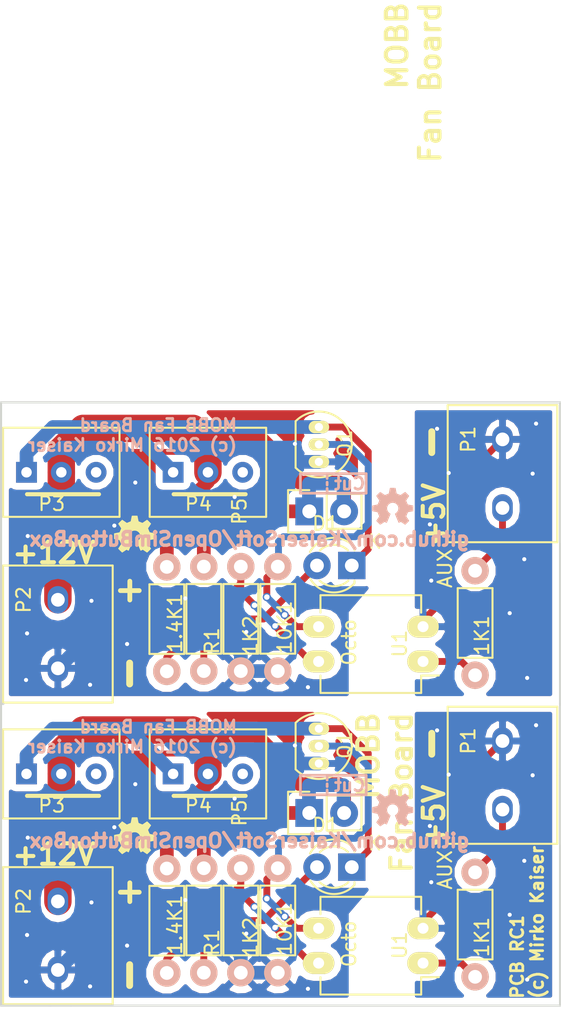
<source format=kicad_pcb>
(kicad_pcb (version 4) (host pcbnew 4.0.4-stable)

  (general
    (links 95)
    (no_connects 11)
    (area 183.874999 120.724999 225.075001 145.175)
    (thickness 1.6)
    (drawings 47)
    (tracks 186)
    (zones 0)
    (modules 78)
    (nets 12)
  )

  (page A4)
  (title_block
    (title "MOBB Fan Controller")
    (date 2016-11-02)
    (rev RC1)
  )

  (layers
    (0 F.Cu signal)
    (31 B.Cu signal hide)
    (32 B.Adhes user hide)
    (33 F.Adhes user hide)
    (34 B.Paste user hide)
    (35 F.Paste user hide)
    (36 B.SilkS user hide)
    (37 F.SilkS user)
    (38 B.Mask user hide)
    (39 F.Mask user hide)
    (40 Dwgs.User user hide)
    (41 Cmts.User user hide)
    (42 Eco1.User user)
    (43 Eco2.User user hide)
    (44 Edge.Cuts user)
    (45 Margin user hide)
    (46 B.CrtYd user hide)
    (47 F.CrtYd user hide)
    (48 B.Fab user hide)
    (49 F.Fab user hide)
  )

  (setup
    (last_trace_width 0.5)
    (trace_clearance 0.3)
    (zone_clearance 0.5)
    (zone_45_only yes)
    (trace_min 0.3)
    (segment_width 0.2)
    (edge_width 0.15)
    (via_size 0.6)
    (via_drill 0.4)
    (via_min_size 0.4)
    (via_min_drill 0.3)
    (uvia_size 0.45)
    (uvia_drill 0.3)
    (uvias_allowed no)
    (uvia_min_size 0.3)
    (uvia_min_drill 0.1)
    (pcb_text_width 0.3)
    (pcb_text_size 1.5 1.5)
    (mod_edge_width 0.15)
    (mod_text_size 1 1)
    (mod_text_width 0.15)
    (pad_size 2 1.5)
    (pad_drill 1)
    (pad_to_mask_clearance 0.2)
    (aux_axis_origin 0 0)
    (visible_elements 7FFFFFFF)
    (pcbplotparams
      (layerselection 0x00030_80000001)
      (usegerberextensions false)
      (excludeedgelayer true)
      (linewidth 0.100000)
      (plotframeref false)
      (viasonmask false)
      (mode 1)
      (useauxorigin false)
      (hpglpennumber 1)
      (hpglpenspeed 20)
      (hpglpendiameter 15)
      (hpglpenoverlay 2)
      (psnegative false)
      (psa4output false)
      (plotreference true)
      (plotvalue true)
      (plotinvisibletext false)
      (padsonsilk false)
      (subtractmaskfromsilk false)
      (outputformat 1)
      (mirror false)
      (drillshape 0)
      (scaleselection 1)
      (outputdirectory ""))
  )

  (net 0 "")
  (net 1 +12V)
  (net 2 "Net-(1.4K1-Pad2)")
  (net 3 "Net-(1K1-Pad1)")
  (net 4 +5V)
  (net 5 GND)
  (net 6 "Net-(10K1-Pad2)")
  (net 7 GNDA)
  (net 8 "Net-(P3-Pad3)")
  (net 9 "Net-(P4-Pad3)")
  (net 10 "Net-(D1-Pad2)")
  (net 11 "Net-(D1-Pad1)")

  (net_class Default "This is the default net class."
    (clearance 0.3)
    (trace_width 0.5)
    (via_dia 0.6)
    (via_drill 0.4)
    (uvia_dia 0.45)
    (uvia_drill 0.3)
    (add_net GNDA)
    (add_net "Net-(1.4K1-Pad2)")
    (add_net "Net-(10K1-Pad2)")
    (add_net "Net-(D1-Pad2)")
    (add_net "Net-(P3-Pad3)")
    (add_net "Net-(P4-Pad3)")
  )

  (net_class 12V ""
    (clearance 0.3)
    (trace_width 2)
    (via_dia 0.8)
    (via_drill 0.6)
    (uvia_dia 0.6)
    (uvia_drill 0.4)
  )

  (net_class 1mm ""
    (clearance 0.3)
    (trace_width 1)
    (via_dia 0.6)
    (via_drill 0.4)
    (uvia_dia 0.45)
    (uvia_drill 0.3)
    (add_net +12V)
    (add_net GND)
    (add_net "Net-(D1-Pad1)")
  )

  (net_class 5V ""
    (clearance 0.3)
    (trace_width 0.5)
    (via_dia 0.6)
    (via_drill 0.4)
    (uvia_dia 0.45)
    (uvia_drill 0.3)
    (add_net +5V)
    (add_net "Net-(1K1-Pad1)")
  )

  (module MOBB-KiCad-Lib:OPEN_HW_LOGO_3MM (layer B.Cu) (tedit 0) (tstamp 58343E26)
    (at 212.69 106.48 180)
    (fp_text reference G*** (at 0 -1.59004 180) (layer B.SilkS) hide
      (effects (font (size 0.13462 0.13462) (thickness 0.0254)) (justify mirror))
    )
    (fp_text value LOGO (at 0 1.59004 180) (layer B.SilkS) hide
      (effects (font (size 0.13462 0.13462) (thickness 0.0254)) (justify mirror))
    )
    (fp_poly (pts (xy -0.90932 -1.3462) (xy -0.89154 -1.33858) (xy -0.85852 -1.31572) (xy -0.80772 -1.2827)
      (xy -0.7493 -1.2446) (xy -0.68834 -1.20396) (xy -0.64008 -1.17094) (xy -0.60452 -1.14808)
      (xy -0.59182 -1.14046) (xy -0.5842 -1.143) (xy -0.55626 -1.15824) (xy -0.51562 -1.17856)
      (xy -0.49022 -1.19126) (xy -0.45212 -1.2065) (xy -0.43434 -1.21158) (xy -0.4318 -1.2065)
      (xy -0.41656 -1.17602) (xy -0.39624 -1.12776) (xy -0.3683 -1.06172) (xy -0.33528 -0.98552)
      (xy -0.29972 -0.90424) (xy -0.2667 -0.82042) (xy -0.23368 -0.74168) (xy -0.2032 -0.66802)
      (xy -0.18034 -0.6096) (xy -0.1651 -0.56896) (xy -0.15748 -0.55118) (xy -0.16002 -0.54864)
      (xy -0.1778 -0.53086) (xy -0.21082 -0.50546) (xy -0.28194 -0.44704) (xy -0.35306 -0.36068)
      (xy -0.39624 -0.26162) (xy -0.40894 -0.14986) (xy -0.39878 -0.04826) (xy -0.35814 0.04826)
      (xy -0.28956 0.13716) (xy -0.20574 0.2032) (xy -0.10922 0.24384) (xy 0 0.25654)
      (xy 0.10414 0.24638) (xy 0.2032 0.20574) (xy 0.2921 0.1397) (xy 0.3302 0.09652)
      (xy 0.381 0.00508) (xy 0.41148 -0.0889) (xy 0.41402 -0.11176) (xy 0.40894 -0.21844)
      (xy 0.37846 -0.32004) (xy 0.32258 -0.40894) (xy 0.24638 -0.4826) (xy 0.23622 -0.49022)
      (xy 0.20066 -0.51816) (xy 0.17526 -0.53594) (xy 0.15748 -0.55118) (xy 0.2921 -0.87376)
      (xy 0.31242 -0.92456) (xy 0.35052 -1.01346) (xy 0.381 -1.08966) (xy 0.40894 -1.15062)
      (xy 0.42672 -1.19126) (xy 0.43434 -1.2065) (xy 0.43434 -1.2065) (xy 0.44704 -1.20904)
      (xy 0.4699 -1.20142) (xy 0.51562 -1.17856) (xy 0.5461 -1.16332) (xy 0.57912 -1.14808)
      (xy 0.59436 -1.14046) (xy 0.6096 -1.14808) (xy 0.64262 -1.1684) (xy 0.68834 -1.20142)
      (xy 0.74676 -1.23952) (xy 0.80264 -1.27762) (xy 0.85344 -1.31064) (xy 0.889 -1.33604)
      (xy 0.90678 -1.34366) (xy 0.90932 -1.34366) (xy 0.9271 -1.33604) (xy 0.95504 -1.31064)
      (xy 0.99822 -1.27) (xy 1.06172 -1.20904) (xy 1.07188 -1.19888) (xy 1.12268 -1.14808)
      (xy 1.16332 -1.10236) (xy 1.19126 -1.07188) (xy 1.20142 -1.05918) (xy 1.20142 -1.05918)
      (xy 1.19126 -1.0414) (xy 1.1684 -1.0033) (xy 1.13538 -0.9525) (xy 1.09474 -0.89154)
      (xy 0.98806 -0.7366) (xy 1.04648 -0.59182) (xy 1.06426 -0.5461) (xy 1.08712 -0.49022)
      (xy 1.1049 -0.45212) (xy 1.11252 -0.43434) (xy 1.1303 -0.42926) (xy 1.1684 -0.4191)
      (xy 1.22682 -0.40894) (xy 1.29794 -0.39624) (xy 1.36398 -0.38354) (xy 1.4224 -0.37084)
      (xy 1.46558 -0.36322) (xy 1.4859 -0.36068) (xy 1.49098 -0.3556) (xy 1.49352 -0.34798)
      (xy 1.49606 -0.32766) (xy 1.4986 -0.28956) (xy 1.4986 -0.23368) (xy 1.4986 -0.14986)
      (xy 1.4986 -0.14224) (xy 1.4986 -0.0635) (xy 1.49606 0) (xy 1.49352 0.0381)
      (xy 1.49098 0.05588) (xy 1.49098 0.05588) (xy 1.4732 0.06096) (xy 1.43002 0.06858)
      (xy 1.3716 0.08128) (xy 1.30048 0.09398) (xy 1.2954 0.09398) (xy 1.22428 0.10922)
      (xy 1.16586 0.12192) (xy 1.12268 0.12954) (xy 1.1049 0.13716) (xy 1.10236 0.14224)
      (xy 1.08712 0.17018) (xy 1.0668 0.21336) (xy 1.04394 0.2667) (xy 1.02108 0.32258)
      (xy 1.00076 0.37338) (xy 0.98806 0.40894) (xy 0.98298 0.42672) (xy 0.98298 0.42672)
      (xy 0.99314 0.4445) (xy 1.01854 0.48006) (xy 1.0541 0.53086) (xy 1.09474 0.59182)
      (xy 1.09728 0.5969) (xy 1.13792 0.65786) (xy 1.17094 0.70866) (xy 1.1938 0.74422)
      (xy 1.20142 0.75946) (xy 1.20142 0.762) (xy 1.18872 0.77978) (xy 1.15824 0.8128)
      (xy 1.11252 0.85852) (xy 1.06172 0.91186) (xy 1.04394 0.9271) (xy 0.98552 0.98552)
      (xy 0.94488 1.02108) (xy 0.91948 1.0414) (xy 0.90932 1.04648) (xy 0.90678 1.04648)
      (xy 0.889 1.03632) (xy 0.8509 1.01092) (xy 0.8001 0.97536) (xy 0.73914 0.93472)
      (xy 0.7366 0.93218) (xy 0.67564 0.89154) (xy 0.62484 0.85598) (xy 0.58928 0.83312)
      (xy 0.57404 0.8255) (xy 0.5715 0.8255) (xy 0.54864 0.83058) (xy 0.50546 0.84582)
      (xy 0.45212 0.86614) (xy 0.39624 0.889) (xy 0.34544 0.90932) (xy 0.30988 0.9271)
      (xy 0.2921 0.93726) (xy 0.28956 0.93726) (xy 0.28448 0.96012) (xy 0.27432 1.00584)
      (xy 0.26162 1.0668) (xy 0.24638 1.14046) (xy 0.24384 1.15062) (xy 0.23114 1.22428)
      (xy 0.22098 1.2827) (xy 0.21082 1.32334) (xy 0.20828 1.34112) (xy 0.19812 1.34112)
      (xy 0.16256 1.34366) (xy 0.10922 1.3462) (xy 0.04318 1.3462) (xy -0.02286 1.3462)
      (xy -0.0889 1.3462) (xy -0.14478 1.34366) (xy -0.18542 1.34112) (xy -0.2032 1.33604)
      (xy -0.2032 1.33604) (xy -0.20828 1.31318) (xy -0.21844 1.27) (xy -0.23114 1.2065)
      (xy -0.24638 1.13284) (xy -0.24892 1.12014) (xy -0.26162 1.04902) (xy -0.27432 0.9906)
      (xy -0.28194 0.94996) (xy -0.28702 0.93472) (xy -0.2921 0.93218) (xy -0.32258 0.91694)
      (xy -0.37084 0.89916) (xy -0.42926 0.87376) (xy -0.56642 0.81788) (xy -0.73406 0.93472)
      (xy -0.7493 0.94488) (xy -0.81026 0.98552) (xy -0.86106 1.01854) (xy -0.89662 1.0414)
      (xy -0.90932 1.04902) (xy -0.91186 1.04902) (xy -0.9271 1.03378) (xy -0.96012 1.0033)
      (xy -1.00584 0.95758) (xy -1.05918 0.90678) (xy -1.09982 0.86614) (xy -1.14554 0.82042)
      (xy -1.17348 0.7874) (xy -1.19126 0.76708) (xy -1.19634 0.75438) (xy -1.1938 0.74676)
      (xy -1.18364 0.72898) (xy -1.15824 0.69342) (xy -1.12522 0.64008) (xy -1.08458 0.58166)
      (xy -1.04902 0.53086) (xy -1.01346 0.47498) (xy -0.9906 0.43434) (xy -0.98044 0.41656)
      (xy -0.98298 0.4064) (xy -0.99568 0.37338) (xy -1.016 0.32512) (xy -1.0414 0.26416)
      (xy -1.09982 0.13208) (xy -1.18618 0.1143) (xy -1.23952 0.10414) (xy -1.31318 0.09144)
      (xy -1.3843 0.0762) (xy -1.49606 0.05588) (xy -1.4986 -0.34798) (xy -1.48082 -0.3556)
      (xy -1.46558 -0.36068) (xy -1.42494 -0.37084) (xy -1.36652 -0.381) (xy -1.29794 -0.3937)
      (xy -1.23698 -0.4064) (xy -1.17856 -0.41656) (xy -1.13538 -0.42418) (xy -1.1176 -0.42926)
      (xy -1.11252 -0.43434) (xy -1.09728 -0.46482) (xy -1.07696 -0.51054) (xy -1.0541 -0.56388)
      (xy -1.0287 -0.6223) (xy -1.00838 -0.6731) (xy -0.99314 -0.71374) (xy -0.98806 -0.73406)
      (xy -0.99568 -0.7493) (xy -1.01854 -0.78486) (xy -1.05156 -0.83566) (xy -1.0922 -0.89408)
      (xy -1.13284 -0.9525) (xy -1.16586 -1.0033) (xy -1.19126 -1.03886) (xy -1.19888 -1.05664)
      (xy -1.1938 -1.0668) (xy -1.17094 -1.09474) (xy -1.12776 -1.14046) (xy -1.06172 -1.2065)
      (xy -1.04902 -1.21666) (xy -0.99822 -1.26746) (xy -0.9525 -1.3081) (xy -0.92202 -1.33604)
      (xy -0.90932 -1.3462)) (layer B.SilkS) (width 0.00254))
  )

  (module MOBB-KiCad-Lib:OPEN_HW_LOGO_3MM (layer F.Cu) (tedit 0) (tstamp 58343E22)
    (at 193.85 108.51)
    (fp_text reference G*** (at 0 1.59004) (layer F.SilkS) hide
      (effects (font (size 0.13462 0.13462) (thickness 0.0254)))
    )
    (fp_text value LOGO (at 0 -1.59004) (layer F.SilkS) hide
      (effects (font (size 0.13462 0.13462) (thickness 0.0254)))
    )
    (fp_poly (pts (xy -0.90932 1.3462) (xy -0.89154 1.33858) (xy -0.85852 1.31572) (xy -0.80772 1.2827)
      (xy -0.7493 1.2446) (xy -0.68834 1.20396) (xy -0.64008 1.17094) (xy -0.60452 1.14808)
      (xy -0.59182 1.14046) (xy -0.5842 1.143) (xy -0.55626 1.15824) (xy -0.51562 1.17856)
      (xy -0.49022 1.19126) (xy -0.45212 1.2065) (xy -0.43434 1.21158) (xy -0.4318 1.2065)
      (xy -0.41656 1.17602) (xy -0.39624 1.12776) (xy -0.3683 1.06172) (xy -0.33528 0.98552)
      (xy -0.29972 0.90424) (xy -0.2667 0.82042) (xy -0.23368 0.74168) (xy -0.2032 0.66802)
      (xy -0.18034 0.6096) (xy -0.1651 0.56896) (xy -0.15748 0.55118) (xy -0.16002 0.54864)
      (xy -0.1778 0.53086) (xy -0.21082 0.50546) (xy -0.28194 0.44704) (xy -0.35306 0.36068)
      (xy -0.39624 0.26162) (xy -0.40894 0.14986) (xy -0.39878 0.04826) (xy -0.35814 -0.04826)
      (xy -0.28956 -0.13716) (xy -0.20574 -0.2032) (xy -0.10922 -0.24384) (xy 0 -0.25654)
      (xy 0.10414 -0.24638) (xy 0.2032 -0.20574) (xy 0.2921 -0.1397) (xy 0.3302 -0.09652)
      (xy 0.381 -0.00508) (xy 0.41148 0.0889) (xy 0.41402 0.11176) (xy 0.40894 0.21844)
      (xy 0.37846 0.32004) (xy 0.32258 0.40894) (xy 0.24638 0.4826) (xy 0.23622 0.49022)
      (xy 0.20066 0.51816) (xy 0.17526 0.53594) (xy 0.15748 0.55118) (xy 0.2921 0.87376)
      (xy 0.31242 0.92456) (xy 0.35052 1.01346) (xy 0.381 1.08966) (xy 0.40894 1.15062)
      (xy 0.42672 1.19126) (xy 0.43434 1.2065) (xy 0.43434 1.2065) (xy 0.44704 1.20904)
      (xy 0.4699 1.20142) (xy 0.51562 1.17856) (xy 0.5461 1.16332) (xy 0.57912 1.14808)
      (xy 0.59436 1.14046) (xy 0.6096 1.14808) (xy 0.64262 1.1684) (xy 0.68834 1.20142)
      (xy 0.74676 1.23952) (xy 0.80264 1.27762) (xy 0.85344 1.31064) (xy 0.889 1.33604)
      (xy 0.90678 1.34366) (xy 0.90932 1.34366) (xy 0.9271 1.33604) (xy 0.95504 1.31064)
      (xy 0.99822 1.27) (xy 1.06172 1.20904) (xy 1.07188 1.19888) (xy 1.12268 1.14808)
      (xy 1.16332 1.10236) (xy 1.19126 1.07188) (xy 1.20142 1.05918) (xy 1.20142 1.05918)
      (xy 1.19126 1.0414) (xy 1.1684 1.0033) (xy 1.13538 0.9525) (xy 1.09474 0.89154)
      (xy 0.98806 0.7366) (xy 1.04648 0.59182) (xy 1.06426 0.5461) (xy 1.08712 0.49022)
      (xy 1.1049 0.45212) (xy 1.11252 0.43434) (xy 1.1303 0.42926) (xy 1.1684 0.4191)
      (xy 1.22682 0.40894) (xy 1.29794 0.39624) (xy 1.36398 0.38354) (xy 1.4224 0.37084)
      (xy 1.46558 0.36322) (xy 1.4859 0.36068) (xy 1.49098 0.3556) (xy 1.49352 0.34798)
      (xy 1.49606 0.32766) (xy 1.4986 0.28956) (xy 1.4986 0.23368) (xy 1.4986 0.14986)
      (xy 1.4986 0.14224) (xy 1.4986 0.0635) (xy 1.49606 0) (xy 1.49352 -0.0381)
      (xy 1.49098 -0.05588) (xy 1.49098 -0.05588) (xy 1.4732 -0.06096) (xy 1.43002 -0.06858)
      (xy 1.3716 -0.08128) (xy 1.30048 -0.09398) (xy 1.2954 -0.09398) (xy 1.22428 -0.10922)
      (xy 1.16586 -0.12192) (xy 1.12268 -0.12954) (xy 1.1049 -0.13716) (xy 1.10236 -0.14224)
      (xy 1.08712 -0.17018) (xy 1.0668 -0.21336) (xy 1.04394 -0.2667) (xy 1.02108 -0.32258)
      (xy 1.00076 -0.37338) (xy 0.98806 -0.40894) (xy 0.98298 -0.42672) (xy 0.98298 -0.42672)
      (xy 0.99314 -0.4445) (xy 1.01854 -0.48006) (xy 1.0541 -0.53086) (xy 1.09474 -0.59182)
      (xy 1.09728 -0.5969) (xy 1.13792 -0.65786) (xy 1.17094 -0.70866) (xy 1.1938 -0.74422)
      (xy 1.20142 -0.75946) (xy 1.20142 -0.762) (xy 1.18872 -0.77978) (xy 1.15824 -0.8128)
      (xy 1.11252 -0.85852) (xy 1.06172 -0.91186) (xy 1.04394 -0.9271) (xy 0.98552 -0.98552)
      (xy 0.94488 -1.02108) (xy 0.91948 -1.0414) (xy 0.90932 -1.04648) (xy 0.90678 -1.04648)
      (xy 0.889 -1.03632) (xy 0.8509 -1.01092) (xy 0.8001 -0.97536) (xy 0.73914 -0.93472)
      (xy 0.7366 -0.93218) (xy 0.67564 -0.89154) (xy 0.62484 -0.85598) (xy 0.58928 -0.83312)
      (xy 0.57404 -0.8255) (xy 0.5715 -0.8255) (xy 0.54864 -0.83058) (xy 0.50546 -0.84582)
      (xy 0.45212 -0.86614) (xy 0.39624 -0.889) (xy 0.34544 -0.90932) (xy 0.30988 -0.9271)
      (xy 0.2921 -0.93726) (xy 0.28956 -0.93726) (xy 0.28448 -0.96012) (xy 0.27432 -1.00584)
      (xy 0.26162 -1.0668) (xy 0.24638 -1.14046) (xy 0.24384 -1.15062) (xy 0.23114 -1.22428)
      (xy 0.22098 -1.2827) (xy 0.21082 -1.32334) (xy 0.20828 -1.34112) (xy 0.19812 -1.34112)
      (xy 0.16256 -1.34366) (xy 0.10922 -1.3462) (xy 0.04318 -1.3462) (xy -0.02286 -1.3462)
      (xy -0.0889 -1.3462) (xy -0.14478 -1.34366) (xy -0.18542 -1.34112) (xy -0.2032 -1.33604)
      (xy -0.2032 -1.33604) (xy -0.20828 -1.31318) (xy -0.21844 -1.27) (xy -0.23114 -1.2065)
      (xy -0.24638 -1.13284) (xy -0.24892 -1.12014) (xy -0.26162 -1.04902) (xy -0.27432 -0.9906)
      (xy -0.28194 -0.94996) (xy -0.28702 -0.93472) (xy -0.2921 -0.93218) (xy -0.32258 -0.91694)
      (xy -0.37084 -0.89916) (xy -0.42926 -0.87376) (xy -0.56642 -0.81788) (xy -0.73406 -0.93472)
      (xy -0.7493 -0.94488) (xy -0.81026 -0.98552) (xy -0.86106 -1.01854) (xy -0.89662 -1.0414)
      (xy -0.90932 -1.04902) (xy -0.91186 -1.04902) (xy -0.9271 -1.03378) (xy -0.96012 -1.0033)
      (xy -1.00584 -0.95758) (xy -1.05918 -0.90678) (xy -1.09982 -0.86614) (xy -1.14554 -0.82042)
      (xy -1.17348 -0.7874) (xy -1.19126 -0.76708) (xy -1.19634 -0.75438) (xy -1.1938 -0.74676)
      (xy -1.18364 -0.72898) (xy -1.15824 -0.69342) (xy -1.12522 -0.64008) (xy -1.08458 -0.58166)
      (xy -1.04902 -0.53086) (xy -1.01346 -0.47498) (xy -0.9906 -0.43434) (xy -0.98044 -0.41656)
      (xy -0.98298 -0.4064) (xy -0.99568 -0.37338) (xy -1.016 -0.32512) (xy -1.0414 -0.26416)
      (xy -1.09982 -0.13208) (xy -1.18618 -0.1143) (xy -1.23952 -0.10414) (xy -1.31318 -0.09144)
      (xy -1.3843 -0.0762) (xy -1.49606 -0.05588) (xy -1.4986 0.34798) (xy -1.48082 0.3556)
      (xy -1.46558 0.36068) (xy -1.42494 0.37084) (xy -1.36652 0.381) (xy -1.29794 0.3937)
      (xy -1.23698 0.4064) (xy -1.17856 0.41656) (xy -1.13538 0.42418) (xy -1.1176 0.42926)
      (xy -1.11252 0.43434) (xy -1.09728 0.46482) (xy -1.07696 0.51054) (xy -1.0541 0.56388)
      (xy -1.0287 0.6223) (xy -1.00838 0.6731) (xy -0.99314 0.71374) (xy -0.98806 0.73406)
      (xy -0.99568 0.7493) (xy -1.01854 0.78486) (xy -1.05156 0.83566) (xy -1.0922 0.89408)
      (xy -1.13284 0.9525) (xy -1.16586 1.0033) (xy -1.19126 1.03886) (xy -1.19888 1.05664)
      (xy -1.1938 1.0668) (xy -1.17094 1.09474) (xy -1.12776 1.14046) (xy -1.06172 1.2065)
      (xy -1.04902 1.21666) (xy -0.99822 1.26746) (xy -0.9525 1.3081) (xy -0.92202 1.33604)
      (xy -0.90932 1.3462)) (layer F.SilkS) (width 0.00254))
  )

  (module Resistors_ThroughHole:Resistor_Horizontal_RM7mm (layer F.Cu) (tedit 581F303F) (tstamp 58343E15)
    (at 198.9 118.5 90)
    (descr "Resistor, Axial,  RM 7.62mm, 1/3W,")
    (tags "Resistor Axial RM 7.62mm 1/3W R3")
    (path /581F2CCC)
    (fp_text reference R1 (at 2.2 0.6 90) (layer F.SilkS)
      (effects (font (size 1 1) (thickness 0.15)))
    )
    (fp_text value 1.5K (at 3 -0.7 90) (layer F.Fab)
      (effects (font (size 1 1) (thickness 0.15)))
    )
    (fp_line (start -1.25 -1.5) (end 8.85 -1.5) (layer F.CrtYd) (width 0.05))
    (fp_line (start -1.25 1.5) (end -1.25 -1.5) (layer F.CrtYd) (width 0.05))
    (fp_line (start 8.85 -1.5) (end 8.85 1.5) (layer F.CrtYd) (width 0.05))
    (fp_line (start -1.25 1.5) (end 8.85 1.5) (layer F.CrtYd) (width 0.05))
    (fp_line (start 1.27 -1.27) (end 6.35 -1.27) (layer F.SilkS) (width 0.15))
    (fp_line (start 6.35 -1.27) (end 6.35 1.27) (layer F.SilkS) (width 0.15))
    (fp_line (start 6.35 1.27) (end 1.27 1.27) (layer F.SilkS) (width 0.15))
    (fp_line (start 1.27 1.27) (end 1.27 -1.27) (layer F.SilkS) (width 0.15))
    (pad 1 thru_hole circle (at 0 0 90) (size 1.99898 1.99898) (drill 1.00076) (layers *.Cu *.SilkS *.Mask)
      (net 10 "Net-(D1-Pad2)"))
    (pad 2 thru_hole circle (at 7.62 0 90) (size 1.99898 1.99898) (drill 1.00076) (layers *.Cu *.SilkS *.Mask)
      (net 1 +12V))
  )

  (module Pin_Headers:Pin_Header_Straight_1x02 (layer F.Cu) (tedit 54EA090C) (tstamp 58343E05)
    (at 206.6 106.85 90)
    (descr "Through hole pin header")
    (tags "pin header")
    (path /581F3210)
    (fp_text reference P5 (at 0 -5.1 90) (layer F.SilkS)
      (effects (font (size 1 1) (thickness 0.15)))
    )
    (fp_text value Jumper (at 0 -3.1 90) (layer F.Fab)
      (effects (font (size 1 1) (thickness 0.15)))
    )
    (fp_line (start 1.27 1.27) (end 1.27 3.81) (layer F.SilkS) (width 0.15))
    (fp_line (start 1.55 -1.55) (end 1.55 0) (layer F.SilkS) (width 0.15))
    (fp_line (start -1.75 -1.75) (end -1.75 4.3) (layer F.CrtYd) (width 0.05))
    (fp_line (start 1.75 -1.75) (end 1.75 4.3) (layer F.CrtYd) (width 0.05))
    (fp_line (start -1.75 -1.75) (end 1.75 -1.75) (layer F.CrtYd) (width 0.05))
    (fp_line (start -1.75 4.3) (end 1.75 4.3) (layer F.CrtYd) (width 0.05))
    (fp_line (start 1.27 1.27) (end -1.27 1.27) (layer F.SilkS) (width 0.15))
    (fp_line (start -1.55 0) (end -1.55 -1.55) (layer F.SilkS) (width 0.15))
    (fp_line (start -1.55 -1.55) (end 1.55 -1.55) (layer F.SilkS) (width 0.15))
    (fp_line (start -1.27 1.27) (end -1.27 3.81) (layer F.SilkS) (width 0.15))
    (fp_line (start -1.27 3.81) (end 1.27 3.81) (layer F.SilkS) (width 0.15))
    (pad 1 thru_hole rect (at 0 0 90) (size 2.032 2.032) (drill 1.016) (layers *.Cu *.Mask)
      (net 1 +12V))
    (pad 2 thru_hole oval (at 0 2.54 90) (size 2.032 2.032) (drill 1.016) (layers *.Cu *.Mask)
      (net 1 +12V))
    (model Pin_Headers.3dshapes/Pin_Header_Straight_1x02.wrl
      (at (xyz 0 -0.05 0))
      (scale (xyz 1 1 1))
      (rotate (xyz 0 0 90))
    )
  )

  (module LEDs:LED-3MM (layer F.Cu) (tedit 5821EFBD) (tstamp 58343DF5)
    (at 209.7 110.8 180)
    (descr "LED 3mm round vertical")
    (tags "LED  3mm round vertical")
    (path /581F2E6E)
    (fp_text reference D1 (at 1.91 3.06 180) (layer F.SilkS)
      (effects (font (size 1 1) (thickness 0.15)))
    )
    (fp_text value LED (at 1.575 -1.725 180) (layer F.Fab)
      (effects (font (size 1 1) (thickness 0.15)))
    )
    (fp_line (start -1.2 2.3) (end 3.8 2.3) (layer F.CrtYd) (width 0.05))
    (fp_line (start 3.8 2.3) (end 3.8 -2.2) (layer F.CrtYd) (width 0.05))
    (fp_line (start 3.8 -2.2) (end -1.2 -2.2) (layer F.CrtYd) (width 0.05))
    (fp_line (start -1.2 -2.2) (end -1.2 2.3) (layer F.CrtYd) (width 0.05))
    (fp_line (start -0.199 1.314) (end -0.199 1.114) (layer F.SilkS) (width 0.15))
    (fp_line (start -0.199 -1.28) (end -0.199 -1.1) (layer F.SilkS) (width 0.15))
    (fp_arc (start 1.301 0.034) (end -0.199 -1.286) (angle 108.5) (layer F.SilkS) (width 0.15))
    (fp_arc (start 1.301 0.034) (end 0.25 -1.1) (angle 85.7) (layer F.SilkS) (width 0.15))
    (fp_arc (start 1.311 0.034) (end 3.051 0.994) (angle 110) (layer F.SilkS) (width 0.15))
    (fp_arc (start 1.301 0.034) (end 2.335 1.094) (angle 87.5) (layer F.SilkS) (width 0.15))
    (fp_text user K (at -1.69 1.74 180) (layer F.SilkS)
      (effects (font (size 1 1) (thickness 0.15)))
    )
    (pad 1 thru_hole rect (at 0 0 270) (size 2 2) (drill 1.00076) (layers *.Cu *.Mask)
      (net 11 "Net-(D1-Pad1)"))
    (pad 2 thru_hole circle (at 2.54 0 180) (size 2 2) (drill 1.00076) (layers *.Cu *.Mask)
      (net 10 "Net-(D1-Pad2)"))
    (model LEDs.3dshapes/LED-3MM.wrl
      (at (xyz 0.05 0 0))
      (scale (xyz 1 1 1))
      (rotate (xyz 0 0 90))
    )
  )

  (module MOBB-KiCad-Lib:Molex-KK-1x3P (layer F.Cu) (tedit 581F196B) (tstamp 58343DE6)
    (at 199.2 104 180)
    (path /581B96A9)
    (fp_text reference P4 (at 0.7 -2.3 180) (layer F.SilkS)
      (effects (font (size 1 1) (thickness 0.15)))
    )
    (fp_text value Fan (at -0.25 1.75 180) (layer F.Fab)
      (effects (font (size 1 1) (thickness 0.15)))
    )
    (fp_text user S (at -2.54 1.7 180) (layer F.Fab)
      (effects (font (size 1 1) (thickness 0.15)))
    )
    (fp_text user + (at 0 1.6 180) (layer F.Fab)
      (effects (font (size 1 1) (thickness 0.15)))
    )
    (fp_text user G (at 2.54 1.89 180) (layer F.Fab)
      (effects (font (size 1 1) (thickness 0.15)))
    )
    (fp_line (start 2.5 -1.6) (end -2.75 -1.6) (layer F.SilkS) (width 0.3))
    (fp_line (start -4.25 0) (end -4.25 -3.25) (layer F.SilkS) (width 0.15))
    (fp_line (start -4.25 -3.25) (end 4.25 -3.25) (layer F.SilkS) (width 0.15))
    (fp_line (start 4.25 -3.25) (end 4.25 3.25) (layer F.SilkS) (width 0.15))
    (fp_line (start 4.25 3.25) (end -4.25 3.25) (layer F.SilkS) (width 0.15))
    (fp_line (start -4.25 3.25) (end -4.25 0) (layer F.SilkS) (width 0.15))
    (pad 2 thru_hole circle (at 0 0 180) (size 1.524 1.524) (drill 0.762) (layers *.Cu *.Mask)
      (net 1 +12V))
    (pad 3 thru_hole circle (at -2.54 0 180) (size 1.524 1.524) (drill 0.762) (layers *.Cu *.Mask)
      (net 9 "Net-(P4-Pad3)"))
    (pad 1 thru_hole rect (at 2.54 0 180) (size 1.524 1.524) (drill 0.762) (layers *.Cu *.Mask)
      (net 11 "Net-(D1-Pad1)"))
  )

  (module MOBB-KiCad-Lib:Molex-KK-1x3P (layer F.Cu) (tedit 581F1966) (tstamp 58343DD7)
    (at 188.5 104 180)
    (path /581A85A6)
    (fp_text reference P3 (at 0.7 -2.3 180) (layer F.SilkS)
      (effects (font (size 1 1) (thickness 0.15)))
    )
    (fp_text value Fan (at 0 2.5 180) (layer F.Fab)
      (effects (font (size 1 1) (thickness 0.15)))
    )
    (fp_text user S (at -2.54 1.7 180) (layer F.Fab)
      (effects (font (size 1 1) (thickness 0.15)))
    )
    (fp_text user + (at 0 1.6 180) (layer F.Fab)
      (effects (font (size 1 1) (thickness 0.15)))
    )
    (fp_text user G (at 2.54 1.89 180) (layer F.Fab)
      (effects (font (size 1 1) (thickness 0.15)))
    )
    (fp_line (start 2.5 -1.6) (end -2.75 -1.6) (layer F.SilkS) (width 0.3))
    (fp_line (start -4.25 0) (end -4.25 -3.25) (layer F.SilkS) (width 0.15))
    (fp_line (start -4.25 -3.25) (end 4.25 -3.25) (layer F.SilkS) (width 0.15))
    (fp_line (start 4.25 -3.25) (end 4.25 3.25) (layer F.SilkS) (width 0.15))
    (fp_line (start 4.25 3.25) (end -4.25 3.25) (layer F.SilkS) (width 0.15))
    (fp_line (start -4.25 3.25) (end -4.25 0) (layer F.SilkS) (width 0.15))
    (pad 2 thru_hole circle (at 0 0 180) (size 1.524 1.524) (drill 0.762) (layers *.Cu *.Mask)
      (net 1 +12V))
    (pad 3 thru_hole circle (at -2.54 0 180) (size 1.524 1.524) (drill 0.762) (layers *.Cu *.Mask)
      (net 8 "Net-(P3-Pad3)"))
    (pad 1 thru_hole rect (at 2.54 0 180) (size 1.524 1.524) (drill 0.762) (layers *.Cu *.Mask)
      (net 11 "Net-(D1-Pad1)"))
  )

  (module MOBB-KiCad-Lib:Screw_Terminal_5mm (layer F.Cu) (tedit 581F4A29) (tstamp 58343DCD)
    (at 220.7 104.1 270)
    (path /57F24616)
    (fp_text reference P1 (at -2.5 2.5 270) (layer F.SilkS)
      (effects (font (size 1 1) (thickness 0.15)))
    )
    (fp_text value AUX (at 6.9 4.2 450) (layer F.SilkS)
      (effects (font (size 1 1) (thickness 0.15)))
    )
    (fp_line (start -5 -4) (end -5 4) (layer F.SilkS) (width 0.15))
    (fp_line (start -5 4) (end 5 4) (layer F.SilkS) (width 0.15))
    (fp_line (start 5 4) (end 5 -4) (layer F.SilkS) (width 0.15))
    (fp_line (start 5 -4) (end 0 -4) (layer F.SilkS) (width 0.15))
    (fp_line (start 0 -4) (end -5 -4) (layer F.SilkS) (width 0.15))
    (pad 1 thru_hole oval (at -2.5 0 270) (size 2 1.5) (drill 1) (layers *.Cu F.Mask)
      (net 7 GNDA))
    (pad 2 thru_hole oval (at 2.5 0 270) (size 2 1.5) (drill 1) (layers *.Cu F.Mask)
      (net 4 +5V) (zone_connect 2))
  )

  (module MOBB-KiCad-Lib:Screw_Terminal_5mm (layer F.Cu) (tedit 581F4A5D) (tstamp 58343DC3)
    (at 188.25 115.8 270)
    (path /57F24C78)
    (fp_text reference P2 (at -2.5 2.5 270) (layer F.SilkS)
      (effects (font (size 1 1) (thickness 0.15)))
    )
    (fp_text value "+12V Suppply" (at -0.45 2.45 450) (layer F.Fab)
      (effects (font (size 1 1) (thickness 0.15)))
    )
    (fp_line (start -5 -4) (end -5 4) (layer F.SilkS) (width 0.15))
    (fp_line (start -5 4) (end 5 4) (layer F.SilkS) (width 0.15))
    (fp_line (start 5 4) (end 5 -4) (layer F.SilkS) (width 0.15))
    (fp_line (start 5 -4) (end 0 -4) (layer F.SilkS) (width 0.15))
    (fp_line (start 0 -4) (end -5 -4) (layer F.SilkS) (width 0.15))
    (pad 1 thru_hole oval (at -2.5 0 270) (size 2 1.5) (drill 1) (layers *.Cu F.Mask)
      (net 1 +12V))
    (pad 2 thru_hole oval (at 2.5 0 270) (size 2 1.5) (drill 1) (layers *.Cu F.Mask)
      (net 5 GND))
  )

  (module MOBB-KiCad-Lib:VIA-0.6MM (layer F.Cu) (tedit 581A65B3) (tstamp 58343DBF)
    (at 215.925 100.825)
    (fp_text reference "" (at 0 0.5) (layer F.Fab) hide
      (effects (font (size 1 1) (thickness 0.15)))
    )
    (fp_text value "" (at 0 -0.5) (layer F.Fab) hide
      (effects (font (size 1 1) (thickness 0.15)))
    )
    (pad 1 thru_hole circle (at 0 0) (size 0.6 0.6) (drill 0.3) (layers *.Cu)
      (net 7 GNDA) (zone_connect 2))
  )

  (module TO_SOT_Packages_THT:TO-92_Inline_Narrow_Oval (layer F.Cu) (tedit 581B9B08) (tstamp 58343DB2)
    (at 207.3 100.7 270)
    (descr "TO-92 leads in-line, narrow, oval pads, drill 0.6mm (see NXP sot054_po.pdf)")
    (tags "to-92 sc-43 sc-43a sot54 PA33 transistor")
    (path /57F24B04)
    (fp_text reference Q1 (at 1.2 -1.9 270) (layer F.SilkS)
      (effects (font (size 1 1) (thickness 0.15)))
    )
    (fp_text value NPN (at 1 1.7 270) (layer F.Fab) hide
      (effects (font (size 1 1) (thickness 0.15)))
    )
    (fp_line (start -1.4 1.95) (end -1.4 -2.65) (layer F.CrtYd) (width 0.05))
    (fp_line (start -1.4 1.95) (end 3.95 1.95) (layer F.CrtYd) (width 0.05))
    (fp_line (start -0.43 1.7) (end 2.97 1.7) (layer F.SilkS) (width 0.15))
    (fp_arc (start 1.27 0) (end 1.27 -2.4) (angle -135) (layer F.SilkS) (width 0.15))
    (fp_arc (start 1.27 0) (end 1.27 -2.4) (angle 135) (layer F.SilkS) (width 0.15))
    (fp_line (start -1.4 -2.65) (end 3.95 -2.65) (layer F.CrtYd) (width 0.05))
    (fp_line (start 3.95 1.95) (end 3.95 -2.65) (layer F.CrtYd) (width 0.05))
    (pad 2 thru_hole oval (at 1.27 0 90) (size 0.89916 1.50114) (drill 0.6) (layers *.Cu *.Mask F.SilkS)
      (net 6 "Net-(10K1-Pad2)"))
    (pad 3 thru_hole oval (at 2.54 0 90) (size 0.89916 1.50114) (drill 0.6) (layers *.Cu *.Mask F.SilkS)
      (net 5 GND))
    (pad 1 thru_hole oval (at 0 0 90) (size 0.89916 1.50114) (drill 0.6) (layers *.Cu *.Mask F.SilkS)
      (net 11 "Net-(D1-Pad1)"))
    (model TO_SOT_Packages_THT.3dshapes/TO-92_Inline_Narrow_Oval.wrl
      (at (xyz 0.05 0 0))
      (scale (xyz 1 1 1))
      (rotate (xyz 0 0 -90))
    )
  )

  (module Resistors_ThroughHole:Resistor_Horizontal_RM7mm (layer F.Cu) (tedit 581A67F4) (tstamp 58343DA5)
    (at 204.3 118.5 90)
    (descr "Resistor, Axial,  RM 7.62mm, 1/3W,")
    (tags "Resistor Axial RM 7.62mm 1/3W R3")
    (path /57F24F38)
    (fp_text reference 10K1 (at 3.2 0.5 90) (layer F.SilkS)
      (effects (font (size 1 1) (thickness 0.15)))
    )
    (fp_text value R (at 2.3 -0.7 90) (layer F.Fab)
      (effects (font (size 1 1) (thickness 0.15)))
    )
    (fp_line (start -1.25 -1.5) (end 8.85 -1.5) (layer F.CrtYd) (width 0.05))
    (fp_line (start -1.25 1.5) (end -1.25 -1.5) (layer F.CrtYd) (width 0.05))
    (fp_line (start 8.85 -1.5) (end 8.85 1.5) (layer F.CrtYd) (width 0.05))
    (fp_line (start -1.25 1.5) (end 8.85 1.5) (layer F.CrtYd) (width 0.05))
    (fp_line (start 1.27 -1.27) (end 6.35 -1.27) (layer F.SilkS) (width 0.15))
    (fp_line (start 6.35 -1.27) (end 6.35 1.27) (layer F.SilkS) (width 0.15))
    (fp_line (start 6.35 1.27) (end 1.27 1.27) (layer F.SilkS) (width 0.15))
    (fp_line (start 1.27 1.27) (end 1.27 -1.27) (layer F.SilkS) (width 0.15))
    (pad 1 thru_hole circle (at 0 0 90) (size 1.99898 1.99898) (drill 1.00076) (layers *.Cu *.SilkS *.Mask)
      (net 5 GND))
    (pad 2 thru_hole circle (at 7.62 0 90) (size 1.99898 1.99898) (drill 1.00076) (layers *.Cu *.SilkS *.Mask)
      (net 6 "Net-(10K1-Pad2)"))
  )

  (module Resistors_ThroughHole:Resistor_Horizontal_RM7mm (layer F.Cu) (tedit 581A6813) (tstamp 58343D98)
    (at 201.6 118.5 90)
    (descr "Resistor, Axial,  RM 7.62mm, 1/3W,")
    (tags "Resistor Axial RM 7.62mm 1/3W R3")
    (path /57F249B1)
    (fp_text reference 1K2 (at 2.6 0.7 90) (layer F.SilkS)
      (effects (font (size 1 1) (thickness 0.15)))
    )
    (fp_text value R (at 3 -0.7 90) (layer F.Fab)
      (effects (font (size 1 1) (thickness 0.15)))
    )
    (fp_line (start -1.25 -1.5) (end 8.85 -1.5) (layer F.CrtYd) (width 0.05))
    (fp_line (start -1.25 1.5) (end -1.25 -1.5) (layer F.CrtYd) (width 0.05))
    (fp_line (start 8.85 -1.5) (end 8.85 1.5) (layer F.CrtYd) (width 0.05))
    (fp_line (start -1.25 1.5) (end 8.85 1.5) (layer F.CrtYd) (width 0.05))
    (fp_line (start 1.27 -1.27) (end 6.35 -1.27) (layer F.SilkS) (width 0.15))
    (fp_line (start 6.35 -1.27) (end 6.35 1.27) (layer F.SilkS) (width 0.15))
    (fp_line (start 6.35 1.27) (end 1.27 1.27) (layer F.SilkS) (width 0.15))
    (fp_line (start 1.27 1.27) (end 1.27 -1.27) (layer F.SilkS) (width 0.15))
    (pad 1 thru_hole circle (at 0 0 90) (size 1.99898 1.99898) (drill 1.00076) (layers *.Cu *.SilkS *.Mask)
      (net 5 GND))
    (pad 2 thru_hole circle (at 7.62 0 90) (size 1.99898 1.99898) (drill 1.00076) (layers *.Cu *.SilkS *.Mask)
      (net 2 "Net-(1.4K1-Pad2)"))
  )

  (module Resistors_ThroughHole:Resistor_Horizontal_RM7mm (layer F.Cu) (tedit 581A6854) (tstamp 58343D8B)
    (at 218.7 118.8 90)
    (descr "Resistor, Axial,  RM 7.62mm, 1/3W,")
    (tags "Resistor Axial RM 7.62mm 1/3W R3")
    (path /57F247E8)
    (fp_text reference 1K1 (at 2.9 0.5 90) (layer F.SilkS)
      (effects (font (size 1 1) (thickness 0.15)))
    )
    (fp_text value 1K (at 4.3 -0.6 90) (layer F.Fab)
      (effects (font (size 1 1) (thickness 0.15)))
    )
    (fp_line (start -1.25 -1.5) (end 8.85 -1.5) (layer F.CrtYd) (width 0.05))
    (fp_line (start -1.25 1.5) (end -1.25 -1.5) (layer F.CrtYd) (width 0.05))
    (fp_line (start 8.85 -1.5) (end 8.85 1.5) (layer F.CrtYd) (width 0.05))
    (fp_line (start -1.25 1.5) (end 8.85 1.5) (layer F.CrtYd) (width 0.05))
    (fp_line (start 1.27 -1.27) (end 6.35 -1.27) (layer F.SilkS) (width 0.15))
    (fp_line (start 6.35 -1.27) (end 6.35 1.27) (layer F.SilkS) (width 0.15))
    (fp_line (start 6.35 1.27) (end 1.27 1.27) (layer F.SilkS) (width 0.15))
    (fp_line (start 1.27 1.27) (end 1.27 -1.27) (layer F.SilkS) (width 0.15))
    (pad 1 thru_hole circle (at 0 0 90) (size 1.99898 1.99898) (drill 1.00076) (layers *.Cu *.SilkS *.Mask)
      (net 3 "Net-(1K1-Pad1)"))
    (pad 2 thru_hole circle (at 7.62 0 90) (size 1.99898 1.99898) (drill 1.00076) (layers *.Cu *.SilkS *.Mask)
      (net 4 +5V))
  )

  (module Resistors_ThroughHole:Resistor_Horizontal_RM7mm (layer F.Cu) (tedit 581A67F9) (tstamp 58343D7E)
    (at 196.2 110.9 270)
    (descr "Resistor, Axial,  RM 7.62mm, 1/3W,")
    (tags "Resistor Axial RM 7.62mm 1/3W R3")
    (path /57F248FE)
    (fp_text reference 1.4K1 (at 4.1 -0.6 270) (layer F.SilkS)
      (effects (font (size 1 1) (thickness 0.15)))
    )
    (fp_text value R (at 5.1 0.7 270) (layer F.Fab)
      (effects (font (size 1 1) (thickness 0.15)))
    )
    (fp_line (start -1.25 -1.5) (end 8.85 -1.5) (layer F.CrtYd) (width 0.05))
    (fp_line (start -1.25 1.5) (end -1.25 -1.5) (layer F.CrtYd) (width 0.05))
    (fp_line (start 8.85 -1.5) (end 8.85 1.5) (layer F.CrtYd) (width 0.05))
    (fp_line (start -1.25 1.5) (end 8.85 1.5) (layer F.CrtYd) (width 0.05))
    (fp_line (start 1.27 -1.27) (end 6.35 -1.27) (layer F.SilkS) (width 0.15))
    (fp_line (start 6.35 -1.27) (end 6.35 1.27) (layer F.SilkS) (width 0.15))
    (fp_line (start 6.35 1.27) (end 1.27 1.27) (layer F.SilkS) (width 0.15))
    (fp_line (start 1.27 1.27) (end 1.27 -1.27) (layer F.SilkS) (width 0.15))
    (pad 1 thru_hole circle (at 0 0 270) (size 1.99898 1.99898) (drill 1.00076) (layers *.Cu *.SilkS *.Mask)
      (net 1 +12V))
    (pad 2 thru_hole circle (at 7.62 0 270) (size 1.99898 1.99898) (drill 1.00076) (layers *.Cu *.SilkS *.Mask)
      (net 2 "Net-(1.4K1-Pad2)"))
  )

  (module MOBB-KiCad-Lib:VIA-0.6MM (layer F.Cu) (tedit 581A646B) (tstamp 58343D7A)
    (at 192.37 107.89)
    (fp_text reference "" (at 0 0.5) (layer F.Fab) hide
      (effects (font (size 1 1) (thickness 0.15)))
    )
    (fp_text value "" (at 0 -0.5) (layer F.Fab) hide
      (effects (font (size 1 1) (thickness 0.15)))
    )
    (pad 1 thru_hole circle (at 0 0) (size 0.6 0.6) (drill 0.3) (layers *.Cu)
      (net 5 GND) (zone_connect 2))
  )

  (module MOBB-KiCad-Lib:VIA-0.6MM (layer F.Cu) (tedit 581F2FAC) (tstamp 58343D77)
    (at 205.75 121.5)
    (fp_text reference "" (at 0 0.5) (layer F.Fab) hide
      (effects (font (size 1 1) (thickness 0.15)))
    )
    (fp_text value "" (at 0 -0.5) (layer F.Fab) hide
      (effects (font (size 1 1) (thickness 0.15)))
    )
  )

  (module MOBB-KiCad-Lib:VIA-0.6MM (layer F.Cu) (tedit 581A646B) (tstamp 58343D73)
    (at 202 115.65)
    (fp_text reference "" (at 0 0.5) (layer F.Fab) hide
      (effects (font (size 1 1) (thickness 0.15)))
    )
    (fp_text value "" (at 0 -0.5) (layer F.Fab) hide
      (effects (font (size 1 1) (thickness 0.15)))
    )
    (pad 1 thru_hole circle (at 0 0) (size 0.6 0.6) (drill 0.3) (layers *.Cu)
      (net 5 GND) (zone_connect 2))
  )

  (module MOBB-KiCad-Lib:VIA-0.6MM (layer F.Cu) (tedit 581A646B) (tstamp 58343D6F)
    (at 193.9 104.75)
    (fp_text reference "" (at 0 0.5) (layer F.Fab) hide
      (effects (font (size 1 1) (thickness 0.15)))
    )
    (fp_text value "" (at 0 -0.5) (layer F.Fab) hide
      (effects (font (size 1 1) (thickness 0.15)))
    )
    (pad 1 thru_hole circle (at 0 0) (size 0.6 0.6) (drill 0.3) (layers *.Cu)
      (net 5 GND) (zone_connect 2))
  )

  (module MOBB-KiCad-Lib:VIA-0.6MM (layer F.Cu) (tedit 581A646B) (tstamp 58343D6B)
    (at 197.55 113.2)
    (fp_text reference "" (at 0 0.5) (layer F.Fab) hide
      (effects (font (size 1 1) (thickness 0.15)))
    )
    (fp_text value "" (at 0 -0.5) (layer F.Fab) hide
      (effects (font (size 1 1) (thickness 0.15)))
    )
    (pad 1 thru_hole circle (at 0 0) (size 0.6 0.6) (drill 0.3) (layers *.Cu)
      (net 5 GND) (zone_connect 2))
  )

  (module MOBB-KiCad-Lib:VIA-0.6MM (layer F.Cu) (tedit 581A646B) (tstamp 58343D67)
    (at 193.3 116.525)
    (fp_text reference "" (at 0 0.5) (layer F.Fab) hide
      (effects (font (size 1 1) (thickness 0.15)))
    )
    (fp_text value "" (at 0 -0.5) (layer F.Fab) hide
      (effects (font (size 1 1) (thickness 0.15)))
    )
    (pad 1 thru_hole circle (at 0 0) (size 0.6 0.6) (drill 0.3) (layers *.Cu)
      (net 5 GND) (zone_connect 2))
  )

  (module MOBB-KiCad-Lib:VIA-0.6MM (layer F.Cu) (tedit 581A646B) (tstamp 58343D63)
    (at 185.925 119.15)
    (fp_text reference "" (at 0 0.5) (layer F.Fab) hide
      (effects (font (size 1 1) (thickness 0.15)))
    )
    (fp_text value "" (at 0 -0.5) (layer F.Fab) hide
      (effects (font (size 1 1) (thickness 0.15)))
    )
    (pad 1 thru_hole circle (at 0 0) (size 0.6 0.6) (drill 0.3) (layers *.Cu)
      (net 5 GND) (zone_connect 2))
  )

  (module MOBB-KiCad-Lib:VIA-0.6MM (layer F.Cu) (tedit 581A646B) (tstamp 58343D5F)
    (at 186.05 108.65)
    (fp_text reference "" (at 0 0.5) (layer F.Fab) hide
      (effects (font (size 1 1) (thickness 0.15)))
    )
    (fp_text value "" (at 0 -0.5) (layer F.Fab) hide
      (effects (font (size 1 1) (thickness 0.15)))
    )
    (pad 1 thru_hole circle (at 0 0) (size 0.6 0.6) (drill 0.3) (layers *.Cu)
      (net 5 GND) (zone_connect 2))
  )

  (module MOBB-KiCad-Lib:VIA-0.6MM (layer F.Cu) (tedit 581A646B) (tstamp 58343D5B)
    (at 190.6 119.5)
    (fp_text reference "" (at 0 0.5) (layer F.Fab) hide
      (effects (font (size 1 1) (thickness 0.15)))
    )
    (fp_text value "" (at 0 -0.5) (layer F.Fab) hide
      (effects (font (size 1 1) (thickness 0.15)))
    )
    (pad 1 thru_hole circle (at 0 0) (size 0.6 0.6) (drill 0.3) (layers *.Cu)
      (net 5 GND) (zone_connect 2))
  )

  (module MOBB-KiCad-Lib:VIA-0.6MM (layer F.Cu) (tedit 581A646B) (tstamp 58343D57)
    (at 206.5 119.675)
    (fp_text reference "" (at 0 0.5) (layer F.Fab) hide
      (effects (font (size 1 1) (thickness 0.15)))
    )
    (fp_text value "" (at 0 -0.5) (layer F.Fab) hide
      (effects (font (size 1 1) (thickness 0.15)))
    )
    (pad 1 thru_hole circle (at 0 0) (size 0.6 0.6) (drill 0.3) (layers *.Cu)
      (net 5 GND) (zone_connect 2))
  )

  (module MOBB-KiCad-Lib:VIA-0.6MM (layer F.Cu) (tedit 581A65B3) (tstamp 58343D53)
    (at 222.29 110.34)
    (fp_text reference "" (at 0 0.5) (layer F.Fab) hide
      (effects (font (size 1 1) (thickness 0.15)))
    )
    (fp_text value "" (at 0 -0.5) (layer F.Fab) hide
      (effects (font (size 1 1) (thickness 0.15)))
    )
    (pad 1 thru_hole circle (at 0 0) (size 0.6 0.6) (drill 0.3) (layers *.Cu)
      (net 7 GNDA) (zone_connect 2))
  )

  (module MOBB-KiCad-Lib:VIA-0.6MM (layer F.Cu) (tedit 581A65B3) (tstamp 58343D4F)
    (at 222.9 104.1)
    (fp_text reference "" (at 0 0.5) (layer F.Fab) hide
      (effects (font (size 1 1) (thickness 0.15)))
    )
    (fp_text value "" (at 0 -0.5) (layer F.Fab) hide
      (effects (font (size 1 1) (thickness 0.15)))
    )
    (pad 1 thru_hole circle (at 0 0) (size 0.6 0.6) (drill 0.3) (layers *.Cu)
      (net 7 GNDA) (zone_connect 2))
  )

  (module MOBB-KiCad-Lib:VIA-0.6MM (layer F.Cu) (tedit 581A65B3) (tstamp 58343D4B)
    (at 215.4 107.8)
    (fp_text reference "" (at 0 0.5) (layer F.Fab) hide
      (effects (font (size 1 1) (thickness 0.15)))
    )
    (fp_text value "" (at 0 -0.5) (layer F.Fab) hide
      (effects (font (size 1 1) (thickness 0.15)))
    )
    (pad 1 thru_hole circle (at 0 0) (size 0.6 0.6) (drill 0.3) (layers *.Cu)
      (net 7 GNDA) (zone_connect 2))
  )

  (module MOBB-KiCad-Lib:VIA-0.6MM (layer F.Cu) (tedit 581A65B3) (tstamp 58343D47)
    (at 223.15 100.45)
    (fp_text reference "" (at 0 0.5) (layer F.Fab) hide
      (effects (font (size 1 1) (thickness 0.15)))
    )
    (fp_text value "" (at 0 -0.5) (layer F.Fab) hide
      (effects (font (size 1 1) (thickness 0.15)))
    )
    (pad 1 thru_hole circle (at 0 0) (size 0.6 0.6) (drill 0.3) (layers *.Cu)
      (net 7 GNDA) (zone_connect 2))
  )

  (module MOBB-KiCad-Lib:VIA-0.6MM (layer F.Cu) (tedit 581F4830) (tstamp 58343D44)
    (at 218.2 106.4)
    (fp_text reference "" (at 0 0.5) (layer F.Fab) hide
      (effects (font (size 1 1) (thickness 0.15)))
    )
    (fp_text value "" (at 0 -0.5) (layer F.Fab) hide
      (effects (font (size 1 1) (thickness 0.15)))
    )
  )

  (module MOBB-KiCad-Lib:VIA-0.6MM (layer F.Cu) (tedit 581A65B3) (tstamp 58343D40)
    (at 215.5 111.9)
    (fp_text reference "" (at 0 0.5) (layer F.Fab) hide
      (effects (font (size 1 1) (thickness 0.15)))
    )
    (fp_text value "" (at 0 -0.5) (layer F.Fab) hide
      (effects (font (size 1 1) (thickness 0.15)))
    )
    (pad 1 thru_hole circle (at 0 0) (size 0.6 0.6) (drill 0.3) (layers *.Cu)
      (net 7 GNDA) (zone_connect 2))
  )

  (module MOBB-KiCad-Lib:VIA-0.6MM (layer F.Cu) (tedit 581A65B3) (tstamp 58343D3C)
    (at 221.225 114.275)
    (fp_text reference "" (at 0 0.5) (layer F.Fab) hide
      (effects (font (size 1 1) (thickness 0.15)))
    )
    (fp_text value "" (at 0 -0.5) (layer F.Fab) hide
      (effects (font (size 1 1) (thickness 0.15)))
    )
    (pad 1 thru_hole circle (at 0 0) (size 0.6 0.6) (drill 0.3) (layers *.Cu)
      (net 7 GNDA) (zone_connect 2))
  )

  (module MOBB-KiCad-Lib:VIA-0.6MM (layer F.Cu) (tedit 581A65B3) (tstamp 58343D38)
    (at 216.775 104.05 90)
    (fp_text reference "" (at 0 0.5 90) (layer F.Fab) hide
      (effects (font (size 1 1) (thickness 0.15)))
    )
    (fp_text value "" (at 0 -0.5 90) (layer F.Fab) hide
      (effects (font (size 1 1) (thickness 0.15)))
    )
    (pad 1 thru_hole circle (at 0 0 90) (size 0.6 0.6) (drill 0.3) (layers *.Cu)
      (net 7 GNDA) (zone_connect 2))
  )

  (module MOBB-KiCad-Lib:VIA-0.6MM (layer F.Cu) (tedit 581A65B3) (tstamp 58343D34)
    (at 222.5 119)
    (fp_text reference "" (at 0 0.5) (layer F.Fab) hide
      (effects (font (size 1 1) (thickness 0.15)))
    )
    (fp_text value "" (at 0 -0.5) (layer F.Fab) hide
      (effects (font (size 1 1) (thickness 0.15)))
    )
    (pad 1 thru_hole circle (at 0 0) (size 0.6 0.6) (drill 0.3) (layers *.Cu)
      (net 7 GNDA) (zone_connect 2))
  )

  (module MOBB-KiCad-Lib:VIA-0.6MM (layer F.Cu) (tedit 581A646B) (tstamp 58343D30)
    (at 186 115.75)
    (fp_text reference "" (at 0 0.5) (layer F.Fab) hide
      (effects (font (size 1 1) (thickness 0.15)))
    )
    (fp_text value "" (at 0 -0.5) (layer F.Fab) hide
      (effects (font (size 1 1) (thickness 0.15)))
    )
    (pad 1 thru_hole circle (at 0 0) (size 0.6 0.6) (drill 0.3) (layers *.Cu)
      (net 5 GND) (zone_connect 2))
  )

  (module Housings_DIP:DIP-4_W7.62mm_LongPads (layer F.Cu) (tedit 581F49DA) (tstamp 58343D1E)
    (at 214.9 117.8 180)
    (descr "4-lead dip package, row spacing 7.62 mm (300 mils), longer pads")
    (tags "dil dip 2.54 300")
    (path /581A6379)
    (fp_text reference U1 (at 1.7 1.3 270) (layer F.SilkS)
      (effects (font (size 1 1) (thickness 0.15)))
    )
    (fp_text value Octo (at 5.4 1.4 270) (layer F.SilkS)
      (effects (font (size 1 1) (thickness 0.15)))
    )
    (fp_line (start -1.4 -2.45) (end -1.4 5) (layer F.CrtYd) (width 0.05))
    (fp_line (start 9 -2.45) (end 9 5) (layer F.CrtYd) (width 0.05))
    (fp_line (start -1.4 -2.45) (end 9 -2.45) (layer F.CrtYd) (width 0.05))
    (fp_line (start -1.4 5) (end 9 5) (layer F.CrtYd) (width 0.05))
    (fp_line (start 0.135 -2.295) (end 0.135 -1.025) (layer F.SilkS) (width 0.15))
    (fp_line (start 7.485 -2.295) (end 7.485 -1.025) (layer F.SilkS) (width 0.15))
    (fp_line (start 7.485 4.835) (end 7.485 3.565) (layer F.SilkS) (width 0.15))
    (fp_line (start 0.135 4.835) (end 0.135 3.565) (layer F.SilkS) (width 0.15))
    (fp_line (start 0.135 -2.295) (end 7.485 -2.295) (layer F.SilkS) (width 0.15))
    (fp_line (start 0.135 4.835) (end 7.485 4.835) (layer F.SilkS) (width 0.15))
    (fp_line (start 0.135 -1.025) (end -1.15 -1.025) (layer F.SilkS) (width 0.15))
    (pad 1 thru_hole oval (at 0 0 180) (size 2.3 1.6) (drill 0.8) (layers *.Cu *.Mask F.SilkS)
      (net 3 "Net-(1K1-Pad1)"))
    (pad 2 thru_hole oval (at 0 2.54 180) (size 2.3 1.6) (drill 0.8) (layers *.Cu *.Mask F.SilkS)
      (net 7 GNDA))
    (pad 3 thru_hole oval (at 7.62 2.54 180) (size 2.3 1.6) (drill 0.8) (layers *.Cu *.Mask F.SilkS)
      (net 6 "Net-(10K1-Pad2)"))
    (pad 4 thru_hole oval (at 7.62 0 180) (size 2.3 1.6) (drill 0.8) (layers *.Cu *.Mask F.SilkS)
      (net 2 "Net-(1.4K1-Pad2)"))
    (model Housings_DIP.3dshapes/DIP-4_W7.62mm_LongPads.wrl
      (at (xyz 0 0 0))
      (scale (xyz 1 1 1))
      (rotate (xyz 0 0 0))
    )
  )

  (module MOBB-KiCad-Lib:VIA-0.6MM (layer F.Cu) (tedit 581A646B) (tstamp 58343D1A)
    (at 201.15 105.8)
    (fp_text reference "" (at 0 0.5) (layer F.Fab) hide
      (effects (font (size 1 1) (thickness 0.15)))
    )
    (fp_text value "" (at 0 -0.5) (layer F.Fab) hide
      (effects (font (size 1 1) (thickness 0.15)))
    )
    (pad 1 thru_hole circle (at 0 0) (size 0.6 0.6) (drill 0.3) (layers *.Cu)
      (net 5 GND) (zone_connect 2))
  )

  (module MOBB-KiCad-Lib:VIA-0.6MM (layer F.Cu) (tedit 581A646B) (tstamp 58343D16)
    (at 190.7 113.375)
    (fp_text reference "" (at 0 0.5) (layer F.Fab) hide
      (effects (font (size 1 1) (thickness 0.15)))
    )
    (fp_text value "" (at 0 -0.5) (layer F.Fab) hide
      (effects (font (size 1 1) (thickness 0.15)))
    )
    (pad 1 thru_hole circle (at 0 0) (size 0.6 0.6) (drill 0.3) (layers *.Cu)
      (net 5 GND) (zone_connect 2))
  )

  (module MOBB-KiCad-Lib:VIA-0.6MM (layer F.Cu) (tedit 581A646B) (tstamp 58343D12)
    (at 205.55 101.925)
    (fp_text reference "" (at 0 0.5) (layer F.Fab) hide
      (effects (font (size 1 1) (thickness 0.15)))
    )
    (fp_text value "" (at 0 -0.5) (layer F.Fab) hide
      (effects (font (size 1 1) (thickness 0.15)))
    )
    (pad 1 thru_hole circle (at 0 0) (size 0.6 0.6) (drill 0.3) (layers *.Cu)
      (net 5 GND) (zone_connect 2))
  )

  (module MOBB-KiCad-Lib:VIA-0.6MM (layer F.Cu) (tedit 581A646B) (tstamp 581F4957)
    (at 205.55 123.925)
    (fp_text reference "" (at 0 0.5) (layer F.Fab) hide
      (effects (font (size 1 1) (thickness 0.15)))
    )
    (fp_text value "" (at 0 -0.5) (layer F.Fab) hide
      (effects (font (size 1 1) (thickness 0.15)))
    )
    (pad 1 thru_hole circle (at 0 0) (size 0.6 0.6) (drill 0.3) (layers *.Cu)
      (net 5 GND) (zone_connect 2))
  )

  (module MOBB-KiCad-Lib:VIA-0.6MM (layer F.Cu) (tedit 581A646B) (tstamp 581F4884)
    (at 190.7 135.375)
    (fp_text reference "" (at 0 0.5) (layer F.Fab) hide
      (effects (font (size 1 1) (thickness 0.15)))
    )
    (fp_text value "" (at 0 -0.5) (layer F.Fab) hide
      (effects (font (size 1 1) (thickness 0.15)))
    )
    (pad 1 thru_hole circle (at 0 0) (size 0.6 0.6) (drill 0.3) (layers *.Cu)
      (net 5 GND) (zone_connect 2))
  )

  (module MOBB-KiCad-Lib:VIA-0.6MM (layer F.Cu) (tedit 581A646B) (tstamp 581F4879)
    (at 201.15 127.8)
    (fp_text reference "" (at 0 0.5) (layer F.Fab) hide
      (effects (font (size 1 1) (thickness 0.15)))
    )
    (fp_text value "" (at 0 -0.5) (layer F.Fab) hide
      (effects (font (size 1 1) (thickness 0.15)))
    )
    (pad 1 thru_hole circle (at 0 0) (size 0.6 0.6) (drill 0.3) (layers *.Cu)
      (net 5 GND) (zone_connect 2))
  )

  (module Housings_DIP:DIP-4_W7.62mm_LongPads (layer F.Cu) (tedit 581F49DA) (tstamp 581A5490)
    (at 214.9 139.8 180)
    (descr "4-lead dip package, row spacing 7.62 mm (300 mils), longer pads")
    (tags "dil dip 2.54 300")
    (path /581A6379)
    (fp_text reference U1 (at 1.7 1.3 270) (layer F.SilkS)
      (effects (font (size 1 1) (thickness 0.15)))
    )
    (fp_text value Octo (at 5.4 1.4 270) (layer F.SilkS)
      (effects (font (size 1 1) (thickness 0.15)))
    )
    (fp_line (start -1.4 -2.45) (end -1.4 5) (layer F.CrtYd) (width 0.05))
    (fp_line (start 9 -2.45) (end 9 5) (layer F.CrtYd) (width 0.05))
    (fp_line (start -1.4 -2.45) (end 9 -2.45) (layer F.CrtYd) (width 0.05))
    (fp_line (start -1.4 5) (end 9 5) (layer F.CrtYd) (width 0.05))
    (fp_line (start 0.135 -2.295) (end 0.135 -1.025) (layer F.SilkS) (width 0.15))
    (fp_line (start 7.485 -2.295) (end 7.485 -1.025) (layer F.SilkS) (width 0.15))
    (fp_line (start 7.485 4.835) (end 7.485 3.565) (layer F.SilkS) (width 0.15))
    (fp_line (start 0.135 4.835) (end 0.135 3.565) (layer F.SilkS) (width 0.15))
    (fp_line (start 0.135 -2.295) (end 7.485 -2.295) (layer F.SilkS) (width 0.15))
    (fp_line (start 0.135 4.835) (end 7.485 4.835) (layer F.SilkS) (width 0.15))
    (fp_line (start 0.135 -1.025) (end -1.15 -1.025) (layer F.SilkS) (width 0.15))
    (pad 1 thru_hole oval (at 0 0 180) (size 2.3 1.6) (drill 0.8) (layers *.Cu *.Mask F.SilkS)
      (net 3 "Net-(1K1-Pad1)"))
    (pad 2 thru_hole oval (at 0 2.54 180) (size 2.3 1.6) (drill 0.8) (layers *.Cu *.Mask F.SilkS)
      (net 7 GNDA))
    (pad 3 thru_hole oval (at 7.62 2.54 180) (size 2.3 1.6) (drill 0.8) (layers *.Cu *.Mask F.SilkS)
      (net 6 "Net-(10K1-Pad2)"))
    (pad 4 thru_hole oval (at 7.62 0 180) (size 2.3 1.6) (drill 0.8) (layers *.Cu *.Mask F.SilkS)
      (net 2 "Net-(1.4K1-Pad2)"))
    (model Housings_DIP.3dshapes/DIP-4_W7.62mm_LongPads.wrl
      (at (xyz 0 0 0))
      (scale (xyz 1 1 1))
      (rotate (xyz 0 0 0))
    )
  )

  (module MOBB-KiCad-Lib:VIA-0.6MM (layer F.Cu) (tedit 581A646B) (tstamp 581A772A)
    (at 186 137.75)
    (fp_text reference "" (at 0 0.5) (layer F.Fab) hide
      (effects (font (size 1 1) (thickness 0.15)))
    )
    (fp_text value "" (at 0 -0.5) (layer F.Fab) hide
      (effects (font (size 1 1) (thickness 0.15)))
    )
    (pad 1 thru_hole circle (at 0 0) (size 0.6 0.6) (drill 0.3) (layers *.Cu)
      (net 5 GND) (zone_connect 2))
  )

  (module MOBB-KiCad-Lib:VIA-0.6MM (layer F.Cu) (tedit 581A65B3) (tstamp 581A671C)
    (at 222.5 141)
    (fp_text reference "" (at 0 0.5) (layer F.Fab) hide
      (effects (font (size 1 1) (thickness 0.15)))
    )
    (fp_text value "" (at 0 -0.5) (layer F.Fab) hide
      (effects (font (size 1 1) (thickness 0.15)))
    )
    (pad 1 thru_hole circle (at 0 0) (size 0.6 0.6) (drill 0.3) (layers *.Cu)
      (net 7 GNDA) (zone_connect 2))
  )

  (module MOBB-KiCad-Lib:VIA-0.6MM (layer F.Cu) (tedit 581A65B3) (tstamp 581A6713)
    (at 216.775 126.05 90)
    (fp_text reference "" (at 0 0.5 90) (layer F.Fab) hide
      (effects (font (size 1 1) (thickness 0.15)))
    )
    (fp_text value "" (at 0 -0.5 90) (layer F.Fab) hide
      (effects (font (size 1 1) (thickness 0.15)))
    )
    (pad 1 thru_hole circle (at 0 0 90) (size 0.6 0.6) (drill 0.3) (layers *.Cu)
      (net 7 GNDA) (zone_connect 2))
  )

  (module MOBB-KiCad-Lib:VIA-0.6MM (layer F.Cu) (tedit 581A65B3) (tstamp 581A6701)
    (at 221.225 136.275)
    (fp_text reference "" (at 0 0.5) (layer F.Fab) hide
      (effects (font (size 1 1) (thickness 0.15)))
    )
    (fp_text value "" (at 0 -0.5) (layer F.Fab) hide
      (effects (font (size 1 1) (thickness 0.15)))
    )
    (pad 1 thru_hole circle (at 0 0) (size 0.6 0.6) (drill 0.3) (layers *.Cu)
      (net 7 GNDA) (zone_connect 2))
  )

  (module MOBB-KiCad-Lib:VIA-0.6MM (layer F.Cu) (tedit 581A65B3) (tstamp 581A66F0)
    (at 215.5 133.9)
    (fp_text reference "" (at 0 0.5) (layer F.Fab) hide
      (effects (font (size 1 1) (thickness 0.15)))
    )
    (fp_text value "" (at 0 -0.5) (layer F.Fab) hide
      (effects (font (size 1 1) (thickness 0.15)))
    )
    (pad 1 thru_hole circle (at 0 0) (size 0.6 0.6) (drill 0.3) (layers *.Cu)
      (net 7 GNDA) (zone_connect 2))
  )

  (module MOBB-KiCad-Lib:VIA-0.6MM (layer F.Cu) (tedit 581F4830) (tstamp 581A66DC)
    (at 218.2 128.4)
    (fp_text reference "" (at 0 0.5) (layer F.Fab) hide
      (effects (font (size 1 1) (thickness 0.15)))
    )
    (fp_text value "" (at 0 -0.5) (layer F.Fab) hide
      (effects (font (size 1 1) (thickness 0.15)))
    )
  )

  (module MOBB-KiCad-Lib:VIA-0.6MM (layer F.Cu) (tedit 581A65B3) (tstamp 581A66D8)
    (at 223.15 122.45)
    (fp_text reference "" (at 0 0.5) (layer F.Fab) hide
      (effects (font (size 1 1) (thickness 0.15)))
    )
    (fp_text value "" (at 0 -0.5) (layer F.Fab) hide
      (effects (font (size 1 1) (thickness 0.15)))
    )
    (pad 1 thru_hole circle (at 0 0) (size 0.6 0.6) (drill 0.3) (layers *.Cu)
      (net 7 GNDA) (zone_connect 2))
  )

  (module MOBB-KiCad-Lib:VIA-0.6MM (layer F.Cu) (tedit 581A65B3) (tstamp 581A66D4)
    (at 215.4 129.8)
    (fp_text reference "" (at 0 0.5) (layer F.Fab) hide
      (effects (font (size 1 1) (thickness 0.15)))
    )
    (fp_text value "" (at 0 -0.5) (layer F.Fab) hide
      (effects (font (size 1 1) (thickness 0.15)))
    )
    (pad 1 thru_hole circle (at 0 0) (size 0.6 0.6) (drill 0.3) (layers *.Cu)
      (net 7 GNDA) (zone_connect 2))
  )

  (module MOBB-KiCad-Lib:VIA-0.6MM (layer F.Cu) (tedit 581A65B3) (tstamp 581A66D0)
    (at 222.9 126.1)
    (fp_text reference "" (at 0 0.5) (layer F.Fab) hide
      (effects (font (size 1 1) (thickness 0.15)))
    )
    (fp_text value "" (at 0 -0.5) (layer F.Fab) hide
      (effects (font (size 1 1) (thickness 0.15)))
    )
    (pad 1 thru_hole circle (at 0 0) (size 0.6 0.6) (drill 0.3) (layers *.Cu)
      (net 7 GNDA) (zone_connect 2))
  )

  (module MOBB-KiCad-Lib:VIA-0.6MM (layer F.Cu) (tedit 581A65B3) (tstamp 581A66CC)
    (at 222.29 132.34)
    (fp_text reference "" (at 0 0.5) (layer F.Fab) hide
      (effects (font (size 1 1) (thickness 0.15)))
    )
    (fp_text value "" (at 0 -0.5) (layer F.Fab) hide
      (effects (font (size 1 1) (thickness 0.15)))
    )
    (pad 1 thru_hole circle (at 0 0) (size 0.6 0.6) (drill 0.3) (layers *.Cu)
      (net 7 GNDA) (zone_connect 2))
  )

  (module MOBB-KiCad-Lib:VIA-0.6MM (layer F.Cu) (tedit 581A646B) (tstamp 581A6564)
    (at 206.5 141.675)
    (fp_text reference "" (at 0 0.5) (layer F.Fab) hide
      (effects (font (size 1 1) (thickness 0.15)))
    )
    (fp_text value "" (at 0 -0.5) (layer F.Fab) hide
      (effects (font (size 1 1) (thickness 0.15)))
    )
    (pad 1 thru_hole circle (at 0 0) (size 0.6 0.6) (drill 0.3) (layers *.Cu)
      (net 5 GND) (zone_connect 2))
  )

  (module MOBB-KiCad-Lib:VIA-0.6MM (layer F.Cu) (tedit 581A646B) (tstamp 581A653B)
    (at 190.6 141.5)
    (fp_text reference "" (at 0 0.5) (layer F.Fab) hide
      (effects (font (size 1 1) (thickness 0.15)))
    )
    (fp_text value "" (at 0 -0.5) (layer F.Fab) hide
      (effects (font (size 1 1) (thickness 0.15)))
    )
    (pad 1 thru_hole circle (at 0 0) (size 0.6 0.6) (drill 0.3) (layers *.Cu)
      (net 5 GND) (zone_connect 2))
  )

  (module MOBB-KiCad-Lib:VIA-0.6MM (layer F.Cu) (tedit 581A646B) (tstamp 581A6530)
    (at 186.05 130.65)
    (fp_text reference "" (at 0 0.5) (layer F.Fab) hide
      (effects (font (size 1 1) (thickness 0.15)))
    )
    (fp_text value "" (at 0 -0.5) (layer F.Fab) hide
      (effects (font (size 1 1) (thickness 0.15)))
    )
    (pad 1 thru_hole circle (at 0 0) (size 0.6 0.6) (drill 0.3) (layers *.Cu)
      (net 5 GND) (zone_connect 2))
  )

  (module MOBB-KiCad-Lib:VIA-0.6MM (layer F.Cu) (tedit 581A646B) (tstamp 581A6521)
    (at 185.925 141.15)
    (fp_text reference "" (at 0 0.5) (layer F.Fab) hide
      (effects (font (size 1 1) (thickness 0.15)))
    )
    (fp_text value "" (at 0 -0.5) (layer F.Fab) hide
      (effects (font (size 1 1) (thickness 0.15)))
    )
    (pad 1 thru_hole circle (at 0 0) (size 0.6 0.6) (drill 0.3) (layers *.Cu)
      (net 5 GND) (zone_connect 2))
  )

  (module MOBB-KiCad-Lib:VIA-0.6MM (layer F.Cu) (tedit 581A646B) (tstamp 581A6505)
    (at 193.3 138.525)
    (fp_text reference "" (at 0 0.5) (layer F.Fab) hide
      (effects (font (size 1 1) (thickness 0.15)))
    )
    (fp_text value "" (at 0 -0.5) (layer F.Fab) hide
      (effects (font (size 1 1) (thickness 0.15)))
    )
    (pad 1 thru_hole circle (at 0 0) (size 0.6 0.6) (drill 0.3) (layers *.Cu)
      (net 5 GND) (zone_connect 2))
  )

  (module MOBB-KiCad-Lib:VIA-0.6MM (layer F.Cu) (tedit 581A646B) (tstamp 581A64E8)
    (at 197.55 135.2)
    (fp_text reference "" (at 0 0.5) (layer F.Fab) hide
      (effects (font (size 1 1) (thickness 0.15)))
    )
    (fp_text value "" (at 0 -0.5) (layer F.Fab) hide
      (effects (font (size 1 1) (thickness 0.15)))
    )
    (pad 1 thru_hole circle (at 0 0) (size 0.6 0.6) (drill 0.3) (layers *.Cu)
      (net 5 GND) (zone_connect 2))
  )

  (module MOBB-KiCad-Lib:VIA-0.6MM (layer F.Cu) (tedit 581A646B) (tstamp 581A64C6)
    (at 193.9 126.75)
    (fp_text reference "" (at 0 0.5) (layer F.Fab) hide
      (effects (font (size 1 1) (thickness 0.15)))
    )
    (fp_text value "" (at 0 -0.5) (layer F.Fab) hide
      (effects (font (size 1 1) (thickness 0.15)))
    )
    (pad 1 thru_hole circle (at 0 0) (size 0.6 0.6) (drill 0.3) (layers *.Cu)
      (net 5 GND) (zone_connect 2))
  )

  (module MOBB-KiCad-Lib:VIA-0.6MM (layer F.Cu) (tedit 581A646B) (tstamp 581A64BB)
    (at 202 137.65)
    (fp_text reference "" (at 0 0.5) (layer F.Fab) hide
      (effects (font (size 1 1) (thickness 0.15)))
    )
    (fp_text value "" (at 0 -0.5) (layer F.Fab) hide
      (effects (font (size 1 1) (thickness 0.15)))
    )
    (pad 1 thru_hole circle (at 0 0) (size 0.6 0.6) (drill 0.3) (layers *.Cu)
      (net 5 GND) (zone_connect 2))
  )

  (module MOBB-KiCad-Lib:VIA-0.6MM (layer F.Cu) (tedit 581F2FAC) (tstamp 581A64A2)
    (at 205.75 143.5)
    (fp_text reference "" (at 0 0.5) (layer F.Fab) hide
      (effects (font (size 1 1) (thickness 0.15)))
    )
    (fp_text value "" (at 0 -0.5) (layer F.Fab) hide
      (effects (font (size 1 1) (thickness 0.15)))
    )
  )

  (module MOBB-KiCad-Lib:VIA-0.6MM (layer F.Cu) (tedit 581A646B) (tstamp 581A649A)
    (at 192.37 129.89)
    (fp_text reference "" (at 0 0.5) (layer F.Fab) hide
      (effects (font (size 1 1) (thickness 0.15)))
    )
    (fp_text value "" (at 0 -0.5) (layer F.Fab) hide
      (effects (font (size 1 1) (thickness 0.15)))
    )
    (pad 1 thru_hole circle (at 0 0) (size 0.6 0.6) (drill 0.3) (layers *.Cu)
      (net 5 GND) (zone_connect 2))
  )

  (module Resistors_ThroughHole:Resistor_Horizontal_RM7mm (layer F.Cu) (tedit 581A67F9) (tstamp 581A545D)
    (at 196.2 132.9 270)
    (descr "Resistor, Axial,  RM 7.62mm, 1/3W,")
    (tags "Resistor Axial RM 7.62mm 1/3W R3")
    (path /57F248FE)
    (fp_text reference 1.4K1 (at 4.1 -0.6 270) (layer F.SilkS)
      (effects (font (size 1 1) (thickness 0.15)))
    )
    (fp_text value R (at 5.1 0.7 270) (layer F.Fab)
      (effects (font (size 1 1) (thickness 0.15)))
    )
    (fp_line (start -1.25 -1.5) (end 8.85 -1.5) (layer F.CrtYd) (width 0.05))
    (fp_line (start -1.25 1.5) (end -1.25 -1.5) (layer F.CrtYd) (width 0.05))
    (fp_line (start 8.85 -1.5) (end 8.85 1.5) (layer F.CrtYd) (width 0.05))
    (fp_line (start -1.25 1.5) (end 8.85 1.5) (layer F.CrtYd) (width 0.05))
    (fp_line (start 1.27 -1.27) (end 6.35 -1.27) (layer F.SilkS) (width 0.15))
    (fp_line (start 6.35 -1.27) (end 6.35 1.27) (layer F.SilkS) (width 0.15))
    (fp_line (start 6.35 1.27) (end 1.27 1.27) (layer F.SilkS) (width 0.15))
    (fp_line (start 1.27 1.27) (end 1.27 -1.27) (layer F.SilkS) (width 0.15))
    (pad 1 thru_hole circle (at 0 0 270) (size 1.99898 1.99898) (drill 1.00076) (layers *.Cu *.SilkS *.Mask)
      (net 1 +12V))
    (pad 2 thru_hole circle (at 7.62 0 270) (size 1.99898 1.99898) (drill 1.00076) (layers *.Cu *.SilkS *.Mask)
      (net 2 "Net-(1.4K1-Pad2)"))
  )

  (module Resistors_ThroughHole:Resistor_Horizontal_RM7mm (layer F.Cu) (tedit 581A6854) (tstamp 581A5463)
    (at 218.7 140.8 90)
    (descr "Resistor, Axial,  RM 7.62mm, 1/3W,")
    (tags "Resistor Axial RM 7.62mm 1/3W R3")
    (path /57F247E8)
    (fp_text reference 1K1 (at 2.9 0.5 90) (layer F.SilkS)
      (effects (font (size 1 1) (thickness 0.15)))
    )
    (fp_text value 1K (at 4.3 -0.6 90) (layer F.Fab)
      (effects (font (size 1 1) (thickness 0.15)))
    )
    (fp_line (start -1.25 -1.5) (end 8.85 -1.5) (layer F.CrtYd) (width 0.05))
    (fp_line (start -1.25 1.5) (end -1.25 -1.5) (layer F.CrtYd) (width 0.05))
    (fp_line (start 8.85 -1.5) (end 8.85 1.5) (layer F.CrtYd) (width 0.05))
    (fp_line (start -1.25 1.5) (end 8.85 1.5) (layer F.CrtYd) (width 0.05))
    (fp_line (start 1.27 -1.27) (end 6.35 -1.27) (layer F.SilkS) (width 0.15))
    (fp_line (start 6.35 -1.27) (end 6.35 1.27) (layer F.SilkS) (width 0.15))
    (fp_line (start 6.35 1.27) (end 1.27 1.27) (layer F.SilkS) (width 0.15))
    (fp_line (start 1.27 1.27) (end 1.27 -1.27) (layer F.SilkS) (width 0.15))
    (pad 1 thru_hole circle (at 0 0 90) (size 1.99898 1.99898) (drill 1.00076) (layers *.Cu *.SilkS *.Mask)
      (net 3 "Net-(1K1-Pad1)"))
    (pad 2 thru_hole circle (at 7.62 0 90) (size 1.99898 1.99898) (drill 1.00076) (layers *.Cu *.SilkS *.Mask)
      (net 4 +5V))
  )

  (module Resistors_ThroughHole:Resistor_Horizontal_RM7mm (layer F.Cu) (tedit 581A6813) (tstamp 581A5469)
    (at 201.6 140.5 90)
    (descr "Resistor, Axial,  RM 7.62mm, 1/3W,")
    (tags "Resistor Axial RM 7.62mm 1/3W R3")
    (path /57F249B1)
    (fp_text reference 1K2 (at 2.6 0.7 90) (layer F.SilkS)
      (effects (font (size 1 1) (thickness 0.15)))
    )
    (fp_text value R (at 3 -0.7 90) (layer F.Fab)
      (effects (font (size 1 1) (thickness 0.15)))
    )
    (fp_line (start -1.25 -1.5) (end 8.85 -1.5) (layer F.CrtYd) (width 0.05))
    (fp_line (start -1.25 1.5) (end -1.25 -1.5) (layer F.CrtYd) (width 0.05))
    (fp_line (start 8.85 -1.5) (end 8.85 1.5) (layer F.CrtYd) (width 0.05))
    (fp_line (start -1.25 1.5) (end 8.85 1.5) (layer F.CrtYd) (width 0.05))
    (fp_line (start 1.27 -1.27) (end 6.35 -1.27) (layer F.SilkS) (width 0.15))
    (fp_line (start 6.35 -1.27) (end 6.35 1.27) (layer F.SilkS) (width 0.15))
    (fp_line (start 6.35 1.27) (end 1.27 1.27) (layer F.SilkS) (width 0.15))
    (fp_line (start 1.27 1.27) (end 1.27 -1.27) (layer F.SilkS) (width 0.15))
    (pad 1 thru_hole circle (at 0 0 90) (size 1.99898 1.99898) (drill 1.00076) (layers *.Cu *.SilkS *.Mask)
      (net 5 GND))
    (pad 2 thru_hole circle (at 7.62 0 90) (size 1.99898 1.99898) (drill 1.00076) (layers *.Cu *.SilkS *.Mask)
      (net 2 "Net-(1.4K1-Pad2)"))
  )

  (module Resistors_ThroughHole:Resistor_Horizontal_RM7mm (layer F.Cu) (tedit 581A67F4) (tstamp 581A546F)
    (at 204.3 140.5 90)
    (descr "Resistor, Axial,  RM 7.62mm, 1/3W,")
    (tags "Resistor Axial RM 7.62mm 1/3W R3")
    (path /57F24F38)
    (fp_text reference 10K1 (at 3.2 0.5 90) (layer F.SilkS)
      (effects (font (size 1 1) (thickness 0.15)))
    )
    (fp_text value R (at 2.3 -0.7 90) (layer F.Fab)
      (effects (font (size 1 1) (thickness 0.15)))
    )
    (fp_line (start -1.25 -1.5) (end 8.85 -1.5) (layer F.CrtYd) (width 0.05))
    (fp_line (start -1.25 1.5) (end -1.25 -1.5) (layer F.CrtYd) (width 0.05))
    (fp_line (start 8.85 -1.5) (end 8.85 1.5) (layer F.CrtYd) (width 0.05))
    (fp_line (start -1.25 1.5) (end 8.85 1.5) (layer F.CrtYd) (width 0.05))
    (fp_line (start 1.27 -1.27) (end 6.35 -1.27) (layer F.SilkS) (width 0.15))
    (fp_line (start 6.35 -1.27) (end 6.35 1.27) (layer F.SilkS) (width 0.15))
    (fp_line (start 6.35 1.27) (end 1.27 1.27) (layer F.SilkS) (width 0.15))
    (fp_line (start 1.27 1.27) (end 1.27 -1.27) (layer F.SilkS) (width 0.15))
    (pad 1 thru_hole circle (at 0 0 90) (size 1.99898 1.99898) (drill 1.00076) (layers *.Cu *.SilkS *.Mask)
      (net 5 GND))
    (pad 2 thru_hole circle (at 7.62 0 90) (size 1.99898 1.99898) (drill 1.00076) (layers *.Cu *.SilkS *.Mask)
      (net 6 "Net-(10K1-Pad2)"))
  )

  (module TO_SOT_Packages_THT:TO-92_Inline_Narrow_Oval (layer F.Cu) (tedit 581B9B08) (tstamp 581A5488)
    (at 207.3 122.7 270)
    (descr "TO-92 leads in-line, narrow, oval pads, drill 0.6mm (see NXP sot054_po.pdf)")
    (tags "to-92 sc-43 sc-43a sot54 PA33 transistor")
    (path /57F24B04)
    (fp_text reference Q1 (at 1.2 -1.9 270) (layer F.SilkS)
      (effects (font (size 1 1) (thickness 0.15)))
    )
    (fp_text value NPN (at 1 1.7 270) (layer F.Fab) hide
      (effects (font (size 1 1) (thickness 0.15)))
    )
    (fp_line (start -1.4 1.95) (end -1.4 -2.65) (layer F.CrtYd) (width 0.05))
    (fp_line (start -1.4 1.95) (end 3.95 1.95) (layer F.CrtYd) (width 0.05))
    (fp_line (start -0.43 1.7) (end 2.97 1.7) (layer F.SilkS) (width 0.15))
    (fp_arc (start 1.27 0) (end 1.27 -2.4) (angle -135) (layer F.SilkS) (width 0.15))
    (fp_arc (start 1.27 0) (end 1.27 -2.4) (angle 135) (layer F.SilkS) (width 0.15))
    (fp_line (start -1.4 -2.65) (end 3.95 -2.65) (layer F.CrtYd) (width 0.05))
    (fp_line (start 3.95 1.95) (end 3.95 -2.65) (layer F.CrtYd) (width 0.05))
    (pad 2 thru_hole oval (at 1.27 0 90) (size 0.89916 1.50114) (drill 0.6) (layers *.Cu *.Mask F.SilkS)
      (net 6 "Net-(10K1-Pad2)"))
    (pad 3 thru_hole oval (at 2.54 0 90) (size 0.89916 1.50114) (drill 0.6) (layers *.Cu *.Mask F.SilkS)
      (net 5 GND))
    (pad 1 thru_hole oval (at 0 0 90) (size 0.89916 1.50114) (drill 0.6) (layers *.Cu *.Mask F.SilkS)
      (net 11 "Net-(D1-Pad1)"))
    (model TO_SOT_Packages_THT.3dshapes/TO-92_Inline_Narrow_Oval.wrl
      (at (xyz 0.05 0 0))
      (scale (xyz 1 1 1))
      (rotate (xyz 0 0 -90))
    )
  )

  (module MOBB-KiCad-Lib:VIA-0.6MM (layer F.Cu) (tedit 581A65B3) (tstamp 581A658A)
    (at 215.925 122.825)
    (fp_text reference "" (at 0 0.5) (layer F.Fab) hide
      (effects (font (size 1 1) (thickness 0.15)))
    )
    (fp_text value "" (at 0 -0.5) (layer F.Fab) hide
      (effects (font (size 1 1) (thickness 0.15)))
    )
    (pad 1 thru_hole circle (at 0 0) (size 0.6 0.6) (drill 0.3) (layers *.Cu)
      (net 7 GNDA) (zone_connect 2))
  )

  (module MOBB-KiCad-Lib:Screw_Terminal_5mm (layer F.Cu) (tedit 581F4A5D) (tstamp 581A7029)
    (at 188.25 137.8 270)
    (path /57F24C78)
    (fp_text reference P2 (at -2.5 2.5 270) (layer F.SilkS)
      (effects (font (size 1 1) (thickness 0.15)))
    )
    (fp_text value "+12V Suppply" (at -0.45 2.45 450) (layer F.Fab)
      (effects (font (size 1 1) (thickness 0.15)))
    )
    (fp_line (start -5 -4) (end -5 4) (layer F.SilkS) (width 0.15))
    (fp_line (start -5 4) (end 5 4) (layer F.SilkS) (width 0.15))
    (fp_line (start 5 4) (end 5 -4) (layer F.SilkS) (width 0.15))
    (fp_line (start 5 -4) (end 0 -4) (layer F.SilkS) (width 0.15))
    (fp_line (start 0 -4) (end -5 -4) (layer F.SilkS) (width 0.15))
    (pad 1 thru_hole oval (at -2.5 0 270) (size 2 1.5) (drill 1) (layers *.Cu F.Mask)
      (net 1 +12V))
    (pad 2 thru_hole oval (at 2.5 0 270) (size 2 1.5) (drill 1) (layers *.Cu F.Mask)
      (net 5 GND))
  )

  (module MOBB-KiCad-Lib:Screw_Terminal_5mm (layer F.Cu) (tedit 581F4A29) (tstamp 581A705E)
    (at 220.7 126.1 270)
    (path /57F24616)
    (fp_text reference P1 (at -2.5 2.5 270) (layer F.SilkS)
      (effects (font (size 1 1) (thickness 0.15)))
    )
    (fp_text value AUX (at 6.9 4.2 450) (layer F.SilkS)
      (effects (font (size 1 1) (thickness 0.15)))
    )
    (fp_line (start -5 -4) (end -5 4) (layer F.SilkS) (width 0.15))
    (fp_line (start -5 4) (end 5 4) (layer F.SilkS) (width 0.15))
    (fp_line (start 5 4) (end 5 -4) (layer F.SilkS) (width 0.15))
    (fp_line (start 5 -4) (end 0 -4) (layer F.SilkS) (width 0.15))
    (fp_line (start 0 -4) (end -5 -4) (layer F.SilkS) (width 0.15))
    (pad 1 thru_hole oval (at -2.5 0 270) (size 2 1.5) (drill 1) (layers *.Cu F.Mask)
      (net 7 GNDA))
    (pad 2 thru_hole oval (at 2.5 0 270) (size 2 1.5) (drill 1) (layers *.Cu F.Mask)
      (net 4 +5V) (zone_connect 2))
  )

  (module MOBB-KiCad-Lib:Molex-KK-1x3P (layer F.Cu) (tedit 581F1966) (tstamp 581F04E0)
    (at 188.5 126 180)
    (path /581A85A6)
    (fp_text reference P3 (at 0.7 -2.3 180) (layer F.SilkS)
      (effects (font (size 1 1) (thickness 0.15)))
    )
    (fp_text value Fan (at 0 2.5 180) (layer F.Fab)
      (effects (font (size 1 1) (thickness 0.15)))
    )
    (fp_text user S (at -2.54 1.7 180) (layer F.Fab)
      (effects (font (size 1 1) (thickness 0.15)))
    )
    (fp_text user + (at 0 1.6 180) (layer F.Fab)
      (effects (font (size 1 1) (thickness 0.15)))
    )
    (fp_text user G (at 2.54 1.89 180) (layer F.Fab)
      (effects (font (size 1 1) (thickness 0.15)))
    )
    (fp_line (start 2.5 -1.6) (end -2.75 -1.6) (layer F.SilkS) (width 0.3))
    (fp_line (start -4.25 0) (end -4.25 -3.25) (layer F.SilkS) (width 0.15))
    (fp_line (start -4.25 -3.25) (end 4.25 -3.25) (layer F.SilkS) (width 0.15))
    (fp_line (start 4.25 -3.25) (end 4.25 3.25) (layer F.SilkS) (width 0.15))
    (fp_line (start 4.25 3.25) (end -4.25 3.25) (layer F.SilkS) (width 0.15))
    (fp_line (start -4.25 3.25) (end -4.25 0) (layer F.SilkS) (width 0.15))
    (pad 2 thru_hole circle (at 0 0 180) (size 1.524 1.524) (drill 0.762) (layers *.Cu *.Mask)
      (net 1 +12V))
    (pad 3 thru_hole circle (at -2.54 0 180) (size 1.524 1.524) (drill 0.762) (layers *.Cu *.Mask)
      (net 8 "Net-(P3-Pad3)"))
    (pad 1 thru_hole rect (at 2.54 0 180) (size 1.524 1.524) (drill 0.762) (layers *.Cu *.Mask)
      (net 11 "Net-(D1-Pad1)"))
  )

  (module MOBB-KiCad-Lib:Molex-KK-1x3P (layer F.Cu) (tedit 581F196B) (tstamp 581F04F0)
    (at 199.2 126 180)
    (path /581B96A9)
    (fp_text reference P4 (at 0.7 -2.3 180) (layer F.SilkS)
      (effects (font (size 1 1) (thickness 0.15)))
    )
    (fp_text value Fan (at -0.25 1.75 180) (layer F.Fab)
      (effects (font (size 1 1) (thickness 0.15)))
    )
    (fp_text user S (at -2.54 1.7 180) (layer F.Fab)
      (effects (font (size 1 1) (thickness 0.15)))
    )
    (fp_text user + (at 0 1.6 180) (layer F.Fab)
      (effects (font (size 1 1) (thickness 0.15)))
    )
    (fp_text user G (at 2.54 1.89 180) (layer F.Fab)
      (effects (font (size 1 1) (thickness 0.15)))
    )
    (fp_line (start 2.5 -1.6) (end -2.75 -1.6) (layer F.SilkS) (width 0.3))
    (fp_line (start -4.25 0) (end -4.25 -3.25) (layer F.SilkS) (width 0.15))
    (fp_line (start -4.25 -3.25) (end 4.25 -3.25) (layer F.SilkS) (width 0.15))
    (fp_line (start 4.25 -3.25) (end 4.25 3.25) (layer F.SilkS) (width 0.15))
    (fp_line (start 4.25 3.25) (end -4.25 3.25) (layer F.SilkS) (width 0.15))
    (fp_line (start -4.25 3.25) (end -4.25 0) (layer F.SilkS) (width 0.15))
    (pad 2 thru_hole circle (at 0 0 180) (size 1.524 1.524) (drill 0.762) (layers *.Cu *.Mask)
      (net 1 +12V))
    (pad 3 thru_hole circle (at -2.54 0 180) (size 1.524 1.524) (drill 0.762) (layers *.Cu *.Mask)
      (net 9 "Net-(P4-Pad3)"))
    (pad 1 thru_hole rect (at 2.54 0 180) (size 1.524 1.524) (drill 0.762) (layers *.Cu *.Mask)
      (net 11 "Net-(D1-Pad1)"))
  )

  (module LEDs:LED-3MM (layer F.Cu) (tedit 5821EFBD) (tstamp 581F2F7A)
    (at 209.7 132.8 180)
    (descr "LED 3mm round vertical")
    (tags "LED  3mm round vertical")
    (path /581F2E6E)
    (fp_text reference D1 (at 1.91 3.06 180) (layer F.SilkS)
      (effects (font (size 1 1) (thickness 0.15)))
    )
    (fp_text value LED (at 1.575 -1.725 180) (layer F.Fab)
      (effects (font (size 1 1) (thickness 0.15)))
    )
    (fp_line (start -1.2 2.3) (end 3.8 2.3) (layer F.CrtYd) (width 0.05))
    (fp_line (start 3.8 2.3) (end 3.8 -2.2) (layer F.CrtYd) (width 0.05))
    (fp_line (start 3.8 -2.2) (end -1.2 -2.2) (layer F.CrtYd) (width 0.05))
    (fp_line (start -1.2 -2.2) (end -1.2 2.3) (layer F.CrtYd) (width 0.05))
    (fp_line (start -0.199 1.314) (end -0.199 1.114) (layer F.SilkS) (width 0.15))
    (fp_line (start -0.199 -1.28) (end -0.199 -1.1) (layer F.SilkS) (width 0.15))
    (fp_arc (start 1.301 0.034) (end -0.199 -1.286) (angle 108.5) (layer F.SilkS) (width 0.15))
    (fp_arc (start 1.301 0.034) (end 0.25 -1.1) (angle 85.7) (layer F.SilkS) (width 0.15))
    (fp_arc (start 1.311 0.034) (end 3.051 0.994) (angle 110) (layer F.SilkS) (width 0.15))
    (fp_arc (start 1.301 0.034) (end 2.335 1.094) (angle 87.5) (layer F.SilkS) (width 0.15))
    (fp_text user K (at -1.69 1.74 180) (layer F.SilkS)
      (effects (font (size 1 1) (thickness 0.15)))
    )
    (pad 1 thru_hole rect (at 0 0 270) (size 2 2) (drill 1.00076) (layers *.Cu *.Mask)
      (net 11 "Net-(D1-Pad1)"))
    (pad 2 thru_hole circle (at 2.54 0 180) (size 2 2) (drill 1.00076) (layers *.Cu *.Mask)
      (net 10 "Net-(D1-Pad2)"))
    (model LEDs.3dshapes/LED-3MM.wrl
      (at (xyz 0.05 0 0))
      (scale (xyz 1 1 1))
      (rotate (xyz 0 0 90))
    )
  )

  (module Pin_Headers:Pin_Header_Straight_1x02 (layer F.Cu) (tedit 54EA090C) (tstamp 581F2F80)
    (at 206.6 128.85 90)
    (descr "Through hole pin header")
    (tags "pin header")
    (path /581F3210)
    (fp_text reference P5 (at 0 -5.1 90) (layer F.SilkS)
      (effects (font (size 1 1) (thickness 0.15)))
    )
    (fp_text value Jumper (at 0 -3.1 90) (layer F.Fab)
      (effects (font (size 1 1) (thickness 0.15)))
    )
    (fp_line (start 1.27 1.27) (end 1.27 3.81) (layer F.SilkS) (width 0.15))
    (fp_line (start 1.55 -1.55) (end 1.55 0) (layer F.SilkS) (width 0.15))
    (fp_line (start -1.75 -1.75) (end -1.75 4.3) (layer F.CrtYd) (width 0.05))
    (fp_line (start 1.75 -1.75) (end 1.75 4.3) (layer F.CrtYd) (width 0.05))
    (fp_line (start -1.75 -1.75) (end 1.75 -1.75) (layer F.CrtYd) (width 0.05))
    (fp_line (start -1.75 4.3) (end 1.75 4.3) (layer F.CrtYd) (width 0.05))
    (fp_line (start 1.27 1.27) (end -1.27 1.27) (layer F.SilkS) (width 0.15))
    (fp_line (start -1.55 0) (end -1.55 -1.55) (layer F.SilkS) (width 0.15))
    (fp_line (start -1.55 -1.55) (end 1.55 -1.55) (layer F.SilkS) (width 0.15))
    (fp_line (start -1.27 1.27) (end -1.27 3.81) (layer F.SilkS) (width 0.15))
    (fp_line (start -1.27 3.81) (end 1.27 3.81) (layer F.SilkS) (width 0.15))
    (pad 1 thru_hole rect (at 0 0 90) (size 2.032 2.032) (drill 1.016) (layers *.Cu *.Mask)
      (net 1 +12V))
    (pad 2 thru_hole oval (at 0 2.54 90) (size 2.032 2.032) (drill 1.016) (layers *.Cu *.Mask)
      (net 1 +12V))
    (model Pin_Headers.3dshapes/Pin_Header_Straight_1x02.wrl
      (at (xyz 0 -0.05 0))
      (scale (xyz 1 1 1))
      (rotate (xyz 0 0 90))
    )
  )

  (module Resistors_ThroughHole:Resistor_Horizontal_RM7mm (layer F.Cu) (tedit 581F303F) (tstamp 581F2F86)
    (at 198.9 140.5 90)
    (descr "Resistor, Axial,  RM 7.62mm, 1/3W,")
    (tags "Resistor Axial RM 7.62mm 1/3W R3")
    (path /581F2CCC)
    (fp_text reference R1 (at 2.2 0.6 90) (layer F.SilkS)
      (effects (font (size 1 1) (thickness 0.15)))
    )
    (fp_text value 1.5K (at 3 -0.7 90) (layer F.Fab)
      (effects (font (size 1 1) (thickness 0.15)))
    )
    (fp_line (start -1.25 -1.5) (end 8.85 -1.5) (layer F.CrtYd) (width 0.05))
    (fp_line (start -1.25 1.5) (end -1.25 -1.5) (layer F.CrtYd) (width 0.05))
    (fp_line (start 8.85 -1.5) (end 8.85 1.5) (layer F.CrtYd) (width 0.05))
    (fp_line (start -1.25 1.5) (end 8.85 1.5) (layer F.CrtYd) (width 0.05))
    (fp_line (start 1.27 -1.27) (end 6.35 -1.27) (layer F.SilkS) (width 0.15))
    (fp_line (start 6.35 -1.27) (end 6.35 1.27) (layer F.SilkS) (width 0.15))
    (fp_line (start 6.35 1.27) (end 1.27 1.27) (layer F.SilkS) (width 0.15))
    (fp_line (start 1.27 1.27) (end 1.27 -1.27) (layer F.SilkS) (width 0.15))
    (pad 1 thru_hole circle (at 0 0 90) (size 1.99898 1.99898) (drill 1.00076) (layers *.Cu *.SilkS *.Mask)
      (net 10 "Net-(D1-Pad2)"))
    (pad 2 thru_hole circle (at 7.62 0 90) (size 1.99898 1.99898) (drill 1.00076) (layers *.Cu *.SilkS *.Mask)
      (net 1 +12V))
  )

  (module MOBB-KiCad-Lib:OPEN_HW_LOGO_3MM (layer F.Cu) (tedit 0) (tstamp 58343916)
    (at 193.85 130.51)
    (fp_text reference G*** (at 0 1.59004) (layer F.SilkS) hide
      (effects (font (size 0.13462 0.13462) (thickness 0.0254)))
    )
    (fp_text value LOGO (at 0 -1.59004) (layer F.SilkS) hide
      (effects (font (size 0.13462 0.13462) (thickness 0.0254)))
    )
    (fp_poly (pts (xy -0.90932 1.3462) (xy -0.89154 1.33858) (xy -0.85852 1.31572) (xy -0.80772 1.2827)
      (xy -0.7493 1.2446) (xy -0.68834 1.20396) (xy -0.64008 1.17094) (xy -0.60452 1.14808)
      (xy -0.59182 1.14046) (xy -0.5842 1.143) (xy -0.55626 1.15824) (xy -0.51562 1.17856)
      (xy -0.49022 1.19126) (xy -0.45212 1.2065) (xy -0.43434 1.21158) (xy -0.4318 1.2065)
      (xy -0.41656 1.17602) (xy -0.39624 1.12776) (xy -0.3683 1.06172) (xy -0.33528 0.98552)
      (xy -0.29972 0.90424) (xy -0.2667 0.82042) (xy -0.23368 0.74168) (xy -0.2032 0.66802)
      (xy -0.18034 0.6096) (xy -0.1651 0.56896) (xy -0.15748 0.55118) (xy -0.16002 0.54864)
      (xy -0.1778 0.53086) (xy -0.21082 0.50546) (xy -0.28194 0.44704) (xy -0.35306 0.36068)
      (xy -0.39624 0.26162) (xy -0.40894 0.14986) (xy -0.39878 0.04826) (xy -0.35814 -0.04826)
      (xy -0.28956 -0.13716) (xy -0.20574 -0.2032) (xy -0.10922 -0.24384) (xy 0 -0.25654)
      (xy 0.10414 -0.24638) (xy 0.2032 -0.20574) (xy 0.2921 -0.1397) (xy 0.3302 -0.09652)
      (xy 0.381 -0.00508) (xy 0.41148 0.0889) (xy 0.41402 0.11176) (xy 0.40894 0.21844)
      (xy 0.37846 0.32004) (xy 0.32258 0.40894) (xy 0.24638 0.4826) (xy 0.23622 0.49022)
      (xy 0.20066 0.51816) (xy 0.17526 0.53594) (xy 0.15748 0.55118) (xy 0.2921 0.87376)
      (xy 0.31242 0.92456) (xy 0.35052 1.01346) (xy 0.381 1.08966) (xy 0.40894 1.15062)
      (xy 0.42672 1.19126) (xy 0.43434 1.2065) (xy 0.43434 1.2065) (xy 0.44704 1.20904)
      (xy 0.4699 1.20142) (xy 0.51562 1.17856) (xy 0.5461 1.16332) (xy 0.57912 1.14808)
      (xy 0.59436 1.14046) (xy 0.6096 1.14808) (xy 0.64262 1.1684) (xy 0.68834 1.20142)
      (xy 0.74676 1.23952) (xy 0.80264 1.27762) (xy 0.85344 1.31064) (xy 0.889 1.33604)
      (xy 0.90678 1.34366) (xy 0.90932 1.34366) (xy 0.9271 1.33604) (xy 0.95504 1.31064)
      (xy 0.99822 1.27) (xy 1.06172 1.20904) (xy 1.07188 1.19888) (xy 1.12268 1.14808)
      (xy 1.16332 1.10236) (xy 1.19126 1.07188) (xy 1.20142 1.05918) (xy 1.20142 1.05918)
      (xy 1.19126 1.0414) (xy 1.1684 1.0033) (xy 1.13538 0.9525) (xy 1.09474 0.89154)
      (xy 0.98806 0.7366) (xy 1.04648 0.59182) (xy 1.06426 0.5461) (xy 1.08712 0.49022)
      (xy 1.1049 0.45212) (xy 1.11252 0.43434) (xy 1.1303 0.42926) (xy 1.1684 0.4191)
      (xy 1.22682 0.40894) (xy 1.29794 0.39624) (xy 1.36398 0.38354) (xy 1.4224 0.37084)
      (xy 1.46558 0.36322) (xy 1.4859 0.36068) (xy 1.49098 0.3556) (xy 1.49352 0.34798)
      (xy 1.49606 0.32766) (xy 1.4986 0.28956) (xy 1.4986 0.23368) (xy 1.4986 0.14986)
      (xy 1.4986 0.14224) (xy 1.4986 0.0635) (xy 1.49606 0) (xy 1.49352 -0.0381)
      (xy 1.49098 -0.05588) (xy 1.49098 -0.05588) (xy 1.4732 -0.06096) (xy 1.43002 -0.06858)
      (xy 1.3716 -0.08128) (xy 1.30048 -0.09398) (xy 1.2954 -0.09398) (xy 1.22428 -0.10922)
      (xy 1.16586 -0.12192) (xy 1.12268 -0.12954) (xy 1.1049 -0.13716) (xy 1.10236 -0.14224)
      (xy 1.08712 -0.17018) (xy 1.0668 -0.21336) (xy 1.04394 -0.2667) (xy 1.02108 -0.32258)
      (xy 1.00076 -0.37338) (xy 0.98806 -0.40894) (xy 0.98298 -0.42672) (xy 0.98298 -0.42672)
      (xy 0.99314 -0.4445) (xy 1.01854 -0.48006) (xy 1.0541 -0.53086) (xy 1.09474 -0.59182)
      (xy 1.09728 -0.5969) (xy 1.13792 -0.65786) (xy 1.17094 -0.70866) (xy 1.1938 -0.74422)
      (xy 1.20142 -0.75946) (xy 1.20142 -0.762) (xy 1.18872 -0.77978) (xy 1.15824 -0.8128)
      (xy 1.11252 -0.85852) (xy 1.06172 -0.91186) (xy 1.04394 -0.9271) (xy 0.98552 -0.98552)
      (xy 0.94488 -1.02108) (xy 0.91948 -1.0414) (xy 0.90932 -1.04648) (xy 0.90678 -1.04648)
      (xy 0.889 -1.03632) (xy 0.8509 -1.01092) (xy 0.8001 -0.97536) (xy 0.73914 -0.93472)
      (xy 0.7366 -0.93218) (xy 0.67564 -0.89154) (xy 0.62484 -0.85598) (xy 0.58928 -0.83312)
      (xy 0.57404 -0.8255) (xy 0.5715 -0.8255) (xy 0.54864 -0.83058) (xy 0.50546 -0.84582)
      (xy 0.45212 -0.86614) (xy 0.39624 -0.889) (xy 0.34544 -0.90932) (xy 0.30988 -0.9271)
      (xy 0.2921 -0.93726) (xy 0.28956 -0.93726) (xy 0.28448 -0.96012) (xy 0.27432 -1.00584)
      (xy 0.26162 -1.0668) (xy 0.24638 -1.14046) (xy 0.24384 -1.15062) (xy 0.23114 -1.22428)
      (xy 0.22098 -1.2827) (xy 0.21082 -1.32334) (xy 0.20828 -1.34112) (xy 0.19812 -1.34112)
      (xy 0.16256 -1.34366) (xy 0.10922 -1.3462) (xy 0.04318 -1.3462) (xy -0.02286 -1.3462)
      (xy -0.0889 -1.3462) (xy -0.14478 -1.34366) (xy -0.18542 -1.34112) (xy -0.2032 -1.33604)
      (xy -0.2032 -1.33604) (xy -0.20828 -1.31318) (xy -0.21844 -1.27) (xy -0.23114 -1.2065)
      (xy -0.24638 -1.13284) (xy -0.24892 -1.12014) (xy -0.26162 -1.04902) (xy -0.27432 -0.9906)
      (xy -0.28194 -0.94996) (xy -0.28702 -0.93472) (xy -0.2921 -0.93218) (xy -0.32258 -0.91694)
      (xy -0.37084 -0.89916) (xy -0.42926 -0.87376) (xy -0.56642 -0.81788) (xy -0.73406 -0.93472)
      (xy -0.7493 -0.94488) (xy -0.81026 -0.98552) (xy -0.86106 -1.01854) (xy -0.89662 -1.0414)
      (xy -0.90932 -1.04902) (xy -0.91186 -1.04902) (xy -0.9271 -1.03378) (xy -0.96012 -1.0033)
      (xy -1.00584 -0.95758) (xy -1.05918 -0.90678) (xy -1.09982 -0.86614) (xy -1.14554 -0.82042)
      (xy -1.17348 -0.7874) (xy -1.19126 -0.76708) (xy -1.19634 -0.75438) (xy -1.1938 -0.74676)
      (xy -1.18364 -0.72898) (xy -1.15824 -0.69342) (xy -1.12522 -0.64008) (xy -1.08458 -0.58166)
      (xy -1.04902 -0.53086) (xy -1.01346 -0.47498) (xy -0.9906 -0.43434) (xy -0.98044 -0.41656)
      (xy -0.98298 -0.4064) (xy -0.99568 -0.37338) (xy -1.016 -0.32512) (xy -1.0414 -0.26416)
      (xy -1.09982 -0.13208) (xy -1.18618 -0.1143) (xy -1.23952 -0.10414) (xy -1.31318 -0.09144)
      (xy -1.3843 -0.0762) (xy -1.49606 -0.05588) (xy -1.4986 0.34798) (xy -1.48082 0.3556)
      (xy -1.46558 0.36068) (xy -1.42494 0.37084) (xy -1.36652 0.381) (xy -1.29794 0.3937)
      (xy -1.23698 0.4064) (xy -1.17856 0.41656) (xy -1.13538 0.42418) (xy -1.1176 0.42926)
      (xy -1.11252 0.43434) (xy -1.09728 0.46482) (xy -1.07696 0.51054) (xy -1.0541 0.56388)
      (xy -1.0287 0.6223) (xy -1.00838 0.6731) (xy -0.99314 0.71374) (xy -0.98806 0.73406)
      (xy -0.99568 0.7493) (xy -1.01854 0.78486) (xy -1.05156 0.83566) (xy -1.0922 0.89408)
      (xy -1.13284 0.9525) (xy -1.16586 1.0033) (xy -1.19126 1.03886) (xy -1.19888 1.05664)
      (xy -1.1938 1.0668) (xy -1.17094 1.09474) (xy -1.12776 1.14046) (xy -1.06172 1.2065)
      (xy -1.04902 1.21666) (xy -0.99822 1.26746) (xy -0.9525 1.3081) (xy -0.92202 1.33604)
      (xy -0.90932 1.3462)) (layer F.SilkS) (width 0.00254))
  )

  (module MOBB-KiCad-Lib:OPEN_HW_LOGO_3MM (layer B.Cu) (tedit 0) (tstamp 583439EB)
    (at 212.69 128.48 180)
    (fp_text reference G*** (at 0 -1.59004 180) (layer B.SilkS) hide
      (effects (font (size 0.13462 0.13462) (thickness 0.0254)) (justify mirror))
    )
    (fp_text value LOGO (at 0 1.59004 180) (layer B.SilkS) hide
      (effects (font (size 0.13462 0.13462) (thickness 0.0254)) (justify mirror))
    )
    (fp_poly (pts (xy -0.90932 -1.3462) (xy -0.89154 -1.33858) (xy -0.85852 -1.31572) (xy -0.80772 -1.2827)
      (xy -0.7493 -1.2446) (xy -0.68834 -1.20396) (xy -0.64008 -1.17094) (xy -0.60452 -1.14808)
      (xy -0.59182 -1.14046) (xy -0.5842 -1.143) (xy -0.55626 -1.15824) (xy -0.51562 -1.17856)
      (xy -0.49022 -1.19126) (xy -0.45212 -1.2065) (xy -0.43434 -1.21158) (xy -0.4318 -1.2065)
      (xy -0.41656 -1.17602) (xy -0.39624 -1.12776) (xy -0.3683 -1.06172) (xy -0.33528 -0.98552)
      (xy -0.29972 -0.90424) (xy -0.2667 -0.82042) (xy -0.23368 -0.74168) (xy -0.2032 -0.66802)
      (xy -0.18034 -0.6096) (xy -0.1651 -0.56896) (xy -0.15748 -0.55118) (xy -0.16002 -0.54864)
      (xy -0.1778 -0.53086) (xy -0.21082 -0.50546) (xy -0.28194 -0.44704) (xy -0.35306 -0.36068)
      (xy -0.39624 -0.26162) (xy -0.40894 -0.14986) (xy -0.39878 -0.04826) (xy -0.35814 0.04826)
      (xy -0.28956 0.13716) (xy -0.20574 0.2032) (xy -0.10922 0.24384) (xy 0 0.25654)
      (xy 0.10414 0.24638) (xy 0.2032 0.20574) (xy 0.2921 0.1397) (xy 0.3302 0.09652)
      (xy 0.381 0.00508) (xy 0.41148 -0.0889) (xy 0.41402 -0.11176) (xy 0.40894 -0.21844)
      (xy 0.37846 -0.32004) (xy 0.32258 -0.40894) (xy 0.24638 -0.4826) (xy 0.23622 -0.49022)
      (xy 0.20066 -0.51816) (xy 0.17526 -0.53594) (xy 0.15748 -0.55118) (xy 0.2921 -0.87376)
      (xy 0.31242 -0.92456) (xy 0.35052 -1.01346) (xy 0.381 -1.08966) (xy 0.40894 -1.15062)
      (xy 0.42672 -1.19126) (xy 0.43434 -1.2065) (xy 0.43434 -1.2065) (xy 0.44704 -1.20904)
      (xy 0.4699 -1.20142) (xy 0.51562 -1.17856) (xy 0.5461 -1.16332) (xy 0.57912 -1.14808)
      (xy 0.59436 -1.14046) (xy 0.6096 -1.14808) (xy 0.64262 -1.1684) (xy 0.68834 -1.20142)
      (xy 0.74676 -1.23952) (xy 0.80264 -1.27762) (xy 0.85344 -1.31064) (xy 0.889 -1.33604)
      (xy 0.90678 -1.34366) (xy 0.90932 -1.34366) (xy 0.9271 -1.33604) (xy 0.95504 -1.31064)
      (xy 0.99822 -1.27) (xy 1.06172 -1.20904) (xy 1.07188 -1.19888) (xy 1.12268 -1.14808)
      (xy 1.16332 -1.10236) (xy 1.19126 -1.07188) (xy 1.20142 -1.05918) (xy 1.20142 -1.05918)
      (xy 1.19126 -1.0414) (xy 1.1684 -1.0033) (xy 1.13538 -0.9525) (xy 1.09474 -0.89154)
      (xy 0.98806 -0.7366) (xy 1.04648 -0.59182) (xy 1.06426 -0.5461) (xy 1.08712 -0.49022)
      (xy 1.1049 -0.45212) (xy 1.11252 -0.43434) (xy 1.1303 -0.42926) (xy 1.1684 -0.4191)
      (xy 1.22682 -0.40894) (xy 1.29794 -0.39624) (xy 1.36398 -0.38354) (xy 1.4224 -0.37084)
      (xy 1.46558 -0.36322) (xy 1.4859 -0.36068) (xy 1.49098 -0.3556) (xy 1.49352 -0.34798)
      (xy 1.49606 -0.32766) (xy 1.4986 -0.28956) (xy 1.4986 -0.23368) (xy 1.4986 -0.14986)
      (xy 1.4986 -0.14224) (xy 1.4986 -0.0635) (xy 1.49606 0) (xy 1.49352 0.0381)
      (xy 1.49098 0.05588) (xy 1.49098 0.05588) (xy 1.4732 0.06096) (xy 1.43002 0.06858)
      (xy 1.3716 0.08128) (xy 1.30048 0.09398) (xy 1.2954 0.09398) (xy 1.22428 0.10922)
      (xy 1.16586 0.12192) (xy 1.12268 0.12954) (xy 1.1049 0.13716) (xy 1.10236 0.14224)
      (xy 1.08712 0.17018) (xy 1.0668 0.21336) (xy 1.04394 0.2667) (xy 1.02108 0.32258)
      (xy 1.00076 0.37338) (xy 0.98806 0.40894) (xy 0.98298 0.42672) (xy 0.98298 0.42672)
      (xy 0.99314 0.4445) (xy 1.01854 0.48006) (xy 1.0541 0.53086) (xy 1.09474 0.59182)
      (xy 1.09728 0.5969) (xy 1.13792 0.65786) (xy 1.17094 0.70866) (xy 1.1938 0.74422)
      (xy 1.20142 0.75946) (xy 1.20142 0.762) (xy 1.18872 0.77978) (xy 1.15824 0.8128)
      (xy 1.11252 0.85852) (xy 1.06172 0.91186) (xy 1.04394 0.9271) (xy 0.98552 0.98552)
      (xy 0.94488 1.02108) (xy 0.91948 1.0414) (xy 0.90932 1.04648) (xy 0.90678 1.04648)
      (xy 0.889 1.03632) (xy 0.8509 1.01092) (xy 0.8001 0.97536) (xy 0.73914 0.93472)
      (xy 0.7366 0.93218) (xy 0.67564 0.89154) (xy 0.62484 0.85598) (xy 0.58928 0.83312)
      (xy 0.57404 0.8255) (xy 0.5715 0.8255) (xy 0.54864 0.83058) (xy 0.50546 0.84582)
      (xy 0.45212 0.86614) (xy 0.39624 0.889) (xy 0.34544 0.90932) (xy 0.30988 0.9271)
      (xy 0.2921 0.93726) (xy 0.28956 0.93726) (xy 0.28448 0.96012) (xy 0.27432 1.00584)
      (xy 0.26162 1.0668) (xy 0.24638 1.14046) (xy 0.24384 1.15062) (xy 0.23114 1.22428)
      (xy 0.22098 1.2827) (xy 0.21082 1.32334) (xy 0.20828 1.34112) (xy 0.19812 1.34112)
      (xy 0.16256 1.34366) (xy 0.10922 1.3462) (xy 0.04318 1.3462) (xy -0.02286 1.3462)
      (xy -0.0889 1.3462) (xy -0.14478 1.34366) (xy -0.18542 1.34112) (xy -0.2032 1.33604)
      (xy -0.2032 1.33604) (xy -0.20828 1.31318) (xy -0.21844 1.27) (xy -0.23114 1.2065)
      (xy -0.24638 1.13284) (xy -0.24892 1.12014) (xy -0.26162 1.04902) (xy -0.27432 0.9906)
      (xy -0.28194 0.94996) (xy -0.28702 0.93472) (xy -0.2921 0.93218) (xy -0.32258 0.91694)
      (xy -0.37084 0.89916) (xy -0.42926 0.87376) (xy -0.56642 0.81788) (xy -0.73406 0.93472)
      (xy -0.7493 0.94488) (xy -0.81026 0.98552) (xy -0.86106 1.01854) (xy -0.89662 1.0414)
      (xy -0.90932 1.04902) (xy -0.91186 1.04902) (xy -0.9271 1.03378) (xy -0.96012 1.0033)
      (xy -1.00584 0.95758) (xy -1.05918 0.90678) (xy -1.09982 0.86614) (xy -1.14554 0.82042)
      (xy -1.17348 0.7874) (xy -1.19126 0.76708) (xy -1.19634 0.75438) (xy -1.1938 0.74676)
      (xy -1.18364 0.72898) (xy -1.15824 0.69342) (xy -1.12522 0.64008) (xy -1.08458 0.58166)
      (xy -1.04902 0.53086) (xy -1.01346 0.47498) (xy -0.9906 0.43434) (xy -0.98044 0.41656)
      (xy -0.98298 0.4064) (xy -0.99568 0.37338) (xy -1.016 0.32512) (xy -1.0414 0.26416)
      (xy -1.09982 0.13208) (xy -1.18618 0.1143) (xy -1.23952 0.10414) (xy -1.31318 0.09144)
      (xy -1.3843 0.0762) (xy -1.49606 0.05588) (xy -1.4986 -0.34798) (xy -1.48082 -0.3556)
      (xy -1.46558 -0.36068) (xy -1.42494 -0.37084) (xy -1.36652 -0.381) (xy -1.29794 -0.3937)
      (xy -1.23698 -0.4064) (xy -1.17856 -0.41656) (xy -1.13538 -0.42418) (xy -1.1176 -0.42926)
      (xy -1.11252 -0.43434) (xy -1.09728 -0.46482) (xy -1.07696 -0.51054) (xy -1.0541 -0.56388)
      (xy -1.0287 -0.6223) (xy -1.00838 -0.6731) (xy -0.99314 -0.71374) (xy -0.98806 -0.73406)
      (xy -0.99568 -0.7493) (xy -1.01854 -0.78486) (xy -1.05156 -0.83566) (xy -1.0922 -0.89408)
      (xy -1.13284 -0.9525) (xy -1.16586 -1.0033) (xy -1.19126 -1.03886) (xy -1.19888 -1.05664)
      (xy -1.1938 -1.0668) (xy -1.17094 -1.09474) (xy -1.12776 -1.14046) (xy -1.06172 -1.2065)
      (xy -1.04902 -1.21666) (xy -0.99822 -1.26746) (xy -0.9525 -1.3081) (xy -0.92202 -1.33604)
      (xy -0.90932 -1.3462)) (layer B.SilkS) (width 0.00254))
  )

  (gr_line (start 184.27 120.9) (end 184.1 120.9) (angle 90) (layer Edge.Cuts) (width 0.15))
  (gr_line (start 224.9 120.9) (end 224.9 103.7) (angle 90) (layer Edge.Cuts) (width 0.15) (tstamp 58343E9E))
  (gr_line (start 224.9 103.7) (end 224.9 103.6) (angle 90) (layer Edge.Cuts) (width 0.15) (tstamp 58343E9D))
  (gr_line (start 224.9 98.9) (end 224.9 103.6) (angle 90) (layer Edge.Cuts) (width 0.15) (tstamp 58343E9C))
  (gr_line (start 187.7 98.9) (end 224.9 98.9) (angle 90) (layer Edge.Cuts) (width 0.15) (tstamp 58343E9B))
  (gr_text + (at 193.5 112.5) (layer F.SilkS) (tstamp 58343E99)
    (effects (font (size 1.8 1.8) (thickness 0.35)))
  )
  (gr_text - (at 193.35 118.675 90) (layer F.SilkS) (tstamp 58343E98)
    (effects (font (size 2 2) (thickness 0.5)))
  )
  (gr_text +5V (at 215.7 107.1 90) (layer F.SilkS) (tstamp 58343E97)
    (effects (font (size 1.5 1.5) (thickness 0.3)))
  )
  (gr_text - (at 215.4 101.8 90) (layer F.SilkS) (tstamp 58343E96)
    (effects (font (size 2 2) (thickness 0.5)) (justify mirror))
  )
  (gr_text "MOBB\nFan Board" (at 214.215 69.55 90) (layer F.SilkS) (tstamp 58343E95)
    (effects (font (size 1.5 1.5) (thickness 0.3)) (justify right))
  )
  (gr_text "MOBB Fan Board\n(c) 2016 Mirko Kaiser" (at 201.43 101.29) (layer B.SilkS) (tstamp 58343E94)
    (effects (font (size 0.9 0.9) (thickness 0.2)) (justify left mirror))
  )
  (gr_text github.com/KaiserSoft/OpenSimButtonBox (at 202.23 108.87) (layer B.SilkS) (tstamp 58343E93)
    (effects (font (size 1 1) (thickness 0.25)) (justify mirror))
  )
  (gr_line (start 184.1 98.9) (end 187.7 98.9) (angle 90) (layer Edge.Cuts) (width 0.15) (tstamp 58343E92))
  (gr_line (start 184.1 120.9) (end 184.1 98.9) (angle 90) (layer Edge.Cuts) (width 0.15) (tstamp 58343E90))
  (gr_text Cut (at 209.55 104.825) (layer B.SilkS) (tstamp 58343E8F)
    (effects (font (size 0.9 0.9) (thickness 0.2)) (justify mirror))
  )
  (gr_line (start 207.9 105.375) (end 207.9 105.175) (angle 90) (layer B.SilkS) (width 0.2) (tstamp 58343E8E))
  (gr_line (start 207.9 104.925) (end 207.9 104.725) (angle 90) (layer B.SilkS) (width 0.2) (tstamp 58343E8D))
  (gr_line (start 207.9 104.45) (end 207.9 104.25) (angle 90) (layer B.SilkS) (width 0.2) (tstamp 58343E8C))
  (gr_line (start 210.75 105.525) (end 210.75 104.1) (angle 90) (layer B.SilkS) (width 0.2) (tstamp 58343E8B))
  (gr_line (start 210.75 104.1) (end 205.95 104.1) (angle 90) (layer B.SilkS) (width 0.2) (tstamp 58343E8A))
  (gr_line (start 205.95 104.1) (end 205.95 105.525) (angle 90) (layer B.SilkS) (width 0.2) (tstamp 58343E89))
  (gr_line (start 210.75 105.525) (end 205.95 105.525) (angle 90) (layer B.SilkS) (width 0.2) (tstamp 58343E88))
  (gr_text +12V (at 187.96 109.88) (layer F.SilkS) (tstamp 58343E87)
    (effects (font (size 1.5 1.5) (thickness 0.3)))
  )
  (gr_text +12V (at 187.96 131.88) (layer F.SilkS)
    (effects (font (size 1.5 1.5) (thickness 0.3)))
  )
  (gr_line (start 210.75 127.525) (end 205.95 127.525) (angle 90) (layer B.SilkS) (width 0.2))
  (gr_line (start 205.95 126.1) (end 205.95 127.525) (angle 90) (layer B.SilkS) (width 0.2))
  (gr_line (start 210.75 126.1) (end 205.95 126.1) (angle 90) (layer B.SilkS) (width 0.2))
  (gr_line (start 210.75 127.525) (end 210.75 126.1) (angle 90) (layer B.SilkS) (width 0.2))
  (gr_line (start 207.9 126.45) (end 207.9 126.25) (angle 90) (layer B.SilkS) (width 0.2))
  (gr_line (start 207.9 126.925) (end 207.9 126.725) (angle 90) (layer B.SilkS) (width 0.2))
  (gr_line (start 207.9 127.375) (end 207.9 127.175) (angle 90) (layer B.SilkS) (width 0.2))
  (gr_text Cut (at 209.55 126.825) (layer B.SilkS)
    (effects (font (size 0.9 0.9) (thickness 0.2)) (justify mirror))
  )
  (gr_line (start 184.1 142.9) (end 184.1 120.9) (angle 90) (layer Edge.Cuts) (width 0.15))
  (gr_line (start 187.7 142.9) (end 184.1 142.9) (angle 90) (layer Edge.Cuts) (width 0.15))
  (gr_text github.com/KaiserSoft/OpenSimButtonBox (at 202.23 130.87) (layer B.SilkS)
    (effects (font (size 1 1) (thickness 0.25)) (justify mirror))
  )
  (gr_text "MOBB Fan Board\n(c) 2016 Mirko Kaiser" (at 201.43 123.29) (layer B.SilkS)
    (effects (font (size 0.9 0.9) (thickness 0.2)) (justify left mirror))
  )
  (gr_text "PCB RC1\n(c) Mirko Kaiser" (at 222.5 142.5 90) (layer F.SilkS)
    (effects (font (size 0.9 0.9) (thickness 0.2)) (justify left))
  )
  (gr_text "MOBB\nFan Board" (at 212.125 121.35 90) (layer F.SilkS)
    (effects (font (size 1.5 1.5) (thickness 0.3)) (justify right))
  )
  (gr_text - (at 215.4 123.8 90) (layer F.SilkS)
    (effects (font (size 2 2) (thickness 0.5)) (justify mirror))
  )
  (gr_text +5V (at 215.7 129.1 90) (layer F.SilkS)
    (effects (font (size 1.5 1.5) (thickness 0.3)))
  )
  (gr_text - (at 193.35 140.675 90) (layer F.SilkS)
    (effects (font (size 2 2) (thickness 0.5)))
  )
  (gr_text + (at 193.5 134.5) (layer F.SilkS)
    (effects (font (size 1.8 1.8) (thickness 0.35)))
  )
  (gr_line (start 189.2 142.9) (end 187.7 142.9) (angle 90) (layer Edge.Cuts) (width 0.15))
  (gr_line (start 224.9 120.9) (end 224.9 125.6) (angle 90) (layer Edge.Cuts) (width 0.15))
  (gr_line (start 224.9 125.7) (end 224.9 125.6) (angle 90) (layer Edge.Cuts) (width 0.15))
  (gr_line (start 224.9 142.9) (end 224.9 125.7) (angle 90) (layer Edge.Cuts) (width 0.15))
  (gr_line (start 189.2 142.9) (end 224.9 142.9) (angle 90) (layer Edge.Cuts) (width 0.15))

  (segment (start 188.5 102.4) (end 190.1 100.8) (width 2) (layer F.Cu) (net 1) (tstamp 58343E49))
  (segment (start 190.1 100.8) (end 198.1 100.8) (width 2) (layer F.Cu) (net 1) (tstamp 58343E48))
  (segment (start 198.1 100.8) (end 199.2 101.9) (width 2) (layer F.Cu) (net 1) (tstamp 58343E47))
  (segment (start 199.2 101.9) (end 199.2 104) (width 2) (layer F.Cu) (net 1) (tstamp 58343E46))
  (segment (start 188.5 104) (end 188.5 102.4) (width 2) (layer F.Cu) (net 1) (tstamp 58343E45))
  (segment (start 199.2 102.5) (end 200.5 101.2) (width 1) (layer F.Cu) (net 1) (tstamp 58343E44))
  (segment (start 200.5 101.2) (end 202.8 101.2) (width 1) (layer F.Cu) (net 1) (tstamp 58343E43))
  (segment (start 199.2 102.5) (end 199.2 104) (width 1) (layer F.Cu) (net 1) (tstamp 58343E42))
  (segment (start 196.2 107.7) (end 196.2 110.9) (width 1) (layer F.Cu) (net 1) (tstamp 58343E41))
  (segment (start 199.2 104.7) (end 196.2 107.7) (width 1) (layer F.Cu) (net 1) (tstamp 58343E40))
  (segment (start 199.2 104) (end 199.2 104.7) (width 1) (layer F.Cu) (net 1) (tstamp 58343E3F))
  (segment (start 198.9 108.5) (end 198.9 110.88) (width 1) (layer F.Cu) (net 1) (tstamp 58343E3E))
  (segment (start 200 107.4) (end 198.9 108.5) (width 1) (layer F.Cu) (net 1) (tstamp 58343E3D))
  (segment (start 188.25 109) (end 188.5 108.75) (width 2) (layer F.Cu) (net 1) (tstamp 58343E3C))
  (segment (start 188.5 108.75) (end 188.5 104) (width 2) (layer F.Cu) (net 1) (tstamp 58343E3B))
  (segment (start 188.25 113.3) (end 188.25 109) (width 2) (layer F.Cu) (net 1) (tstamp 58343E3A))
  (segment (start 203.65 106.85) (end 206.6 106.85) (width 1) (layer F.Cu) (net 1) (tstamp 58343E39))
  (segment (start 203.1 107.4) (end 203.65 106.85) (width 1) (layer F.Cu) (net 1) (tstamp 58343E38))
  (segment (start 200 107.4) (end 203.1 107.4) (width 1) (layer F.Cu) (net 1) (tstamp 58343E37))
  (segment (start 209.14 105.09) (end 209.14 106.85) (width 1) (layer F.Cu) (net 1) (tstamp 58343E36))
  (segment (start 208.8 104.75) (end 209.14 105.09) (width 1) (layer F.Cu) (net 1) (tstamp 58343E35))
  (segment (start 205.9 104.75) (end 208.8 104.75) (width 1) (layer F.Cu) (net 1) (tstamp 58343E34))
  (segment (start 204.375 103.225) (end 205.9 104.75) (width 1) (layer F.Cu) (net 1) (tstamp 58343E33))
  (segment (start 204.375 102.8) (end 204.375 103.225) (width 1) (layer F.Cu) (net 1) (tstamp 58343E32))
  (segment (start 202.8 101.225) (end 204.375 102.8) (width 1) (layer F.Cu) (net 1) (tstamp 58343E31))
  (segment (start 202.8 101.2) (end 202.8 101.225) (width 1) (layer F.Cu) (net 1) (tstamp 58343E30))
  (segment (start 209.15 106.84) (end 209.14 106.85) (width 1) (layer B.Cu) (net 1) (tstamp 58343E2F))
  (segment (start 206.575 104.825) (end 209.1 104.825) (width 1) (layer B.Cu) (net 1) (tstamp 58343E2E))
  (segment (start 209.1 106.81) (end 209.14 106.85) (width 1) (layer B.Cu) (net 1) (tstamp 58343E2D))
  (segment (start 209.1 104.825) (end 209.1 106.81) (width 1) (layer B.Cu) (net 1) (tstamp 58343E2C))
  (segment (start 206.575 106.825) (end 206.6 106.85) (width 1) (layer B.Cu) (net 1) (tstamp 58343E2B))
  (segment (start 206.575 104.825) (end 206.575 106.825) (width 1) (layer B.Cu) (net 1) (tstamp 58343E2A))
  (segment (start 206.575 126.825) (end 206.575 128.825) (width 1) (layer B.Cu) (net 1))
  (segment (start 206.575 128.825) (end 206.6 128.85) (width 1) (layer B.Cu) (net 1) (tstamp 5821EED4))
  (segment (start 209.1 126.825) (end 209.1 128.81) (width 1) (layer B.Cu) (net 1))
  (segment (start 209.1 128.81) (end 209.14 128.85) (width 1) (layer B.Cu) (net 1) (tstamp 5821EECC))
  (segment (start 206.575 126.825) (end 209.1 126.825) (width 1) (layer B.Cu) (net 1) (tstamp 5821EEBA))
  (segment (start 209.15 128.84) (end 209.14 128.85) (width 1) (layer B.Cu) (net 1) (tstamp 5821EEC2))
  (segment (start 202.8 123.2) (end 202.8 123.225) (width 1) (layer F.Cu) (net 1))
  (segment (start 202.8 123.225) (end 204.375 124.8) (width 1) (layer F.Cu) (net 1) (tstamp 5821EDF2))
  (segment (start 204.375 124.8) (end 204.375 125.225) (width 1) (layer F.Cu) (net 1) (tstamp 5821EE03))
  (segment (start 204.375 125.225) (end 205.9 126.75) (width 1) (layer F.Cu) (net 1) (tstamp 5821EE07))
  (segment (start 205.9 126.75) (end 208.8 126.75) (width 1) (layer F.Cu) (net 1) (tstamp 5821EE0E))
  (segment (start 208.8 126.75) (end 209.14 127.09) (width 1) (layer F.Cu) (net 1) (tstamp 5821EE14))
  (segment (start 209.14 127.09) (end 209.14 128.85) (width 1) (layer F.Cu) (net 1) (tstamp 5821EE16))
  (segment (start 200 129.4) (end 203.1 129.4) (width 1) (layer F.Cu) (net 1))
  (segment (start 203.1 129.4) (end 203.65 128.85) (width 1) (layer F.Cu) (net 1) (tstamp 5821EDE3))
  (segment (start 203.65 128.85) (end 206.6 128.85) (width 1) (layer F.Cu) (net 1) (tstamp 5821EDEC))
  (segment (start 188.25 135.3) (end 188.25 131) (width 2) (layer F.Cu) (net 1))
  (segment (start 188.5 130.75) (end 188.5 126) (width 2) (layer F.Cu) (net 1) (tstamp 581F3C95))
  (segment (start 188.25 131) (end 188.5 130.75) (width 2) (layer F.Cu) (net 1) (tstamp 581F3C92))
  (segment (start 200 129.4) (end 198.9 130.5) (width 1) (layer F.Cu) (net 1) (tstamp 581F38D2))
  (segment (start 198.9 130.5) (end 198.9 132.88) (width 1) (layer F.Cu) (net 1) (tstamp 581F38D4))
  (segment (start 199.2 126) (end 199.2 126.7) (width 1) (layer F.Cu) (net 1))
  (segment (start 199.2 126.7) (end 196.2 129.7) (width 1) (layer F.Cu) (net 1) (tstamp 581F38CE))
  (segment (start 196.2 129.7) (end 196.2 132.9) (width 1) (layer F.Cu) (net 1) (tstamp 581F38CF))
  (segment (start 199.2 124.5) (end 199.2 126) (width 1) (layer F.Cu) (net 1))
  (segment (start 200.5 123.2) (end 202.8 123.2) (width 1) (layer F.Cu) (net 1) (tstamp 581F385B))
  (segment (start 199.2 124.5) (end 200.5 123.2) (width 1) (layer F.Cu) (net 1) (tstamp 581F3856))
  (segment (start 188.5 126) (end 188.5 124.4) (width 2) (layer F.Cu) (net 1))
  (segment (start 199.2 123.9) (end 199.2 126) (width 2) (layer F.Cu) (net 1) (tstamp 581F382B))
  (segment (start 198.1 122.8) (end 199.2 123.9) (width 2) (layer F.Cu) (net 1) (tstamp 581F3829))
  (segment (start 190.1 122.8) (end 198.1 122.8) (width 2) (layer F.Cu) (net 1) (tstamp 581F3824))
  (segment (start 188.5 124.4) (end 190.1 122.8) (width 2) (layer F.Cu) (net 1) (tstamp 581F3821))
  (segment (start 207.28 117.8) (end 206.8 117.8) (width 0.5) (layer F.Cu) (net 2) (tstamp 58343E54))
  (via (at 204.1 115.2) (size 0.6) (drill 0.4) (layers F.Cu B.Cu) (net 2) (tstamp 58343E53))
  (segment (start 204.1 115.2) (end 202.6 113.7) (width 0.5) (layer B.Cu) (net 2) (tstamp 58343E52))
  (via (at 202.6 113.7) (size 0.6) (drill 0.4) (layers F.Cu B.Cu) (net 2) (tstamp 58343E51))
  (segment (start 202.6 113.7) (end 201.6 112.7) (width 0.5) (layer F.Cu) (net 2) (tstamp 58343E50))
  (segment (start 201.6 112.7) (end 201.6 110.88) (width 0.5) (layer F.Cu) (net 2) (tstamp 58343E4F))
  (segment (start 206.7 117.8) (end 204.1 115.2) (width 0.5) (layer F.Cu) (net 2) (tstamp 58343E4E))
  (segment (start 207.28 117.8) (end 206.7 117.8) (width 0.5) (layer F.Cu) (net 2) (tstamp 58343E4D))
  (segment (start 196.2 117.5) (end 201.6 112.1) (width 0.5) (layer F.Cu) (net 2) (tstamp 58343E4C))
  (segment (start 201.6 112.1) (end 201.6 110.88) (width 0.5) (layer F.Cu) (net 2) (tstamp 58343E4B))
  (segment (start 196.2 118.52) (end 196.2 117.5) (width 0.5) (layer F.Cu) (net 2) (tstamp 58343E4A))
  (segment (start 196.2 140.52) (end 196.2 139.5) (width 0.5) (layer F.Cu) (net 2))
  (segment (start 201.6 134.1) (end 201.6 132.88) (width 0.5) (layer F.Cu) (net 2) (tstamp 581F3A2B))
  (segment (start 196.2 139.5) (end 201.6 134.1) (width 0.5) (layer F.Cu) (net 2) (tstamp 581F3A25))
  (segment (start 207.28 139.8) (end 206.7 139.8) (width 0.5) (layer F.Cu) (net 2))
  (segment (start 206.7 139.8) (end 204.1 137.2) (width 0.5) (layer F.Cu) (net 2) (tstamp 581F3A01))
  (segment (start 201.6 134.7) (end 201.6 132.88) (width 0.5) (layer F.Cu) (net 2) (tstamp 581F3A11))
  (segment (start 202.6 135.7) (end 201.6 134.7) (width 0.5) (layer F.Cu) (net 2) (tstamp 581F3A10))
  (via (at 202.6 135.7) (size 0.6) (drill 0.4) (layers F.Cu B.Cu) (net 2))
  (segment (start 204.1 137.2) (end 202.6 135.7) (width 0.5) (layer B.Cu) (net 2) (tstamp 581F3A0B))
  (via (at 204.1 137.2) (size 0.6) (drill 0.4) (layers F.Cu B.Cu) (net 2))
  (segment (start 207.28 139.8) (end 206.8 139.8) (width 0.5) (layer F.Cu) (net 2))
  (segment (start 217.7 117.8) (end 218.7 118.8) (width 0.5) (layer F.Cu) (net 3) (tstamp 58343E56))
  (segment (start 214.9 117.8) (end 217.7 117.8) (width 0.5) (layer F.Cu) (net 3) (tstamp 58343E55))
  (segment (start 214.9 139.8) (end 217.7 139.8) (width 0.5) (layer F.Cu) (net 3))
  (segment (start 217.7 139.8) (end 218.7 140.8) (width 0.5) (layer F.Cu) (net 3) (tstamp 581F1244))
  (segment (start 220.7 109.1) (end 220.7 106.6) (width 0.5) (layer F.Cu) (net 4) (tstamp 58343E59))
  (segment (start 218.7 111.1) (end 220.7 109.1) (width 0.5) (layer F.Cu) (net 4) (tstamp 58343E58))
  (segment (start 218.7 111.18) (end 218.7 111.1) (width 0.5) (layer F.Cu) (net 4) (tstamp 58343E57))
  (segment (start 218.7 133.18) (end 218.7 133.1) (width 0.5) (layer F.Cu) (net 4))
  (segment (start 218.7 133.1) (end 220.7 131.1) (width 0.5) (layer F.Cu) (net 4) (tstamp 581F12E4))
  (segment (start 220.7 131.1) (end 220.7 128.6) (width 0.5) (layer F.Cu) (net 4) (tstamp 581F12E6))
  (segment (start 205.26 103.24) (end 200 108.5) (width 1) (layer B.Cu) (net 5) (tstamp 58343E65))
  (segment (start 200 108.5) (end 194.7 108.5) (width 1) (layer B.Cu) (net 5) (tstamp 58343E64))
  (segment (start 194.7 108.5) (end 192.2 111) (width 1) (layer B.Cu) (net 5) (tstamp 58343E63))
  (segment (start 192.2 111) (end 192.2 114.4) (width 1) (layer B.Cu) (net 5) (tstamp 58343E62))
  (segment (start 192.2 114.4) (end 191.8 114.8) (width 1) (layer B.Cu) (net 5) (tstamp 58343E61))
  (segment (start 207.3 103.24) (end 205.26 103.24) (width 1) (layer B.Cu) (net 5) (tstamp 58343E60))
  (segment (start 201.6 117.2) (end 199.2 114.8) (width 1) (layer B.Cu) (net 5) (tstamp 58343E5F))
  (segment (start 199.2 114.8) (end 191.8 114.8) (width 1) (layer B.Cu) (net 5) (tstamp 58343E5E))
  (segment (start 201.6 118.5) (end 201.6 117.2) (width 1) (layer B.Cu) (net 5) (tstamp 58343E5D))
  (segment (start 204.3 118.5) (end 201.6 118.5) (width 1) (layer B.Cu) (net 5) (tstamp 58343E5C))
  (segment (start 191.75 114.8) (end 188.25 118.3) (width 1) (layer B.Cu) (net 5) (tstamp 58343E5B))
  (segment (start 191.8 114.8) (end 191.75 114.8) (width 1) (layer B.Cu) (net 5) (tstamp 58343E5A))
  (segment (start 191.8 136.8) (end 191.75 136.8) (width 1) (layer B.Cu) (net 5))
  (segment (start 191.75 136.8) (end 188.25 140.3) (width 1) (layer B.Cu) (net 5) (tstamp 581F3C71))
  (segment (start 204.3 140.5) (end 201.6 140.5) (width 1) (layer B.Cu) (net 5))
  (segment (start 201.6 140.5) (end 201.6 139.2) (width 1) (layer B.Cu) (net 5))
  (segment (start 199.2 136.8) (end 191.8 136.8) (width 1) (layer B.Cu) (net 5) (tstamp 581F3B62))
  (segment (start 201.6 139.2) (end 199.2 136.8) (width 1) (layer B.Cu) (net 5) (tstamp 581F3B5F))
  (segment (start 207.3 125.24) (end 205.26 125.24) (width 1) (layer B.Cu) (net 5))
  (segment (start 192.2 136.4) (end 191.8 136.8) (width 1) (layer B.Cu) (net 5) (tstamp 581F3B5B))
  (segment (start 192.2 133) (end 192.2 136.4) (width 1) (layer B.Cu) (net 5) (tstamp 581F3B57))
  (segment (start 194.7 130.5) (end 192.2 133) (width 1) (layer B.Cu) (net 5) (tstamp 581F3B51))
  (segment (start 200 130.5) (end 194.7 130.5) (width 1) (layer B.Cu) (net 5) (tstamp 581F3B47))
  (segment (start 205.26 125.24) (end 200 130.5) (width 1) (layer B.Cu) (net 5) (tstamp 581F3B3E))
  (segment (start 203.5 113.1) (end 203.5 111.68) (width 0.5) (layer F.Cu) (net 6) (tstamp 58343E74))
  (segment (start 205.66 115.26) (end 204.8 114.4) (width 0.5) (layer F.Cu) (net 6) (tstamp 58343E73))
  (via (at 204.8 114.4) (size 0.6) (drill 0.4) (layers F.Cu B.Cu) (net 6) (tstamp 58343E72))
  (segment (start 204.8 114.4) (end 203.5 113.1) (width 0.5) (layer B.Cu) (net 6) (tstamp 58343E71))
  (via (at 203.5 113.1) (size 0.6) (drill 0.4) (layers F.Cu B.Cu) (net 6) (tstamp 58343E70))
  (segment (start 203.5 111.68) (end 204.3 110.88) (width 0.5) (layer F.Cu) (net 6) (tstamp 58343E6F))
  (segment (start 207.28 115.26) (end 205.66 115.26) (width 0.5) (layer F.Cu) (net 6) (tstamp 58343E6E))
  (segment (start 209.95 108.7) (end 204.7 108.7) (width 0.5) (layer B.Cu) (net 6) (tstamp 58343E6D))
  (segment (start 210.9 107.75) (end 209.95 108.7) (width 0.5) (layer B.Cu) (net 6) (tstamp 58343E6C))
  (segment (start 210.9 103.45) (end 210.9 107.75) (width 0.5) (layer B.Cu) (net 6) (tstamp 58343E6B))
  (segment (start 209.42 101.97) (end 210.9 103.45) (width 0.5) (layer B.Cu) (net 6) (tstamp 58343E6A))
  (segment (start 207.3 101.97) (end 209.42 101.97) (width 0.5) (layer B.Cu) (net 6) (tstamp 58343E69))
  (segment (start 204.35 110.83) (end 204.3 110.88) (width 0.5) (layer B.Cu) (net 6) (tstamp 58343E68))
  (segment (start 204.35 109.05) (end 204.35 110.83) (width 0.5) (layer B.Cu) (net 6) (tstamp 58343E67))
  (segment (start 204.7 108.7) (end 204.35 109.05) (width 0.5) (layer B.Cu) (net 6) (tstamp 58343E66))
  (segment (start 204.7 130.7) (end 204.35 131.05) (width 0.5) (layer B.Cu) (net 6))
  (segment (start 204.35 131.05) (end 204.35 132.83) (width 0.5) (layer B.Cu) (net 6) (tstamp 5821F553))
  (segment (start 204.35 132.83) (end 204.3 132.88) (width 0.5) (layer B.Cu) (net 6) (tstamp 5821F55F))
  (segment (start 207.3 123.97) (end 209.42 123.97) (width 0.5) (layer B.Cu) (net 6))
  (segment (start 209.42 123.97) (end 210.9 125.45) (width 0.5) (layer B.Cu) (net 6) (tstamp 5821EE67))
  (segment (start 210.9 125.45) (end 210.9 129.75) (width 0.5) (layer B.Cu) (net 6) (tstamp 5821EE6C))
  (segment (start 210.9 129.75) (end 209.95 130.7) (width 0.5) (layer B.Cu) (net 6) (tstamp 5821EE72))
  (segment (start 209.95 130.7) (end 204.7 130.7) (width 0.5) (layer B.Cu) (net 6) (tstamp 5821EE75))
  (segment (start 207.28 137.26) (end 205.66 137.26) (width 0.5) (layer F.Cu) (net 6))
  (segment (start 203.5 133.68) (end 204.3 132.88) (width 0.5) (layer F.Cu) (net 6) (tstamp 581F3E43))
  (via (at 203.5 135.1) (size 0.6) (drill 0.4) (layers F.Cu B.Cu) (net 6))
  (segment (start 204.8 136.4) (end 203.5 135.1) (width 0.5) (layer B.Cu) (net 6) (tstamp 581F39D0))
  (via (at 204.8 136.4) (size 0.6) (drill 0.4) (layers F.Cu B.Cu) (net 6))
  (segment (start 205.66 137.26) (end 204.8 136.4) (width 0.5) (layer F.Cu) (net 6) (tstamp 581F39CA))
  (segment (start 203.5 135.1) (end 203.5 133.68) (width 0.5) (layer F.Cu) (net 6))
  (segment (start 216.5 105.8) (end 220.7 101.6) (width 0.5) (layer F.Cu) (net 7) (tstamp 58343E78))
  (segment (start 216.5 113.2) (end 216.5 105.8) (width 0.5) (layer F.Cu) (net 7) (tstamp 58343E77))
  (segment (start 214.9 114.8) (end 216.5 113.2) (width 0.5) (layer F.Cu) (net 7) (tstamp 58343E76))
  (segment (start 214.9 115.26) (end 214.9 114.8) (width 0.5) (layer F.Cu) (net 7) (tstamp 58343E75))
  (segment (start 214.9 137.26) (end 214.9 136.8) (width 0.5) (layer F.Cu) (net 7))
  (segment (start 214.9 136.8) (end 216.5 135.2) (width 0.5) (layer F.Cu) (net 7) (tstamp 581F124A))
  (segment (start 216.5 135.2) (end 216.5 127.8) (width 0.5) (layer F.Cu) (net 7) (tstamp 581F125A))
  (segment (start 216.5 127.8) (end 220.7 123.6) (width 0.5) (layer F.Cu) (net 7) (tstamp 581F125D))
  (segment (start 198.9 116) (end 200.2 114.7) (width 0.5) (layer F.Cu) (net 10) (tstamp 58343E7C))
  (segment (start 200.2 114.7) (end 203.26 114.7) (width 0.5) (layer F.Cu) (net 10) (tstamp 58343E7B))
  (segment (start 203.26 114.7) (end 207.16 110.8) (width 0.5) (layer F.Cu) (net 10) (tstamp 58343E7A))
  (segment (start 198.9 118.5) (end 198.9 116) (width 0.5) (layer F.Cu) (net 10) (tstamp 58343E79))
  (segment (start 198.9 140.5) (end 198.9 138) (width 0.5) (layer F.Cu) (net 10))
  (segment (start 203.26 136.7) (end 207.16 132.8) (width 0.5) (layer F.Cu) (net 10) (tstamp 581F38E3))
  (segment (start 200.2 136.7) (end 203.26 136.7) (width 0.5) (layer F.Cu) (net 10) (tstamp 581F38E2))
  (segment (start 198.9 138) (end 200.2 136.7) (width 0.5) (layer F.Cu) (net 10) (tstamp 581F38DE))
  (segment (start 209.1 100.7) (end 210.9 102.5) (width 0.5) (layer F.Cu) (net 11) (tstamp 58343E86))
  (segment (start 210.9 102.5) (end 210.9 109.6) (width 0.5) (layer F.Cu) (net 11) (tstamp 58343E85))
  (segment (start 210.9 109.6) (end 209.7 110.8) (width 0.5) (layer F.Cu) (net 11) (tstamp 58343E84))
  (segment (start 207.3 100.7) (end 209.1 100.7) (width 0.5) (layer F.Cu) (net 11) (tstamp 58343E83))
  (segment (start 185.96 102.64) (end 187.9 100.7) (width 1) (layer B.Cu) (net 11) (tstamp 58343E82))
  (segment (start 193.4 100.7) (end 207.3 100.7) (width 1) (layer B.Cu) (net 11) (tstamp 58343E81))
  (segment (start 187.9 100.7) (end 193.4 100.7) (width 1) (layer B.Cu) (net 11) (tstamp 58343E80))
  (segment (start 185.96 104) (end 185.96 102.64) (width 1) (layer B.Cu) (net 11) (tstamp 58343E7F))
  (segment (start 196.66 103.96) (end 193.4 100.7) (width 1) (layer B.Cu) (net 11) (tstamp 58343E7E))
  (segment (start 196.66 104) (end 196.66 103.96) (width 1) (layer B.Cu) (net 11) (tstamp 58343E7D))
  (segment (start 196.66 126) (end 196.66 125.96) (width 1) (layer B.Cu) (net 11))
  (segment (start 196.66 125.96) (end 193.4 122.7) (width 1) (layer B.Cu) (net 11) (tstamp 581F3B03))
  (segment (start 185.96 126) (end 185.96 124.64) (width 1) (layer B.Cu) (net 11))
  (segment (start 187.9 122.7) (end 193.4 122.7) (width 1) (layer B.Cu) (net 11) (tstamp 581F3AFD))
  (segment (start 193.4 122.7) (end 207.3 122.7) (width 1) (layer B.Cu) (net 11) (tstamp 581F3B06))
  (segment (start 185.96 124.64) (end 187.9 122.7) (width 1) (layer B.Cu) (net 11) (tstamp 581F3AF3))
  (segment (start 207.3 122.7) (end 209.1 122.7) (width 0.5) (layer F.Cu) (net 11))
  (segment (start 210.9 131.6) (end 209.7 132.8) (width 0.5) (layer F.Cu) (net 11) (tstamp 581F3414))
  (segment (start 210.9 124.5) (end 210.9 131.6) (width 0.5) (layer F.Cu) (net 11) (tstamp 581F3410))
  (segment (start 209.1 122.7) (end 210.9 124.5) (width 0.5) (layer F.Cu) (net 11) (tstamp 581F33FC))

  (zone (net 7) (net_name GNDA) (layer B.Cu) (tstamp 581A60B5) (hatch edge 0.508)
    (connect_pads (clearance 0.5))
    (min_thickness 0.3)
    (fill yes (arc_segments 16) (thermal_gap 0.5) (thermal_bridge_width 0.5))
    (polygon
      (pts
        (xy 224.8 142.8) (xy 214.3 142.8) (xy 214.3 121) (xy 224.8 121)
      )
    )
    (filled_polygon
      (pts
        (xy 224.175 142.175) (xy 219.657367 142.175) (xy 220.097554 141.735581) (xy 220.349203 141.129543) (xy 220.349775 140.473336)
        (xy 220.099185 139.86686) (xy 219.635581 139.402446) (xy 219.029543 139.150797) (xy 218.373336 139.150225) (xy 217.76686 139.400815)
        (xy 217.302446 139.864419) (xy 217.050797 140.470457) (xy 217.050225 141.126664) (xy 217.300815 141.73314) (xy 217.741904 142.175)
        (xy 214.45 142.175) (xy 214.45 141.237123) (xy 214.514736 141.25) (xy 215.285264 141.25) (xy 215.840155 141.139625)
        (xy 216.310569 140.825305) (xy 216.624889 140.354891) (xy 216.735264 139.8) (xy 216.624889 139.245109) (xy 216.310569 138.774695)
        (xy 215.940871 138.527671) (xy 216.346016 138.214594) (xy 216.627894 137.722503) (xy 216.663095 137.585059) (xy 216.533611 137.36)
        (xy 215 137.36) (xy 215 137.38) (xy 214.8 137.38) (xy 214.8 137.36) (xy 214.78 137.36)
        (xy 214.78 137.16) (xy 214.8 137.16) (xy 214.8 135.81) (xy 215 135.81) (xy 215 137.16)
        (xy 216.533611 137.16) (xy 216.663095 136.934941) (xy 216.627894 136.797497) (xy 216.346016 136.305406) (xy 215.897279 135.958643)
        (xy 215.35 135.81) (xy 215 135.81) (xy 214.8 135.81) (xy 214.45 135.81) (xy 214.45 133.506664)
        (xy 217.050225 133.506664) (xy 217.300815 134.11314) (xy 217.764419 134.577554) (xy 218.370457 134.829203) (xy 219.026664 134.829775)
        (xy 219.63314 134.579185) (xy 220.097554 134.115581) (xy 220.349203 133.509543) (xy 220.349775 132.853336) (xy 220.099185 132.24686)
        (xy 219.635581 131.782446) (xy 219.029543 131.530797) (xy 218.373336 131.530225) (xy 217.76686 131.780815) (xy 217.302446 132.244419)
        (xy 217.050797 132.850457) (xy 217.050225 133.506664) (xy 214.45 133.506664) (xy 214.45 128.317675) (xy 219.3 128.317675)
        (xy 219.3 128.882325) (xy 219.406569 129.418082) (xy 219.710051 129.872274) (xy 220.164243 130.175756) (xy 220.7 130.282325)
        (xy 221.235757 130.175756) (xy 221.689949 129.872274) (xy 221.993431 129.418082) (xy 222.1 128.882325) (xy 222.1 128.317675)
        (xy 221.993431 127.781918) (xy 221.689949 127.327726) (xy 221.235757 127.024244) (xy 220.7 126.917675) (xy 220.164243 127.024244)
        (xy 219.710051 127.327726) (xy 219.406569 127.781918) (xy 219.3 128.317675) (xy 214.45 128.317675) (xy 214.45 123.7)
        (xy 219.3 123.7) (xy 219.3 123.95) (xy 219.444837 124.478145) (xy 219.780761 124.91066) (xy 220.256631 125.1817)
        (xy 220.382782 125.213588) (xy 220.6 125.083453) (xy 220.6 123.7) (xy 220.8 123.7) (xy 220.8 125.083453)
        (xy 221.017218 125.213588) (xy 221.143369 125.1817) (xy 221.619239 124.91066) (xy 221.955163 124.478145) (xy 222.1 123.95)
        (xy 222.1 123.7) (xy 220.8 123.7) (xy 220.6 123.7) (xy 219.3 123.7) (xy 214.45 123.7)
        (xy 214.45 123.25) (xy 219.3 123.25) (xy 219.3 123.5) (xy 220.6 123.5) (xy 220.6 122.116547)
        (xy 220.8 122.116547) (xy 220.8 123.5) (xy 222.1 123.5) (xy 222.1 123.25) (xy 221.955163 122.721855)
        (xy 221.619239 122.28934) (xy 221.143369 122.0183) (xy 221.017218 121.986412) (xy 220.8 122.116547) (xy 220.6 122.116547)
        (xy 220.382782 121.986412) (xy 220.256631 122.0183) (xy 219.780761 122.28934) (xy 219.444837 122.721855) (xy 219.3 123.25)
        (xy 214.45 123.25) (xy 214.45 121.625) (xy 224.175 121.625)
      )
    )
  )
  (zone (net 7) (net_name GNDA) (layer F.Cu) (tstamp 581A60B5) (hatch edge 0.508)
    (connect_pads (clearance 0.5))
    (min_thickness 0.3)
    (fill yes (arc_segments 16) (thermal_gap 0.5) (thermal_bridge_width 0.5))
    (polygon
      (pts
        (xy 224.8 142.8) (xy 214.3 142.8) (xy 214.3 121) (xy 224.8 121)
      )
    )
    (filled_polygon
      (pts
        (xy 224.175 142.175) (xy 219.657367 142.175) (xy 220.097554 141.735581) (xy 220.349203 141.129543) (xy 220.349775 140.473336)
        (xy 220.099185 139.86686) (xy 219.635581 139.402446) (xy 219.029543 139.150797) (xy 218.373336 139.150225) (xy 218.337729 139.164937)
        (xy 218.336396 139.163604) (xy 218.044415 138.968508) (xy 217.7 138.9) (xy 216.394295 138.9) (xy 216.310569 138.774695)
        (xy 215.940871 138.527671) (xy 216.346016 138.214594) (xy 216.627894 137.722503) (xy 216.663095 137.585059) (xy 216.533611 137.36)
        (xy 215 137.36) (xy 215 137.38) (xy 214.8 137.38) (xy 214.8 137.36) (xy 214.78 137.36)
        (xy 214.78 137.16) (xy 214.8 137.16) (xy 214.8 135.81) (xy 215 135.81) (xy 215 137.16)
        (xy 216.533611 137.16) (xy 216.663095 136.934941) (xy 216.627894 136.797497) (xy 216.346016 136.305406) (xy 215.897279 135.958643)
        (xy 215.35 135.81) (xy 215 135.81) (xy 214.8 135.81) (xy 214.45 135.81) (xy 214.45 133.506664)
        (xy 217.050225 133.506664) (xy 217.300815 134.11314) (xy 217.764419 134.577554) (xy 218.370457 134.829203) (xy 219.026664 134.829775)
        (xy 219.63314 134.579185) (xy 220.097554 134.115581) (xy 220.349203 133.509543) (xy 220.349775 132.853336) (xy 220.311672 132.76112)
        (xy 221.336396 131.736396) (xy 221.531492 131.444416) (xy 221.6 131.1) (xy 221.6 129.932376) (xy 221.689949 129.872274)
        (xy 221.993431 129.418082) (xy 222.1 128.882325) (xy 222.1 128.317675) (xy 221.993431 127.781918) (xy 221.689949 127.327726)
        (xy 221.235757 127.024244) (xy 220.7 126.917675) (xy 220.164243 127.024244) (xy 219.710051 127.327726) (xy 219.406569 127.781918)
        (xy 219.3 128.317675) (xy 219.3 128.882325) (xy 219.406569 129.418082) (xy 219.710051 129.872274) (xy 219.8 129.932376)
        (xy 219.8 130.727208) (xy 218.99644 131.530768) (xy 218.373336 131.530225) (xy 217.76686 131.780815) (xy 217.302446 132.244419)
        (xy 217.050797 132.850457) (xy 217.050225 133.506664) (xy 214.45 133.506664) (xy 214.45 123.7) (xy 219.3 123.7)
        (xy 219.3 123.95) (xy 219.444837 124.478145) (xy 219.780761 124.91066) (xy 220.256631 125.1817) (xy 220.382782 125.213588)
        (xy 220.6 125.083453) (xy 220.6 123.7) (xy 220.8 123.7) (xy 220.8 125.083453) (xy 221.017218 125.213588)
        (xy 221.143369 125.1817) (xy 221.619239 124.91066) (xy 221.955163 124.478145) (xy 222.1 123.95) (xy 222.1 123.7)
        (xy 220.8 123.7) (xy 220.6 123.7) (xy 219.3 123.7) (xy 214.45 123.7) (xy 214.45 123.25)
        (xy 219.3 123.25) (xy 219.3 123.5) (xy 220.6 123.5) (xy 220.6 122.116547) (xy 220.8 122.116547)
        (xy 220.8 123.5) (xy 222.1 123.5) (xy 222.1 123.25) (xy 221.955163 122.721855) (xy 221.619239 122.28934)
        (xy 221.143369 122.0183) (xy 221.017218 121.986412) (xy 220.8 122.116547) (xy 220.6 122.116547) (xy 220.382782 121.986412)
        (xy 220.256631 122.0183) (xy 219.780761 122.28934) (xy 219.444837 122.721855) (xy 219.3 123.25) (xy 214.45 123.25)
        (xy 214.45 121.625) (xy 224.175 121.625)
      )
    )
  )
  (zone (net 5) (net_name GND) (layer F.Cu) (tstamp 581F3CDA) (hatch edge 0.508)
    (connect_pads (clearance 0.5))
    (min_thickness 0.3)
    (fill yes (arc_segments 16) (thermal_gap 0.5) (thermal_bridge_width 0.5))
    (polygon
      (pts
        (xy 211.1 134.3) (xy 209.475 136.2) (xy 209.475 142.825) (xy 184.175 142.825) (xy 184.175 120.975)
        (xy 211.15 120.975)
      )
    )
    (filled_polygon
      (pts
        (xy 197.55 124.583452) (xy 197.55 124.601187) (xy 197.422 124.575266) (xy 195.898 124.575266) (xy 195.657124 124.62059)
        (xy 195.435895 124.762947) (xy 195.28748 124.980159) (xy 195.235266 125.238) (xy 195.235266 126.762) (xy 195.28059 127.002876)
        (xy 195.422947 127.224105) (xy 195.640159 127.37252) (xy 195.898 127.424734) (xy 196.84892 127.424734) (xy 195.386827 128.886827)
        (xy 195.137539 129.259914) (xy 195.05 129.7) (xy 195.05 131.717297) (xy 194.802446 131.964419) (xy 194.550797 132.570457)
        (xy 194.550225 133.226664) (xy 194.800815 133.83314) (xy 195.264419 134.297554) (xy 195.870457 134.549203) (xy 196.526664 134.549775)
        (xy 197.13314 134.299185) (xy 197.560321 133.87275) (xy 197.964419 134.277554) (xy 198.570457 134.529203) (xy 199.226664 134.529775)
        (xy 199.83314 134.279185) (xy 200.250321 133.862732) (xy 200.407261 134.019947) (xy 195.563604 138.863604) (xy 195.439367 139.049537)
        (xy 195.26686 139.120815) (xy 194.802446 139.584419) (xy 194.550797 140.190457) (xy 194.550225 140.846664) (xy 194.800815 141.45314)
        (xy 195.264419 141.917554) (xy 195.870457 142.169203) (xy 196.526664 142.169775) (xy 197.13314 141.919185) (xy 197.560321 141.49275)
        (xy 197.964419 141.897554) (xy 198.570457 142.149203) (xy 199.226664 142.149775) (xy 199.83314 141.899185) (xy 200.09008 141.642692)
        (xy 200.59873 141.642692) (xy 200.694111 141.91698) (xy 201.305322 142.155787) (xy 201.961396 142.142516) (xy 202.505889 141.91698)
        (xy 202.60127 141.642692) (xy 203.29873 141.642692) (xy 203.394111 141.91698) (xy 204.005322 142.155787) (xy 204.661396 142.142516)
        (xy 205.205889 141.91698) (xy 205.30127 141.642692) (xy 204.3 140.641421) (xy 203.29873 141.642692) (xy 202.60127 141.642692)
        (xy 201.6 140.641421) (xy 200.59873 141.642692) (xy 200.09008 141.642692) (xy 200.290023 141.443098) (xy 200.457308 141.50127)
        (xy 201.458579 140.5) (xy 201.741421 140.5) (xy 202.742692 141.50127) (xy 202.95 141.429181) (xy 203.157308 141.50127)
        (xy 204.158579 140.5) (xy 203.157308 139.49873) (xy 202.95 139.570819) (xy 202.742692 139.49873) (xy 201.741421 140.5)
        (xy 201.458579 140.5) (xy 200.457308 139.49873) (xy 200.289445 139.557103) (xy 200.089999 139.357308) (xy 200.59873 139.357308)
        (xy 201.6 140.358579) (xy 202.60127 139.357308) (xy 202.505889 139.08302) (xy 201.894678 138.844213) (xy 201.238604 138.857484)
        (xy 200.694111 139.08302) (xy 200.59873 139.357308) (xy 200.089999 139.357308) (xy 199.835581 139.102446) (xy 199.8 139.087671)
        (xy 199.8 138.372792) (xy 200.572792 137.6) (xy 203.237375 137.6) (xy 203.294159 137.737429) (xy 203.561165 138.004902)
        (xy 203.682487 138.055279) (xy 204.473865 138.846657) (xy 203.938604 138.857484) (xy 203.394111 139.08302) (xy 203.29873 139.357308)
        (xy 204.3 140.358579) (xy 204.314142 140.344436) (xy 204.455564 140.485858) (xy 204.441421 140.5) (xy 205.442692 141.50127)
        (xy 205.71698 141.405889) (xy 205.928421 140.864721) (xy 206.339845 141.139625) (xy 206.894736 141.25) (xy 207.665264 141.25)
        (xy 208.220155 141.139625) (xy 208.690569 140.825305) (xy 209.004889 140.354891) (xy 209.115264 139.8) (xy 209.004889 139.245109)
        (xy 208.690569 138.774695) (xy 208.324356 138.53) (xy 208.690569 138.285305) (xy 209.004889 137.814891) (xy 209.115264 137.26)
        (xy 209.004889 136.705109) (xy 208.690569 136.234695) (xy 208.220155 135.920375) (xy 207.665264 135.81) (xy 206.894736 135.81)
        (xy 206.339845 135.920375) (xy 205.892244 136.219452) (xy 205.655467 135.982675) (xy 205.605841 135.862571) (xy 205.488134 135.744658)
        (xy 206.79695 134.435842) (xy 206.830355 134.449713) (xy 207.486765 134.450285) (xy 208.093429 134.199617) (xy 208.149025 134.144118)
        (xy 208.224947 134.262105) (xy 208.442159 134.41052) (xy 208.7 134.462734) (xy 210.7 134.462734) (xy 210.77561 134.448507)
        (xy 209.361006 136.102505) (xy 209.332056 136.154536) (xy 209.325 136.2) (xy 209.325 142.175) (xy 184.825 142.175)
        (xy 184.825 140.4) (xy 186.85 140.4) (xy 186.85 140.65) (xy 186.994837 141.178145) (xy 187.330761 141.61066)
        (xy 187.806631 141.8817) (xy 187.932782 141.913588) (xy 188.15 141.783453) (xy 188.15 140.4) (xy 188.35 140.4)
        (xy 188.35 141.783453) (xy 188.567218 141.913588) (xy 188.693369 141.8817) (xy 189.169239 141.61066) (xy 189.505163 141.178145)
        (xy 189.65 140.65) (xy 189.65 140.4) (xy 188.35 140.4) (xy 188.15 140.4) (xy 186.85 140.4)
        (xy 184.825 140.4) (xy 184.825 139.95) (xy 186.85 139.95) (xy 186.85 140.2) (xy 188.15 140.2)
        (xy 188.15 138.816547) (xy 188.35 138.816547) (xy 188.35 140.2) (xy 189.65 140.2) (xy 189.65 139.95)
        (xy 189.505163 139.421855) (xy 189.169239 138.98934) (xy 188.693369 138.7183) (xy 188.567218 138.686412) (xy 188.35 138.816547)
        (xy 188.15 138.816547) (xy 187.932782 138.686412) (xy 187.806631 138.7183) (xy 187.330761 138.98934) (xy 186.994837 139.421855)
        (xy 186.85 139.95) (xy 184.825 139.95) (xy 184.825 127.293835) (xy 184.940159 127.37252) (xy 185.198 127.424734)
        (xy 186.722 127.424734) (xy 186.85 127.400649) (xy 186.85 130.182393) (xy 186.725599 130.368572) (xy 186.6 131)
        (xy 186.6 135.3) (xy 186.725599 135.931428) (xy 187.083274 136.466726) (xy 187.618572 136.824401) (xy 187.645359 136.829729)
        (xy 187.714243 136.875756) (xy 188.25 136.982325) (xy 188.785757 136.875756) (xy 188.854641 136.829729) (xy 188.881428 136.824401)
        (xy 189.416726 136.466726) (xy 189.774401 135.931428) (xy 189.9 135.3) (xy 189.9 131.567607) (xy 190.024401 131.381428)
        (xy 190.063952 131.18259) (xy 190.15 130.75) (xy 190.15 127.10706) (xy 190.239122 127.196338) (xy 190.757904 127.411755)
        (xy 191.319632 127.412245) (xy 191.838789 127.197734) (xy 192.236338 126.800878) (xy 192.451755 126.282096) (xy 192.452245 125.720368)
        (xy 192.237734 125.201211) (xy 191.840878 124.803662) (xy 191.322096 124.588245) (xy 190.760368 124.587755) (xy 190.564953 124.668499)
        (xy 190.783452 124.45) (xy 197.416548 124.45)
      )
    )
    (filled_polygon
      (pts
        (xy 203.237749 125.289095) (xy 203.312539 125.665086) (xy 203.561827 126.038173) (xy 205.024761 127.501107) (xy 204.97348 127.576159)
        (xy 204.948402 127.7) (xy 203.65 127.7) (xy 203.209914 127.787539) (xy 202.836827 128.036827) (xy 202.836825 128.03683)
        (xy 202.623655 128.25) (xy 200 128.25) (xy 199.559914 128.337539) (xy 199.186827 128.586827) (xy 198.086827 129.686827)
        (xy 197.837539 130.059914) (xy 197.75 130.5) (xy 197.75 131.697297) (xy 197.539679 131.90725) (xy 197.35 131.71724)
        (xy 197.35 130.176346) (xy 200.013173 127.513173) (xy 200.107154 127.37252) (xy 200.146208 127.314072) (xy 200.366726 127.166726)
        (xy 200.584383 126.84098) (xy 200.939122 127.196338) (xy 201.457904 127.411755) (xy 202.019632 127.412245) (xy 202.538789 127.197734)
        (xy 202.936338 126.800878) (xy 203.151755 126.282096) (xy 203.152245 125.720368) (xy 202.937734 125.201211) (xy 202.540878 124.803662)
        (xy 202.022096 124.588245) (xy 201.460368 124.587755) (xy 200.941211 124.802266) (xy 200.85 124.893318) (xy 200.85 124.476346)
        (xy 200.976346 124.35) (xy 202.298654 124.35)
      )
    )
    (filled_polygon
      (pts
        (xy 210 124.872792) (xy 210 126.346909) (xy 209.953173 126.276827) (xy 209.613173 125.936827) (xy 209.240086 125.687539)
        (xy 208.8 125.6) (xy 208.637944 125.6) (xy 208.655138 125.568403) (xy 208.666888 125.510068) (xy 208.532719 125.34)
        (xy 207.4 125.34) (xy 207.4 125.36) (xy 207.2 125.36) (xy 207.2 125.34) (xy 207.18 125.34)
        (xy 207.18 125.14) (xy 207.2 125.14) (xy 207.2 125.12) (xy 207.4 125.12) (xy 207.4 125.14)
        (xy 208.532719 125.14) (xy 208.666888 124.969932) (xy 208.655138 124.911597) (xy 208.494079 124.615624) (xy 208.644308 124.390791)
        (xy 208.728009 123.97) (xy 208.654411 123.6) (xy 208.727208 123.6)
      )
    )
    (filled_polygon
      (pts
        (xy 206.55078 121.684121) (xy 206.194051 121.92248) (xy 205.955692 122.279209) (xy 205.871991 122.7) (xy 205.955692 123.120791)
        (xy 206.098822 123.335) (xy 205.955692 123.549209) (xy 205.871991 123.97) (xy 205.955692 124.390791) (xy 206.105921 124.615624)
        (xy 205.944862 124.911597) (xy 205.933112 124.969932) (xy 206.067279 125.139998) (xy 205.916344 125.139998) (xy 205.512251 124.735905)
        (xy 205.437461 124.359914) (xy 205.188173 123.986827) (xy 203.663514 122.462168) (xy 203.613173 122.386827) (xy 203.240086 122.137539)
        (xy 202.8 122.05) (xy 200.500005 122.05) (xy 200.5 122.049999) (xy 200.13293 122.123015) (xy 200.059914 122.137539)
        (xy 199.886717 122.253265) (xy 199.266726 121.633274) (xy 199.254343 121.625) (xy 206.848 121.625)
      )
    )
  )
  (zone (net 5) (net_name GND) (layer B.Cu) (tstamp 581F3CDA) (hatch edge 0.508)
    (connect_pads (clearance 0.5))
    (min_thickness 0.3)
    (fill yes (arc_segments 16) (thermal_gap 0.5) (thermal_bridge_width 0.5))
    (polygon
      (pts
        (xy 211.1 134.3) (xy 209.475 136.2) (xy 209.475 142.825) (xy 184.175 142.825) (xy 184.175 120.975)
        (xy 211.15 120.975)
      )
    )
    (filled_polygon
      (pts
        (xy 195.235266 126.161612) (xy 195.235266 126.762) (xy 195.28059 127.002876) (xy 195.422947 127.224105) (xy 195.640159 127.37252)
        (xy 195.898 127.424734) (xy 197.422 127.424734) (xy 197.662876 127.37941) (xy 197.884105 127.237053) (xy 198.03252 127.019841)
        (xy 198.064632 126.861264) (xy 198.399122 127.196338) (xy 198.917904 127.411755) (xy 199.479632 127.412245) (xy 199.998789 127.197734)
        (xy 200.396338 126.800878) (xy 200.469915 126.623685) (xy 200.542266 126.798789) (xy 200.939122 127.196338) (xy 201.457904 127.411755)
        (xy 202.019632 127.412245) (xy 202.538789 127.197734) (xy 202.936338 126.800878) (xy 203.151755 126.282096) (xy 203.152245 125.720368)
        (xy 202.937734 125.201211) (xy 202.540878 124.803662) (xy 202.022096 124.588245) (xy 201.460368 124.587755) (xy 200.941211 124.802266)
        (xy 200.543662 125.199122) (xy 200.470085 125.376315) (xy 200.397734 125.201211) (xy 200.000878 124.803662) (xy 199.482096 124.588245)
        (xy 198.920368 124.587755) (xy 198.401211 124.802266) (xy 198.065755 125.137137) (xy 198.03941 124.997124) (xy 197.897053 124.775895)
        (xy 197.679841 124.62748) (xy 197.422 124.575266) (xy 196.901612 124.575266) (xy 196.176346 123.85) (xy 205.895861 123.85)
        (xy 205.871991 123.97) (xy 205.955692 124.390791) (xy 206.105921 124.615624) (xy 205.944862 124.911597) (xy 205.933112 124.969932)
        (xy 206.067281 125.14) (xy 207.2 125.14) (xy 207.2 125.12) (xy 207.4 125.12) (xy 207.4 125.14)
        (xy 208.532719 125.14) (xy 208.666888 124.969932) (xy 208.655138 124.911597) (xy 208.632502 124.87) (xy 209.047208 124.87)
        (xy 210 125.822792) (xy 210 126.141773) (xy 209.913173 126.011827) (xy 209.540086 125.762539) (xy 209.1 125.675)
        (xy 208.597131 125.675) (xy 208.655138 125.568403) (xy 208.666888 125.510068) (xy 208.532719 125.34) (xy 207.4 125.34)
        (xy 207.4 125.36) (xy 207.2 125.36) (xy 207.2 125.34) (xy 206.067281 125.34) (xy 205.933112 125.510068)
        (xy 205.944862 125.568403) (xy 206.073012 125.8039) (xy 205.761827 126.011827) (xy 205.512539 126.384914) (xy 205.425 126.825)
        (xy 205.425 127.201184) (xy 205.343124 127.21659) (xy 205.121895 127.358947) (xy 204.97348 127.576159) (xy 204.921266 127.834)
        (xy 204.921266 129.8) (xy 204.7 129.8) (xy 204.355585 129.868508) (xy 204.063604 130.063604) (xy 203.713604 130.413604)
        (xy 203.518508 130.705585) (xy 203.45 131.05) (xy 203.45 131.446462) (xy 203.36686 131.480815) (xy 202.949679 131.897268)
        (xy 202.535581 131.482446) (xy 201.929543 131.230797) (xy 201.273336 131.230225) (xy 200.66686 131.480815) (xy 200.249679 131.897268)
        (xy 199.835581 131.482446) (xy 199.229543 131.230797) (xy 198.573336 131.230225) (xy 197.96686 131.480815) (xy 197.539679 131.90725)
        (xy 197.135581 131.502446) (xy 196.529543 131.250797) (xy 195.873336 131.250225) (xy 195.26686 131.500815) (xy 194.802446 131.964419)
        (xy 194.550797 132.570457) (xy 194.550225 133.226664) (xy 194.800815 133.83314) (xy 195.264419 134.297554) (xy 195.870457 134.549203)
        (xy 196.526664 134.549775) (xy 197.13314 134.299185) (xy 197.560321 133.87275) (xy 197.964419 134.277554) (xy 198.570457 134.529203)
        (xy 199.226664 134.529775) (xy 199.83314 134.279185) (xy 200.250321 133.862732) (xy 200.664419 134.277554) (xy 201.270457 134.529203)
        (xy 201.926664 134.529775) (xy 202.53314 134.279185) (xy 202.950321 133.862732) (xy 203.258807 134.171757) (xy 202.962571 134.294159)
        (xy 202.695098 134.561165) (xy 202.616681 134.750014) (xy 202.411862 134.749835) (xy 202.062571 134.894159) (xy 201.795098 135.161165)
        (xy 201.650165 135.510204) (xy 201.649835 135.888138) (xy 201.794159 136.237429) (xy 202.061165 136.504902) (xy 202.182487 136.555279)
        (xy 203.244533 137.617325) (xy 203.294159 137.737429) (xy 203.561165 138.004902) (xy 203.910204 138.149835) (xy 204.288138 138.150165)
        (xy 204.637429 138.005841) (xy 204.904902 137.738835) (xy 205.049835 137.389796) (xy 205.049892 137.324649) (xy 205.337429 137.205841)
        (xy 205.484765 137.058763) (xy 205.444736 137.26) (xy 205.555111 137.814891) (xy 205.869431 138.285305) (xy 206.235644 138.53)
        (xy 205.869431 138.774695) (xy 205.555111 139.245109) (xy 205.500653 139.518885) (xy 205.442692 139.49873) (xy 204.441421 140.5)
        (xy 205.442692 141.50127) (xy 205.71698 141.405889) (xy 205.928421 140.864721) (xy 206.339845 141.139625) (xy 206.894736 141.25)
        (xy 207.665264 141.25) (xy 208.220155 141.139625) (xy 208.690569 140.825305) (xy 209.004889 140.354891) (xy 209.115264 139.8)
        (xy 209.004889 139.245109) (xy 208.690569 138.774695) (xy 208.324356 138.53) (xy 208.690569 138.285305) (xy 209.004889 137.814891)
        (xy 209.115264 137.26) (xy 209.004889 136.705109) (xy 208.690569 136.234695) (xy 208.220155 135.920375) (xy 207.665264 135.81)
        (xy 206.894736 135.81) (xy 206.339845 135.920375) (xy 205.869431 136.234695) (xy 205.749989 136.413453) (xy 205.750165 136.211862)
        (xy 205.605841 135.862571) (xy 205.338835 135.595098) (xy 205.217513 135.544721) (xy 204.355467 134.682675) (xy 204.305841 134.562571)
        (xy 204.272794 134.529467) (xy 204.626664 134.529775) (xy 205.23314 134.279185) (xy 205.697554 133.815581) (xy 205.74606 133.698765)
        (xy 205.760383 133.733429) (xy 206.22413 134.197986) (xy 206.830355 134.449713) (xy 207.486765 134.450285) (xy 208.093429 134.199617)
        (xy 208.149025 134.144118) (xy 208.224947 134.262105) (xy 208.442159 134.41052) (xy 208.7 134.462734) (xy 210.7 134.462734)
        (xy 210.77561 134.448507) (xy 209.361006 136.102505) (xy 209.332056 136.154536) (xy 209.325 136.2) (xy 209.325 142.175)
        (xy 184.825 142.175) (xy 184.825 140.4) (xy 186.85 140.4) (xy 186.85 140.65) (xy 186.994837 141.178145)
        (xy 187.330761 141.61066) (xy 187.806631 141.8817) (xy 187.932782 141.913588) (xy 188.15 141.783453) (xy 188.15 140.4)
        (xy 188.35 140.4) (xy 188.35 141.783453) (xy 188.567218 141.913588) (xy 188.693369 141.8817) (xy 189.169239 141.61066)
        (xy 189.505163 141.178145) (xy 189.596067 140.846664) (xy 194.550225 140.846664) (xy 194.800815 141.45314) (xy 195.264419 141.917554)
        (xy 195.870457 142.169203) (xy 196.526664 142.169775) (xy 197.13314 141.919185) (xy 197.560321 141.49275) (xy 197.964419 141.897554)
        (xy 198.570457 142.149203) (xy 199.226664 142.149775) (xy 199.83314 141.899185) (xy 200.09008 141.642692) (xy 200.59873 141.642692)
        (xy 200.694111 141.91698) (xy 201.305322 142.155787) (xy 201.961396 142.142516) (xy 202.505889 141.91698) (xy 202.60127 141.642692)
        (xy 203.29873 141.642692) (xy 203.394111 141.91698) (xy 204.005322 142.155787) (xy 204.661396 142.142516) (xy 205.205889 141.91698)
        (xy 205.30127 141.642692) (xy 204.3 140.641421) (xy 203.29873 141.642692) (xy 202.60127 141.642692) (xy 201.6 140.641421)
        (xy 200.59873 141.642692) (xy 200.09008 141.642692) (xy 200.290023 141.443098) (xy 200.457308 141.50127) (xy 201.458579 140.5)
        (xy 201.741421 140.5) (xy 202.742692 141.50127) (xy 202.95 141.429181) (xy 203.157308 141.50127) (xy 204.158579 140.5)
        (xy 203.157308 139.49873) (xy 202.95 139.570819) (xy 202.742692 139.49873) (xy 201.741421 140.5) (xy 201.458579 140.5)
        (xy 200.457308 139.49873) (xy 200.289445 139.557103) (xy 200.089999 139.357308) (xy 200.59873 139.357308) (xy 201.6 140.358579)
        (xy 202.60127 139.357308) (xy 203.29873 139.357308) (xy 204.3 140.358579) (xy 205.30127 139.357308) (xy 205.205889 139.08302)
        (xy 204.594678 138.844213) (xy 203.938604 138.857484) (xy 203.394111 139.08302) (xy 203.29873 139.357308) (xy 202.60127 139.357308)
        (xy 202.505889 139.08302) (xy 201.894678 138.844213) (xy 201.238604 138.857484) (xy 200.694111 139.08302) (xy 200.59873 139.357308)
        (xy 200.089999 139.357308) (xy 199.835581 139.102446) (xy 199.229543 138.850797) (xy 198.573336 138.850225) (xy 197.96686 139.100815)
        (xy 197.539679 139.52725) (xy 197.135581 139.122446) (xy 196.529543 138.870797) (xy 195.873336 138.870225) (xy 195.26686 139.120815)
        (xy 194.802446 139.584419) (xy 194.550797 140.190457) (xy 194.550225 140.846664) (xy 189.596067 140.846664) (xy 189.65 140.65)
        (xy 189.65 140.4) (xy 188.35 140.4) (xy 188.15 140.4) (xy 186.85 140.4) (xy 184.825 140.4)
        (xy 184.825 139.95) (xy 186.85 139.95) (xy 186.85 140.2) (xy 188.15 140.2) (xy 188.15 138.816547)
        (xy 188.35 138.816547) (xy 188.35 140.2) (xy 189.65 140.2) (xy 189.65 139.95) (xy 189.505163 139.421855)
        (xy 189.169239 138.98934) (xy 188.693369 138.7183) (xy 188.567218 138.686412) (xy 188.35 138.816547) (xy 188.15 138.816547)
        (xy 187.932782 138.686412) (xy 187.806631 138.7183) (xy 187.330761 138.98934) (xy 186.994837 139.421855) (xy 186.85 139.95)
        (xy 184.825 139.95) (xy 184.825 135.017675) (xy 186.85 135.017675) (xy 186.85 135.582325) (xy 186.956569 136.118082)
        (xy 187.260051 136.572274) (xy 187.714243 136.875756) (xy 188.25 136.982325) (xy 188.785757 136.875756) (xy 189.239949 136.572274)
        (xy 189.543431 136.118082) (xy 189.65 135.582325) (xy 189.65 135.017675) (xy 189.543431 134.481918) (xy 189.239949 134.027726)
        (xy 188.785757 133.724244) (xy 188.25 133.617675) (xy 187.714243 133.724244) (xy 187.260051 134.027726) (xy 186.956569 134.481918)
        (xy 186.85 135.017675) (xy 184.825 135.017675) (xy 184.825 127.293835) (xy 184.940159 127.37252) (xy 185.198 127.424734)
        (xy 186.722 127.424734) (xy 186.962876 127.37941) (xy 187.184105 127.237053) (xy 187.33252 127.019841) (xy 187.364632 126.861264)
        (xy 187.699122 127.196338) (xy 188.217904 127.411755) (xy 188.779632 127.412245) (xy 189.298789 127.197734) (xy 189.696338 126.800878)
        (xy 189.769915 126.623685) (xy 189.842266 126.798789) (xy 190.239122 127.196338) (xy 190.757904 127.411755) (xy 191.319632 127.412245)
        (xy 191.838789 127.197734) (xy 192.236338 126.800878) (xy 192.451755 126.282096) (xy 192.452245 125.720368) (xy 192.237734 125.201211)
        (xy 191.840878 124.803662) (xy 191.322096 124.588245) (xy 190.760368 124.587755) (xy 190.241211 124.802266) (xy 189.843662 125.199122)
        (xy 189.770085 125.376315) (xy 189.697734 125.201211) (xy 189.300878 124.803662) (xy 188.782096 124.588245) (xy 188.220368 124.587755)
        (xy 187.701211 124.802266) (xy 187.365755 125.137137) (xy 187.33941 124.997124) (xy 187.296267 124.930079) (xy 188.376346 123.85)
        (xy 192.923654 123.85)
      )
    )
  )
  (zone (net 7) (net_name GNDA) (layer B.Cu) (tstamp 58343EA0) (hatch edge 0.508)
    (connect_pads (clearance 0.5))
    (min_thickness 0.3)
    (fill yes (arc_segments 16) (thermal_gap 0.5) (thermal_bridge_width 0.5))
    (polygon
      (pts
        (xy 224.8 120.8) (xy 214.3 120.8) (xy 214.3 99) (xy 224.8 99)
      )
    )
    (filled_polygon
      (pts
        (xy 224.175 120.175) (xy 219.657367 120.175) (xy 220.097554 119.735581) (xy 220.349203 119.129543) (xy 220.349775 118.473336)
        (xy 220.099185 117.86686) (xy 219.635581 117.402446) (xy 219.029543 117.150797) (xy 218.373336 117.150225) (xy 217.76686 117.400815)
        (xy 217.302446 117.864419) (xy 217.050797 118.470457) (xy 217.050225 119.126664) (xy 217.300815 119.73314) (xy 217.741904 120.175)
        (xy 214.45 120.175) (xy 214.45 119.237123) (xy 214.514736 119.25) (xy 215.285264 119.25) (xy 215.840155 119.139625)
        (xy 216.310569 118.825305) (xy 216.624889 118.354891) (xy 216.735264 117.8) (xy 216.624889 117.245109) (xy 216.310569 116.774695)
        (xy 215.940871 116.527671) (xy 216.346016 116.214594) (xy 216.627894 115.722503) (xy 216.663095 115.585059) (xy 216.533611 115.36)
        (xy 215 115.36) (xy 215 115.38) (xy 214.8 115.38) (xy 214.8 115.36) (xy 214.78 115.36)
        (xy 214.78 115.16) (xy 214.8 115.16) (xy 214.8 113.81) (xy 215 113.81) (xy 215 115.16)
        (xy 216.533611 115.16) (xy 216.663095 114.934941) (xy 216.627894 114.797497) (xy 216.346016 114.305406) (xy 215.897279 113.958643)
        (xy 215.35 113.81) (xy 215 113.81) (xy 214.8 113.81) (xy 214.45 113.81) (xy 214.45 111.506664)
        (xy 217.050225 111.506664) (xy 217.300815 112.11314) (xy 217.764419 112.577554) (xy 218.370457 112.829203) (xy 219.026664 112.829775)
        (xy 219.63314 112.579185) (xy 220.097554 112.115581) (xy 220.349203 111.509543) (xy 220.349775 110.853336) (xy 220.099185 110.24686)
        (xy 219.635581 109.782446) (xy 219.029543 109.530797) (xy 218.373336 109.530225) (xy 217.76686 109.780815) (xy 217.302446 110.244419)
        (xy 217.050797 110.850457) (xy 217.050225 111.506664) (xy 214.45 111.506664) (xy 214.45 106.317675) (xy 219.3 106.317675)
        (xy 219.3 106.882325) (xy 219.406569 107.418082) (xy 219.710051 107.872274) (xy 220.164243 108.175756) (xy 220.7 108.282325)
        (xy 221.235757 108.175756) (xy 221.689949 107.872274) (xy 221.993431 107.418082) (xy 222.1 106.882325) (xy 222.1 106.317675)
        (xy 221.993431 105.781918) (xy 221.689949 105.327726) (xy 221.235757 105.024244) (xy 220.7 104.917675) (xy 220.164243 105.024244)
        (xy 219.710051 105.327726) (xy 219.406569 105.781918) (xy 219.3 106.317675) (xy 214.45 106.317675) (xy 214.45 101.7)
        (xy 219.3 101.7) (xy 219.3 101.95) (xy 219.444837 102.478145) (xy 219.780761 102.91066) (xy 220.256631 103.1817)
        (xy 220.382782 103.213588) (xy 220.6 103.083453) (xy 220.6 101.7) (xy 220.8 101.7) (xy 220.8 103.083453)
        (xy 221.017218 103.213588) (xy 221.143369 103.1817) (xy 221.619239 102.91066) (xy 221.955163 102.478145) (xy 222.1 101.95)
        (xy 222.1 101.7) (xy 220.8 101.7) (xy 220.6 101.7) (xy 219.3 101.7) (xy 214.45 101.7)
        (xy 214.45 101.25) (xy 219.3 101.25) (xy 219.3 101.5) (xy 220.6 101.5) (xy 220.6 100.116547)
        (xy 220.8 100.116547) (xy 220.8 101.5) (xy 222.1 101.5) (xy 222.1 101.25) (xy 221.955163 100.721855)
        (xy 221.619239 100.28934) (xy 221.143369 100.0183) (xy 221.017218 99.986412) (xy 220.8 100.116547) (xy 220.6 100.116547)
        (xy 220.382782 99.986412) (xy 220.256631 100.0183) (xy 219.780761 100.28934) (xy 219.444837 100.721855) (xy 219.3 101.25)
        (xy 214.45 101.25) (xy 214.45 99.625) (xy 224.175 99.625)
      )
    )
  )
  (zone (net 7) (net_name GNDA) (layer F.Cu) (tstamp 58343EA1) (hatch edge 0.508)
    (connect_pads (clearance 0.5))
    (min_thickness 0.3)
    (fill yes (arc_segments 16) (thermal_gap 0.5) (thermal_bridge_width 0.5))
    (polygon
      (pts
        (xy 224.8 120.8) (xy 214.3 120.8) (xy 214.3 99) (xy 224.8 99)
      )
    )
    (filled_polygon
      (pts
        (xy 224.175 120.175) (xy 219.657367 120.175) (xy 220.097554 119.735581) (xy 220.349203 119.129543) (xy 220.349775 118.473336)
        (xy 220.099185 117.86686) (xy 219.635581 117.402446) (xy 219.029543 117.150797) (xy 218.373336 117.150225) (xy 218.337729 117.164937)
        (xy 218.336396 117.163604) (xy 218.044415 116.968508) (xy 217.7 116.9) (xy 216.394295 116.9) (xy 216.310569 116.774695)
        (xy 215.940871 116.527671) (xy 216.346016 116.214594) (xy 216.627894 115.722503) (xy 216.663095 115.585059) (xy 216.533611 115.36)
        (xy 215 115.36) (xy 215 115.38) (xy 214.8 115.38) (xy 214.8 115.36) (xy 214.78 115.36)
        (xy 214.78 115.16) (xy 214.8 115.16) (xy 214.8 113.81) (xy 215 113.81) (xy 215 115.16)
        (xy 216.533611 115.16) (xy 216.663095 114.934941) (xy 216.627894 114.797497) (xy 216.346016 114.305406) (xy 215.897279 113.958643)
        (xy 215.35 113.81) (xy 215 113.81) (xy 214.8 113.81) (xy 214.45 113.81) (xy 214.45 111.506664)
        (xy 217.050225 111.506664) (xy 217.300815 112.11314) (xy 217.764419 112.577554) (xy 218.370457 112.829203) (xy 219.026664 112.829775)
        (xy 219.63314 112.579185) (xy 220.097554 112.115581) (xy 220.349203 111.509543) (xy 220.349775 110.853336) (xy 220.311672 110.76112)
        (xy 221.336396 109.736396) (xy 221.531492 109.444416) (xy 221.6 109.1) (xy 221.6 107.932376) (xy 221.689949 107.872274)
        (xy 221.993431 107.418082) (xy 222.1 106.882325) (xy 222.1 106.317675) (xy 221.993431 105.781918) (xy 221.689949 105.327726)
        (xy 221.235757 105.024244) (xy 220.7 104.917675) (xy 220.164243 105.024244) (xy 219.710051 105.327726) (xy 219.406569 105.781918)
        (xy 219.3 106.317675) (xy 219.3 106.882325) (xy 219.406569 107.418082) (xy 219.710051 107.872274) (xy 219.8 107.932376)
        (xy 219.8 108.727208) (xy 218.99644 109.530768) (xy 218.373336 109.530225) (xy 217.76686 109.780815) (xy 217.302446 110.244419)
        (xy 217.050797 110.850457) (xy 217.050225 111.506664) (xy 214.45 111.506664) (xy 214.45 101.7) (xy 219.3 101.7)
        (xy 219.3 101.95) (xy 219.444837 102.478145) (xy 219.780761 102.91066) (xy 220.256631 103.1817) (xy 220.382782 103.213588)
        (xy 220.6 103.083453) (xy 220.6 101.7) (xy 220.8 101.7) (xy 220.8 103.083453) (xy 221.017218 103.213588)
        (xy 221.143369 103.1817) (xy 221.619239 102.91066) (xy 221.955163 102.478145) (xy 222.1 101.95) (xy 222.1 101.7)
        (xy 220.8 101.7) (xy 220.6 101.7) (xy 219.3 101.7) (xy 214.45 101.7) (xy 214.45 101.25)
        (xy 219.3 101.25) (xy 219.3 101.5) (xy 220.6 101.5) (xy 220.6 100.116547) (xy 220.8 100.116547)
        (xy 220.8 101.5) (xy 222.1 101.5) (xy 222.1 101.25) (xy 221.955163 100.721855) (xy 221.619239 100.28934)
        (xy 221.143369 100.0183) (xy 221.017218 99.986412) (xy 220.8 100.116547) (xy 220.6 100.116547) (xy 220.382782 99.986412)
        (xy 220.256631 100.0183) (xy 219.780761 100.28934) (xy 219.444837 100.721855) (xy 219.3 101.25) (xy 214.45 101.25)
        (xy 214.45 99.625) (xy 224.175 99.625)
      )
    )
  )
  (zone (net 5) (net_name GND) (layer F.Cu) (tstamp 58343EA2) (hatch edge 0.508)
    (connect_pads (clearance 0.5))
    (min_thickness 0.3)
    (fill yes (arc_segments 16) (thermal_gap 0.5) (thermal_bridge_width 0.5))
    (polygon
      (pts
        (xy 211.1 112.3) (xy 209.475 114.2) (xy 209.475 120.825) (xy 184.175 120.825) (xy 184.175 98.975)
        (xy 211.15 98.975)
      )
    )
    (filled_polygon
      (pts
        (xy 197.55 102.583452) (xy 197.55 102.601187) (xy 197.422 102.575266) (xy 195.898 102.575266) (xy 195.657124 102.62059)
        (xy 195.435895 102.762947) (xy 195.28748 102.980159) (xy 195.235266 103.238) (xy 195.235266 104.762) (xy 195.28059 105.002876)
        (xy 195.422947 105.224105) (xy 195.640159 105.37252) (xy 195.898 105.424734) (xy 196.84892 105.424734) (xy 195.386827 106.886827)
        (xy 195.137539 107.259914) (xy 195.05 107.7) (xy 195.05 109.717297) (xy 194.802446 109.964419) (xy 194.550797 110.570457)
        (xy 194.550225 111.226664) (xy 194.800815 111.83314) (xy 195.264419 112.297554) (xy 195.870457 112.549203) (xy 196.526664 112.549775)
        (xy 197.13314 112.299185) (xy 197.560321 111.87275) (xy 197.964419 112.277554) (xy 198.570457 112.529203) (xy 199.226664 112.529775)
        (xy 199.83314 112.279185) (xy 200.250321 111.862732) (xy 200.407261 112.019947) (xy 195.563604 116.863604) (xy 195.439367 117.049537)
        (xy 195.26686 117.120815) (xy 194.802446 117.584419) (xy 194.550797 118.190457) (xy 194.550225 118.846664) (xy 194.800815 119.45314)
        (xy 195.264419 119.917554) (xy 195.870457 120.169203) (xy 196.526664 120.169775) (xy 197.13314 119.919185) (xy 197.560321 119.49275)
        (xy 197.964419 119.897554) (xy 198.570457 120.149203) (xy 199.226664 120.149775) (xy 199.83314 119.899185) (xy 200.09008 119.642692)
        (xy 200.59873 119.642692) (xy 200.694111 119.91698) (xy 201.305322 120.155787) (xy 201.961396 120.142516) (xy 202.505889 119.91698)
        (xy 202.60127 119.642692) (xy 203.29873 119.642692) (xy 203.394111 119.91698) (xy 204.005322 120.155787) (xy 204.661396 120.142516)
        (xy 205.205889 119.91698) (xy 205.30127 119.642692) (xy 204.3 118.641421) (xy 203.29873 119.642692) (xy 202.60127 119.642692)
        (xy 201.6 118.641421) (xy 200.59873 119.642692) (xy 200.09008 119.642692) (xy 200.290023 119.443098) (xy 200.457308 119.50127)
        (xy 201.458579 118.5) (xy 201.741421 118.5) (xy 202.742692 119.50127) (xy 202.95 119.429181) (xy 203.157308 119.50127)
        (xy 204.158579 118.5) (xy 203.157308 117.49873) (xy 202.95 117.570819) (xy 202.742692 117.49873) (xy 201.741421 118.5)
        (xy 201.458579 118.5) (xy 200.457308 117.49873) (xy 200.289445 117.557103) (xy 200.089999 117.357308) (xy 200.59873 117.357308)
        (xy 201.6 118.358579) (xy 202.60127 117.357308) (xy 202.505889 117.08302) (xy 201.894678 116.844213) (xy 201.238604 116.857484)
        (xy 200.694111 117.08302) (xy 200.59873 117.357308) (xy 200.089999 117.357308) (xy 199.835581 117.102446) (xy 199.8 117.087671)
        (xy 199.8 116.372792) (xy 200.572792 115.6) (xy 203.237375 115.6) (xy 203.294159 115.737429) (xy 203.561165 116.004902)
        (xy 203.682487 116.055279) (xy 204.473865 116.846657) (xy 203.938604 116.857484) (xy 203.394111 117.08302) (xy 203.29873 117.357308)
        (xy 204.3 118.358579) (xy 204.314142 118.344436) (xy 204.455564 118.485858) (xy 204.441421 118.5) (xy 205.442692 119.50127)
        (xy 205.71698 119.405889) (xy 205.928421 118.864721) (xy 206.339845 119.139625) (xy 206.894736 119.25) (xy 207.665264 119.25)
        (xy 208.220155 119.139625) (xy 208.690569 118.825305) (xy 209.004889 118.354891) (xy 209.115264 117.8) (xy 209.004889 117.245109)
        (xy 208.690569 116.774695) (xy 208.324356 116.53) (xy 208.690569 116.285305) (xy 209.004889 115.814891) (xy 209.115264 115.26)
        (xy 209.004889 114.705109) (xy 208.690569 114.234695) (xy 208.220155 113.920375) (xy 207.665264 113.81) (xy 206.894736 113.81)
        (xy 206.339845 113.920375) (xy 205.892244 114.219452) (xy 205.655467 113.982675) (xy 205.605841 113.862571) (xy 205.488134 113.744658)
        (xy 206.79695 112.435842) (xy 206.830355 112.449713) (xy 207.486765 112.450285) (xy 208.093429 112.199617) (xy 208.149025 112.144118)
        (xy 208.224947 112.262105) (xy 208.442159 112.41052) (xy 208.7 112.462734) (xy 210.7 112.462734) (xy 210.77561 112.448507)
        (xy 209.361006 114.102505) (xy 209.332056 114.154536) (xy 209.325 114.2) (xy 209.325 120.175) (xy 184.825 120.175)
        (xy 184.825 118.4) (xy 186.85 118.4) (xy 186.85 118.65) (xy 186.994837 119.178145) (xy 187.330761 119.61066)
        (xy 187.806631 119.8817) (xy 187.932782 119.913588) (xy 188.15 119.783453) (xy 188.15 118.4) (xy 188.35 118.4)
        (xy 188.35 119.783453) (xy 188.567218 119.913588) (xy 188.693369 119.8817) (xy 189.169239 119.61066) (xy 189.505163 119.178145)
        (xy 189.65 118.65) (xy 189.65 118.4) (xy 188.35 118.4) (xy 188.15 118.4) (xy 186.85 118.4)
        (xy 184.825 118.4) (xy 184.825 117.95) (xy 186.85 117.95) (xy 186.85 118.2) (xy 188.15 118.2)
        (xy 188.15 116.816547) (xy 188.35 116.816547) (xy 188.35 118.2) (xy 189.65 118.2) (xy 189.65 117.95)
        (xy 189.505163 117.421855) (xy 189.169239 116.98934) (xy 188.693369 116.7183) (xy 188.567218 116.686412) (xy 188.35 116.816547)
        (xy 188.15 116.816547) (xy 187.932782 116.686412) (xy 187.806631 116.7183) (xy 187.330761 116.98934) (xy 186.994837 117.421855)
        (xy 186.85 117.95) (xy 184.825 117.95) (xy 184.825 105.293835) (xy 184.940159 105.37252) (xy 185.198 105.424734)
        (xy 186.722 105.424734) (xy 186.85 105.400649) (xy 186.85 108.182393) (xy 186.725599 108.368572) (xy 186.6 109)
        (xy 186.6 113.3) (xy 186.725599 113.931428) (xy 187.083274 114.466726) (xy 187.618572 114.824401) (xy 187.645359 114.829729)
        (xy 187.714243 114.875756) (xy 188.25 114.982325) (xy 188.785757 114.875756) (xy 188.854641 114.829729) (xy 188.881428 114.824401)
        (xy 189.416726 114.466726) (xy 189.774401 113.931428) (xy 189.9 113.3) (xy 189.9 109.567607) (xy 190.024401 109.381428)
        (xy 190.063952 109.18259) (xy 190.15 108.75) (xy 190.15 105.10706) (xy 190.239122 105.196338) (xy 190.757904 105.411755)
        (xy 191.319632 105.412245) (xy 191.838789 105.197734) (xy 192.236338 104.800878) (xy 192.451755 104.282096) (xy 192.452245 103.720368)
        (xy 192.237734 103.201211) (xy 191.840878 102.803662) (xy 191.322096 102.588245) (xy 190.760368 102.587755) (xy 190.564953 102.668499)
        (xy 190.783452 102.45) (xy 197.416548 102.45)
      )
    )
    (filled_polygon
      (pts
        (xy 203.237749 103.289095) (xy 203.312539 103.665086) (xy 203.561827 104.038173) (xy 205.024761 105.501107) (xy 204.97348 105.576159)
        (xy 204.948402 105.7) (xy 203.65 105.7) (xy 203.209914 105.787539) (xy 202.836827 106.036827) (xy 202.836825 106.03683)
        (xy 202.623655 106.25) (xy 200 106.25) (xy 199.559914 106.337539) (xy 199.186827 106.586827) (xy 198.086827 107.686827)
        (xy 197.837539 108.059914) (xy 197.75 108.5) (xy 197.75 109.697297) (xy 197.539679 109.90725) (xy 197.35 109.71724)
        (xy 197.35 108.176346) (xy 200.013173 105.513173) (xy 200.107154 105.37252) (xy 200.146208 105.314072) (xy 200.366726 105.166726)
        (xy 200.584383 104.84098) (xy 200.939122 105.196338) (xy 201.457904 105.411755) (xy 202.019632 105.412245) (xy 202.538789 105.197734)
        (xy 202.936338 104.800878) (xy 203.151755 104.282096) (xy 203.152245 103.720368) (xy 202.937734 103.201211) (xy 202.540878 102.803662)
        (xy 202.022096 102.588245) (xy 201.460368 102.587755) (xy 200.941211 102.802266) (xy 200.85 102.893318) (xy 200.85 102.476346)
        (xy 200.976346 102.35) (xy 202.298654 102.35)
      )
    )
    (filled_polygon
      (pts
        (xy 210 102.872792) (xy 210 104.346909) (xy 209.953173 104.276827) (xy 209.613173 103.936827) (xy 209.240086 103.687539)
        (xy 208.8 103.6) (xy 208.637944 103.6) (xy 208.655138 103.568403) (xy 208.666888 103.510068) (xy 208.532719 103.34)
        (xy 207.4 103.34) (xy 207.4 103.36) (xy 207.2 103.36) (xy 207.2 103.34) (xy 207.18 103.34)
        (xy 207.18 103.14) (xy 207.2 103.14) (xy 207.2 103.12) (xy 207.4 103.12) (xy 207.4 103.14)
        (xy 208.532719 103.14) (xy 208.666888 102.969932) (xy 208.655138 102.911597) (xy 208.494079 102.615624) (xy 208.644308 102.390791)
        (xy 208.728009 101.97) (xy 208.654411 101.6) (xy 208.727208 101.6)
      )
    )
    (filled_polygon
      (pts
        (xy 206.55078 99.684121) (xy 206.194051 99.92248) (xy 205.955692 100.279209) (xy 205.871991 100.7) (xy 205.955692 101.120791)
        (xy 206.098822 101.335) (xy 205.955692 101.549209) (xy 205.871991 101.97) (xy 205.955692 102.390791) (xy 206.105921 102.615624)
        (xy 205.944862 102.911597) (xy 205.933112 102.969932) (xy 206.067279 103.139998) (xy 205.916344 103.139998) (xy 205.512251 102.735905)
        (xy 205.437461 102.359914) (xy 205.188173 101.986827) (xy 203.663514 100.462168) (xy 203.613173 100.386827) (xy 203.240086 100.137539)
        (xy 202.8 100.05) (xy 200.500005 100.05) (xy 200.5 100.049999) (xy 200.13293 100.123015) (xy 200.059914 100.137539)
        (xy 199.886717 100.253265) (xy 199.266726 99.633274) (xy 199.254343 99.625) (xy 206.848 99.625)
      )
    )
  )
  (zone (net 5) (net_name GND) (layer B.Cu) (tstamp 58343EA3) (hatch edge 0.508)
    (connect_pads (clearance 0.5))
    (min_thickness 0.3)
    (fill yes (arc_segments 16) (thermal_gap 0.5) (thermal_bridge_width 0.5))
    (polygon
      (pts
        (xy 211.1 112.3) (xy 209.475 114.2) (xy 209.475 120.825) (xy 184.175 120.825) (xy 184.175 98.975)
        (xy 211.15 98.975)
      )
    )
    (filled_polygon
      (pts
        (xy 195.235266 104.161612) (xy 195.235266 104.762) (xy 195.28059 105.002876) (xy 195.422947 105.224105) (xy 195.640159 105.37252)
        (xy 195.898 105.424734) (xy 197.422 105.424734) (xy 197.662876 105.37941) (xy 197.884105 105.237053) (xy 198.03252 105.019841)
        (xy 198.064632 104.861264) (xy 198.399122 105.196338) (xy 198.917904 105.411755) (xy 199.479632 105.412245) (xy 199.998789 105.197734)
        (xy 200.396338 104.800878) (xy 200.469915 104.623685) (xy 200.542266 104.798789) (xy 200.939122 105.196338) (xy 201.457904 105.411755)
        (xy 202.019632 105.412245) (xy 202.538789 105.197734) (xy 202.936338 104.800878) (xy 203.151755 104.282096) (xy 203.152245 103.720368)
        (xy 202.937734 103.201211) (xy 202.540878 102.803662) (xy 202.022096 102.588245) (xy 201.460368 102.587755) (xy 200.941211 102.802266)
        (xy 200.543662 103.199122) (xy 200.470085 103.376315) (xy 200.397734 103.201211) (xy 200.000878 102.803662) (xy 199.482096 102.588245)
        (xy 198.920368 102.587755) (xy 198.401211 102.802266) (xy 198.065755 103.137137) (xy 198.03941 102.997124) (xy 197.897053 102.775895)
        (xy 197.679841 102.62748) (xy 197.422 102.575266) (xy 196.901612 102.575266) (xy 196.176346 101.85) (xy 205.895861 101.85)
        (xy 205.871991 101.97) (xy 205.955692 102.390791) (xy 206.105921 102.615624) (xy 205.944862 102.911597) (xy 205.933112 102.969932)
        (xy 206.067281 103.14) (xy 207.2 103.14) (xy 207.2 103.12) (xy 207.4 103.12) (xy 207.4 103.14)
        (xy 208.532719 103.14) (xy 208.666888 102.969932) (xy 208.655138 102.911597) (xy 208.632502 102.87) (xy 209.047208 102.87)
        (xy 210 103.822792) (xy 210 104.141773) (xy 209.913173 104.011827) (xy 209.540086 103.762539) (xy 209.1 103.675)
        (xy 208.597131 103.675) (xy 208.655138 103.568403) (xy 208.666888 103.510068) (xy 208.532719 103.34) (xy 207.4 103.34)
        (xy 207.4 103.36) (xy 207.2 103.36) (xy 207.2 103.34) (xy 206.067281 103.34) (xy 205.933112 103.510068)
        (xy 205.944862 103.568403) (xy 206.073012 103.8039) (xy 205.761827 104.011827) (xy 205.512539 104.384914) (xy 205.425 104.825)
        (xy 205.425 105.201184) (xy 205.343124 105.21659) (xy 205.121895 105.358947) (xy 204.97348 105.576159) (xy 204.921266 105.834)
        (xy 204.921266 107.8) (xy 204.7 107.8) (xy 204.355585 107.868508) (xy 204.063604 108.063604) (xy 203.713604 108.413604)
        (xy 203.518508 108.705585) (xy 203.45 109.05) (xy 203.45 109.446462) (xy 203.36686 109.480815) (xy 202.949679 109.897268)
        (xy 202.535581 109.482446) (xy 201.929543 109.230797) (xy 201.273336 109.230225) (xy 200.66686 109.480815) (xy 200.249679 109.897268)
        (xy 199.835581 109.482446) (xy 199.229543 109.230797) (xy 198.573336 109.230225) (xy 197.96686 109.480815) (xy 197.539679 109.90725)
        (xy 197.135581 109.502446) (xy 196.529543 109.250797) (xy 195.873336 109.250225) (xy 195.26686 109.500815) (xy 194.802446 109.964419)
        (xy 194.550797 110.570457) (xy 194.550225 111.226664) (xy 194.800815 111.83314) (xy 195.264419 112.297554) (xy 195.870457 112.549203)
        (xy 196.526664 112.549775) (xy 197.13314 112.299185) (xy 197.560321 111.87275) (xy 197.964419 112.277554) (xy 198.570457 112.529203)
        (xy 199.226664 112.529775) (xy 199.83314 112.279185) (xy 200.250321 111.862732) (xy 200.664419 112.277554) (xy 201.270457 112.529203)
        (xy 201.926664 112.529775) (xy 202.53314 112.279185) (xy 202.950321 111.862732) (xy 203.258807 112.171757) (xy 202.962571 112.294159)
        (xy 202.695098 112.561165) (xy 202.616681 112.750014) (xy 202.411862 112.749835) (xy 202.062571 112.894159) (xy 201.795098 113.161165)
        (xy 201.650165 113.510204) (xy 201.649835 113.888138) (xy 201.794159 114.237429) (xy 202.061165 114.504902) (xy 202.182487 114.555279)
        (xy 203.244533 115.617325) (xy 203.294159 115.737429) (xy 203.561165 116.004902) (xy 203.910204 116.149835) (xy 204.288138 116.150165)
        (xy 204.637429 116.005841) (xy 204.904902 115.738835) (xy 205.049835 115.389796) (xy 205.049892 115.324649) (xy 205.337429 115.205841)
        (xy 205.484765 115.058763) (xy 205.444736 115.26) (xy 205.555111 115.814891) (xy 205.869431 116.285305) (xy 206.235644 116.53)
        (xy 205.869431 116.774695) (xy 205.555111 117.245109) (xy 205.500653 117.518885) (xy 205.442692 117.49873) (xy 204.441421 118.5)
        (xy 205.442692 119.50127) (xy 205.71698 119.405889) (xy 205.928421 118.864721) (xy 206.339845 119.139625) (xy 206.894736 119.25)
        (xy 207.665264 119.25) (xy 208.220155 119.139625) (xy 208.690569 118.825305) (xy 209.004889 118.354891) (xy 209.115264 117.8)
        (xy 209.004889 117.245109) (xy 208.690569 116.774695) (xy 208.324356 116.53) (xy 208.690569 116.285305) (xy 209.004889 115.814891)
        (xy 209.115264 115.26) (xy 209.004889 114.705109) (xy 208.690569 114.234695) (xy 208.220155 113.920375) (xy 207.665264 113.81)
        (xy 206.894736 113.81) (xy 206.339845 113.920375) (xy 205.869431 114.234695) (xy 205.749989 114.413453) (xy 205.750165 114.211862)
        (xy 205.605841 113.862571) (xy 205.338835 113.595098) (xy 205.217513 113.544721) (xy 204.355467 112.682675) (xy 204.305841 112.562571)
        (xy 204.272794 112.529467) (xy 204.626664 112.529775) (xy 205.23314 112.279185) (xy 205.697554 111.815581) (xy 205.74606 111.698765)
        (xy 205.760383 111.733429) (xy 206.22413 112.197986) (xy 206.830355 112.449713) (xy 207.486765 112.450285) (xy 208.093429 112.199617)
        (xy 208.149025 112.144118) (xy 208.224947 112.262105) (xy 208.442159 112.41052) (xy 208.7 112.462734) (xy 210.7 112.462734)
        (xy 210.77561 112.448507) (xy 209.361006 114.102505) (xy 209.332056 114.154536) (xy 209.325 114.2) (xy 209.325 120.175)
        (xy 184.825 120.175) (xy 184.825 118.4) (xy 186.85 118.4) (xy 186.85 118.65) (xy 186.994837 119.178145)
        (xy 187.330761 119.61066) (xy 187.806631 119.8817) (xy 187.932782 119.913588) (xy 188.15 119.783453) (xy 188.15 118.4)
        (xy 188.35 118.4) (xy 188.35 119.783453) (xy 188.567218 119.913588) (xy 188.693369 119.8817) (xy 189.169239 119.61066)
        (xy 189.505163 119.178145) (xy 189.596067 118.846664) (xy 194.550225 118.846664) (xy 194.800815 119.45314) (xy 195.264419 119.917554)
        (xy 195.870457 120.169203) (xy 196.526664 120.169775) (xy 197.13314 119.919185) (xy 197.560321 119.49275) (xy 197.964419 119.897554)
        (xy 198.570457 120.149203) (xy 199.226664 120.149775) (xy 199.83314 119.899185) (xy 200.09008 119.642692) (xy 200.59873 119.642692)
        (xy 200.694111 119.91698) (xy 201.305322 120.155787) (xy 201.961396 120.142516) (xy 202.505889 119.91698) (xy 202.60127 119.642692)
        (xy 203.29873 119.642692) (xy 203.394111 119.91698) (xy 204.005322 120.155787) (xy 204.661396 120.142516) (xy 205.205889 119.91698)
        (xy 205.30127 119.642692) (xy 204.3 118.641421) (xy 203.29873 119.642692) (xy 202.60127 119.642692) (xy 201.6 118.641421)
        (xy 200.59873 119.642692) (xy 200.09008 119.642692) (xy 200.290023 119.443098) (xy 200.457308 119.50127) (xy 201.458579 118.5)
        (xy 201.741421 118.5) (xy 202.742692 119.50127) (xy 202.95 119.429181) (xy 203.157308 119.50127) (xy 204.158579 118.5)
        (xy 203.157308 117.49873) (xy 202.95 117.570819) (xy 202.742692 117.49873) (xy 201.741421 118.5) (xy 201.458579 118.5)
        (xy 200.457308 117.49873) (xy 200.289445 117.557103) (xy 200.089999 117.357308) (xy 200.59873 117.357308) (xy 201.6 118.358579)
        (xy 202.60127 117.357308) (xy 203.29873 117.357308) (xy 204.3 118.358579) (xy 205.30127 117.357308) (xy 205.205889 117.08302)
        (xy 204.594678 116.844213) (xy 203.938604 116.857484) (xy 203.394111 117.08302) (xy 203.29873 117.357308) (xy 202.60127 117.357308)
        (xy 202.505889 117.08302) (xy 201.894678 116.844213) (xy 201.238604 116.857484) (xy 200.694111 117.08302) (xy 200.59873 117.357308)
        (xy 200.089999 117.357308) (xy 199.835581 117.102446) (xy 199.229543 116.850797) (xy 198.573336 116.850225) (xy 197.96686 117.100815)
        (xy 197.539679 117.52725) (xy 197.135581 117.122446) (xy 196.529543 116.870797) (xy 195.873336 116.870225) (xy 195.26686 117.120815)
        (xy 194.802446 117.584419) (xy 194.550797 118.190457) (xy 194.550225 118.846664) (xy 189.596067 118.846664) (xy 189.65 118.65)
        (xy 189.65 118.4) (xy 188.35 118.4) (xy 188.15 118.4) (xy 186.85 118.4) (xy 184.825 118.4)
        (xy 184.825 117.95) (xy 186.85 117.95) (xy 186.85 118.2) (xy 188.15 118.2) (xy 188.15 116.816547)
        (xy 188.35 116.816547) (xy 188.35 118.2) (xy 189.65 118.2) (xy 189.65 117.95) (xy 189.505163 117.421855)
        (xy 189.169239 116.98934) (xy 188.693369 116.7183) (xy 188.567218 116.686412) (xy 188.35 116.816547) (xy 188.15 116.816547)
        (xy 187.932782 116.686412) (xy 187.806631 116.7183) (xy 187.330761 116.98934) (xy 186.994837 117.421855) (xy 186.85 117.95)
        (xy 184.825 117.95) (xy 184.825 113.017675) (xy 186.85 113.017675) (xy 186.85 113.582325) (xy 186.956569 114.118082)
        (xy 187.260051 114.572274) (xy 187.714243 114.875756) (xy 188.25 114.982325) (xy 188.785757 114.875756) (xy 189.239949 114.572274)
        (xy 189.543431 114.118082) (xy 189.65 113.582325) (xy 189.65 113.017675) (xy 189.543431 112.481918) (xy 189.239949 112.027726)
        (xy 188.785757 111.724244) (xy 188.25 111.617675) (xy 187.714243 111.724244) (xy 187.260051 112.027726) (xy 186.956569 112.481918)
        (xy 186.85 113.017675) (xy 184.825 113.017675) (xy 184.825 105.293835) (xy 184.940159 105.37252) (xy 185.198 105.424734)
        (xy 186.722 105.424734) (xy 186.962876 105.37941) (xy 187.184105 105.237053) (xy 187.33252 105.019841) (xy 187.364632 104.861264)
        (xy 187.699122 105.196338) (xy 188.217904 105.411755) (xy 188.779632 105.412245) (xy 189.298789 105.197734) (xy 189.696338 104.800878)
        (xy 189.769915 104.623685) (xy 189.842266 104.798789) (xy 190.239122 105.196338) (xy 190.757904 105.411755) (xy 191.319632 105.412245)
        (xy 191.838789 105.197734) (xy 192.236338 104.800878) (xy 192.451755 104.282096) (xy 192.452245 103.720368) (xy 192.237734 103.201211)
        (xy 191.840878 102.803662) (xy 191.322096 102.588245) (xy 190.760368 102.587755) (xy 190.241211 102.802266) (xy 189.843662 103.199122)
        (xy 189.770085 103.376315) (xy 189.697734 103.201211) (xy 189.300878 102.803662) (xy 188.782096 102.588245) (xy 188.220368 102.587755)
        (xy 187.701211 102.802266) (xy 187.365755 103.137137) (xy 187.33941 102.997124) (xy 187.296267 102.930079) (xy 188.376346 101.85)
        (xy 192.923654 101.85)
      )
    )
  )
)

</source>
